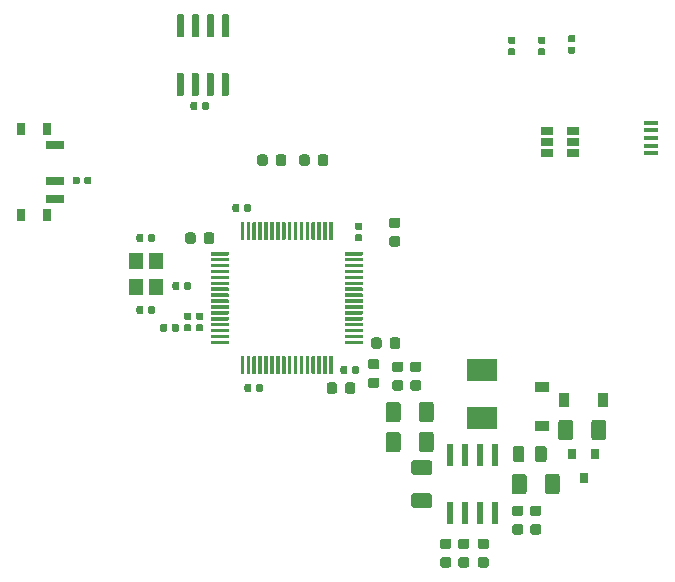
<source format=gbr>
G04 #@! TF.GenerationSoftware,KiCad,Pcbnew,5.1.5+dfsg1-2build2*
G04 #@! TF.CreationDate,2020-10-21T13:18:50+02:00*
G04 #@! TF.ProjectId,test_board,74657374-5f62-46f6-9172-642e6b696361,rev?*
G04 #@! TF.SameCoordinates,Original*
G04 #@! TF.FileFunction,Paste,Top*
G04 #@! TF.FilePolarity,Positive*
%FSLAX46Y46*%
G04 Gerber Fmt 4.6, Leading zero omitted, Abs format (unit mm)*
G04 Created by KiCad (PCBNEW 5.1.5+dfsg1-2build2) date 2020-10-21 13:18:50*
%MOMM*%
%LPD*%
G04 APERTURE LIST*
%ADD10C,0.100000*%
%ADD11R,1.200000X0.900000*%
%ADD12R,0.900000X1.200000*%
%ADD13R,1.300000X0.450000*%
%ADD14R,2.500000X1.900000*%
%ADD15R,0.800000X0.900000*%
%ADD16R,1.500000X0.700000*%
%ADD17R,0.800000X1.000000*%
%ADD18R,0.600000X1.970000*%
%ADD19R,1.060000X0.650000*%
%ADD20R,1.200000X1.400000*%
G04 APERTURE END LIST*
D10*
G36*
X43191691Y-106206053D02*
G01*
X43212926Y-106209203D01*
X43233750Y-106214419D01*
X43253962Y-106221651D01*
X43273368Y-106230830D01*
X43291781Y-106241866D01*
X43309024Y-106254654D01*
X43324930Y-106269070D01*
X43339346Y-106284976D01*
X43352134Y-106302219D01*
X43363170Y-106320632D01*
X43372349Y-106340038D01*
X43379581Y-106360250D01*
X43384797Y-106381074D01*
X43387947Y-106402309D01*
X43389000Y-106423750D01*
X43389000Y-106936250D01*
X43387947Y-106957691D01*
X43384797Y-106978926D01*
X43379581Y-106999750D01*
X43372349Y-107019962D01*
X43363170Y-107039368D01*
X43352134Y-107057781D01*
X43339346Y-107075024D01*
X43324930Y-107090930D01*
X43309024Y-107105346D01*
X43291781Y-107118134D01*
X43273368Y-107129170D01*
X43253962Y-107138349D01*
X43233750Y-107145581D01*
X43212926Y-107150797D01*
X43191691Y-107153947D01*
X43170250Y-107155000D01*
X42732750Y-107155000D01*
X42711309Y-107153947D01*
X42690074Y-107150797D01*
X42669250Y-107145581D01*
X42649038Y-107138349D01*
X42629632Y-107129170D01*
X42611219Y-107118134D01*
X42593976Y-107105346D01*
X42578070Y-107090930D01*
X42563654Y-107075024D01*
X42550866Y-107057781D01*
X42539830Y-107039368D01*
X42530651Y-107019962D01*
X42523419Y-106999750D01*
X42518203Y-106978926D01*
X42515053Y-106957691D01*
X42514000Y-106936250D01*
X42514000Y-106423750D01*
X42515053Y-106402309D01*
X42518203Y-106381074D01*
X42523419Y-106360250D01*
X42530651Y-106340038D01*
X42539830Y-106320632D01*
X42550866Y-106302219D01*
X42563654Y-106284976D01*
X42578070Y-106269070D01*
X42593976Y-106254654D01*
X42611219Y-106241866D01*
X42629632Y-106230830D01*
X42649038Y-106221651D01*
X42669250Y-106214419D01*
X42690074Y-106209203D01*
X42711309Y-106206053D01*
X42732750Y-106205000D01*
X43170250Y-106205000D01*
X43191691Y-106206053D01*
G37*
G36*
X41616691Y-106206053D02*
G01*
X41637926Y-106209203D01*
X41658750Y-106214419D01*
X41678962Y-106221651D01*
X41698368Y-106230830D01*
X41716781Y-106241866D01*
X41734024Y-106254654D01*
X41749930Y-106269070D01*
X41764346Y-106284976D01*
X41777134Y-106302219D01*
X41788170Y-106320632D01*
X41797349Y-106340038D01*
X41804581Y-106360250D01*
X41809797Y-106381074D01*
X41812947Y-106402309D01*
X41814000Y-106423750D01*
X41814000Y-106936250D01*
X41812947Y-106957691D01*
X41809797Y-106978926D01*
X41804581Y-106999750D01*
X41797349Y-107019962D01*
X41788170Y-107039368D01*
X41777134Y-107057781D01*
X41764346Y-107075024D01*
X41749930Y-107090930D01*
X41734024Y-107105346D01*
X41716781Y-107118134D01*
X41698368Y-107129170D01*
X41678962Y-107138349D01*
X41658750Y-107145581D01*
X41637926Y-107150797D01*
X41616691Y-107153947D01*
X41595250Y-107155000D01*
X41157750Y-107155000D01*
X41136309Y-107153947D01*
X41115074Y-107150797D01*
X41094250Y-107145581D01*
X41074038Y-107138349D01*
X41054632Y-107129170D01*
X41036219Y-107118134D01*
X41018976Y-107105346D01*
X41003070Y-107090930D01*
X40988654Y-107075024D01*
X40975866Y-107057781D01*
X40964830Y-107039368D01*
X40955651Y-107019962D01*
X40948419Y-106999750D01*
X40943203Y-106978926D01*
X40940053Y-106957691D01*
X40939000Y-106936250D01*
X40939000Y-106423750D01*
X40940053Y-106402309D01*
X40943203Y-106381074D01*
X40948419Y-106360250D01*
X40955651Y-106340038D01*
X40964830Y-106320632D01*
X40975866Y-106302219D01*
X40988654Y-106284976D01*
X41003070Y-106269070D01*
X41018976Y-106254654D01*
X41036219Y-106241866D01*
X41054632Y-106230830D01*
X41074038Y-106221651D01*
X41094250Y-106214419D01*
X41115074Y-106209203D01*
X41136309Y-106206053D01*
X41157750Y-106205000D01*
X41595250Y-106205000D01*
X41616691Y-106206053D01*
G37*
G36*
X55155191Y-118906053D02*
G01*
X55176426Y-118909203D01*
X55197250Y-118914419D01*
X55217462Y-118921651D01*
X55236868Y-118930830D01*
X55255281Y-118941866D01*
X55272524Y-118954654D01*
X55288430Y-118969070D01*
X55302846Y-118984976D01*
X55315634Y-119002219D01*
X55326670Y-119020632D01*
X55335849Y-119040038D01*
X55343081Y-119060250D01*
X55348297Y-119081074D01*
X55351447Y-119102309D01*
X55352500Y-119123750D01*
X55352500Y-119636250D01*
X55351447Y-119657691D01*
X55348297Y-119678926D01*
X55343081Y-119699750D01*
X55335849Y-119719962D01*
X55326670Y-119739368D01*
X55315634Y-119757781D01*
X55302846Y-119775024D01*
X55288430Y-119790930D01*
X55272524Y-119805346D01*
X55255281Y-119818134D01*
X55236868Y-119829170D01*
X55217462Y-119838349D01*
X55197250Y-119845581D01*
X55176426Y-119850797D01*
X55155191Y-119853947D01*
X55133750Y-119855000D01*
X54696250Y-119855000D01*
X54674809Y-119853947D01*
X54653574Y-119850797D01*
X54632750Y-119845581D01*
X54612538Y-119838349D01*
X54593132Y-119829170D01*
X54574719Y-119818134D01*
X54557476Y-119805346D01*
X54541570Y-119790930D01*
X54527154Y-119775024D01*
X54514366Y-119757781D01*
X54503330Y-119739368D01*
X54494151Y-119719962D01*
X54486919Y-119699750D01*
X54481703Y-119678926D01*
X54478553Y-119657691D01*
X54477500Y-119636250D01*
X54477500Y-119123750D01*
X54478553Y-119102309D01*
X54481703Y-119081074D01*
X54486919Y-119060250D01*
X54494151Y-119040038D01*
X54503330Y-119020632D01*
X54514366Y-119002219D01*
X54527154Y-118984976D01*
X54541570Y-118969070D01*
X54557476Y-118954654D01*
X54574719Y-118941866D01*
X54593132Y-118930830D01*
X54612538Y-118921651D01*
X54632750Y-118914419D01*
X54653574Y-118909203D01*
X54674809Y-118906053D01*
X54696250Y-118905000D01*
X55133750Y-118905000D01*
X55155191Y-118906053D01*
G37*
G36*
X53580191Y-118906053D02*
G01*
X53601426Y-118909203D01*
X53622250Y-118914419D01*
X53642462Y-118921651D01*
X53661868Y-118930830D01*
X53680281Y-118941866D01*
X53697524Y-118954654D01*
X53713430Y-118969070D01*
X53727846Y-118984976D01*
X53740634Y-119002219D01*
X53751670Y-119020632D01*
X53760849Y-119040038D01*
X53768081Y-119060250D01*
X53773297Y-119081074D01*
X53776447Y-119102309D01*
X53777500Y-119123750D01*
X53777500Y-119636250D01*
X53776447Y-119657691D01*
X53773297Y-119678926D01*
X53768081Y-119699750D01*
X53760849Y-119719962D01*
X53751670Y-119739368D01*
X53740634Y-119757781D01*
X53727846Y-119775024D01*
X53713430Y-119790930D01*
X53697524Y-119805346D01*
X53680281Y-119818134D01*
X53661868Y-119829170D01*
X53642462Y-119838349D01*
X53622250Y-119845581D01*
X53601426Y-119850797D01*
X53580191Y-119853947D01*
X53558750Y-119855000D01*
X53121250Y-119855000D01*
X53099809Y-119853947D01*
X53078574Y-119850797D01*
X53057750Y-119845581D01*
X53037538Y-119838349D01*
X53018132Y-119829170D01*
X52999719Y-119818134D01*
X52982476Y-119805346D01*
X52966570Y-119790930D01*
X52952154Y-119775024D01*
X52939366Y-119757781D01*
X52928330Y-119739368D01*
X52919151Y-119719962D01*
X52911919Y-119699750D01*
X52906703Y-119678926D01*
X52903553Y-119657691D01*
X52902500Y-119636250D01*
X52902500Y-119123750D01*
X52903553Y-119102309D01*
X52906703Y-119081074D01*
X52911919Y-119060250D01*
X52919151Y-119040038D01*
X52928330Y-119020632D01*
X52939366Y-119002219D01*
X52952154Y-118984976D01*
X52966570Y-118969070D01*
X52982476Y-118954654D01*
X52999719Y-118941866D01*
X53018132Y-118930830D01*
X53037538Y-118921651D01*
X53057750Y-118914419D01*
X53078574Y-118909203D01*
X53099809Y-118906053D01*
X53121250Y-118905000D01*
X53558750Y-118905000D01*
X53580191Y-118906053D01*
G37*
G36*
X46412958Y-119060710D02*
G01*
X46427276Y-119062834D01*
X46441317Y-119066351D01*
X46454946Y-119071228D01*
X46468031Y-119077417D01*
X46480447Y-119084858D01*
X46492073Y-119093481D01*
X46502798Y-119103202D01*
X46512519Y-119113927D01*
X46521142Y-119125553D01*
X46528583Y-119137969D01*
X46534772Y-119151054D01*
X46539649Y-119164683D01*
X46543166Y-119178724D01*
X46545290Y-119193042D01*
X46546000Y-119207500D01*
X46546000Y-119552500D01*
X46545290Y-119566958D01*
X46543166Y-119581276D01*
X46539649Y-119595317D01*
X46534772Y-119608946D01*
X46528583Y-119622031D01*
X46521142Y-119634447D01*
X46512519Y-119646073D01*
X46502798Y-119656798D01*
X46492073Y-119666519D01*
X46480447Y-119675142D01*
X46468031Y-119682583D01*
X46454946Y-119688772D01*
X46441317Y-119693649D01*
X46427276Y-119697166D01*
X46412958Y-119699290D01*
X46398500Y-119700000D01*
X46103500Y-119700000D01*
X46089042Y-119699290D01*
X46074724Y-119697166D01*
X46060683Y-119693649D01*
X46047054Y-119688772D01*
X46033969Y-119682583D01*
X46021553Y-119675142D01*
X46009927Y-119666519D01*
X45999202Y-119656798D01*
X45989481Y-119646073D01*
X45980858Y-119634447D01*
X45973417Y-119622031D01*
X45967228Y-119608946D01*
X45962351Y-119595317D01*
X45958834Y-119581276D01*
X45956710Y-119566958D01*
X45956000Y-119552500D01*
X45956000Y-119207500D01*
X45956710Y-119193042D01*
X45958834Y-119178724D01*
X45962351Y-119164683D01*
X45967228Y-119151054D01*
X45973417Y-119137969D01*
X45980858Y-119125553D01*
X45989481Y-119113927D01*
X45999202Y-119103202D01*
X46009927Y-119093481D01*
X46021553Y-119084858D01*
X46033969Y-119077417D01*
X46047054Y-119071228D01*
X46060683Y-119066351D01*
X46074724Y-119062834D01*
X46089042Y-119060710D01*
X46103500Y-119060000D01*
X46398500Y-119060000D01*
X46412958Y-119060710D01*
G37*
G36*
X47382958Y-119060710D02*
G01*
X47397276Y-119062834D01*
X47411317Y-119066351D01*
X47424946Y-119071228D01*
X47438031Y-119077417D01*
X47450447Y-119084858D01*
X47462073Y-119093481D01*
X47472798Y-119103202D01*
X47482519Y-119113927D01*
X47491142Y-119125553D01*
X47498583Y-119137969D01*
X47504772Y-119151054D01*
X47509649Y-119164683D01*
X47513166Y-119178724D01*
X47515290Y-119193042D01*
X47516000Y-119207500D01*
X47516000Y-119552500D01*
X47515290Y-119566958D01*
X47513166Y-119581276D01*
X47509649Y-119595317D01*
X47504772Y-119608946D01*
X47498583Y-119622031D01*
X47491142Y-119634447D01*
X47482519Y-119646073D01*
X47472798Y-119656798D01*
X47462073Y-119666519D01*
X47450447Y-119675142D01*
X47438031Y-119682583D01*
X47424946Y-119688772D01*
X47411317Y-119693649D01*
X47397276Y-119697166D01*
X47382958Y-119699290D01*
X47368500Y-119700000D01*
X47073500Y-119700000D01*
X47059042Y-119699290D01*
X47044724Y-119697166D01*
X47030683Y-119693649D01*
X47017054Y-119688772D01*
X47003969Y-119682583D01*
X46991553Y-119675142D01*
X46979927Y-119666519D01*
X46969202Y-119656798D01*
X46959481Y-119646073D01*
X46950858Y-119634447D01*
X46943417Y-119622031D01*
X46937228Y-119608946D01*
X46932351Y-119595317D01*
X46928834Y-119581276D01*
X46926710Y-119566958D01*
X46926000Y-119552500D01*
X46926000Y-119207500D01*
X46926710Y-119193042D01*
X46928834Y-119178724D01*
X46932351Y-119164683D01*
X46937228Y-119151054D01*
X46943417Y-119137969D01*
X46950858Y-119125553D01*
X46959481Y-119113927D01*
X46969202Y-119103202D01*
X46979927Y-119093481D01*
X46991553Y-119084858D01*
X47003969Y-119077417D01*
X47017054Y-119071228D01*
X47030683Y-119066351D01*
X47044724Y-119062834D01*
X47059042Y-119060710D01*
X47073500Y-119060000D01*
X47368500Y-119060000D01*
X47382958Y-119060710D01*
G37*
G36*
X58951691Y-106523053D02*
G01*
X58972926Y-106526203D01*
X58993750Y-106531419D01*
X59013962Y-106538651D01*
X59033368Y-106547830D01*
X59051781Y-106558866D01*
X59069024Y-106571654D01*
X59084930Y-106586070D01*
X59099346Y-106601976D01*
X59112134Y-106619219D01*
X59123170Y-106637632D01*
X59132349Y-106657038D01*
X59139581Y-106677250D01*
X59144797Y-106698074D01*
X59147947Y-106719309D01*
X59149000Y-106740750D01*
X59149000Y-107178250D01*
X59147947Y-107199691D01*
X59144797Y-107220926D01*
X59139581Y-107241750D01*
X59132349Y-107261962D01*
X59123170Y-107281368D01*
X59112134Y-107299781D01*
X59099346Y-107317024D01*
X59084930Y-107332930D01*
X59069024Y-107347346D01*
X59051781Y-107360134D01*
X59033368Y-107371170D01*
X59013962Y-107380349D01*
X58993750Y-107387581D01*
X58972926Y-107392797D01*
X58951691Y-107395947D01*
X58930250Y-107397000D01*
X58417750Y-107397000D01*
X58396309Y-107395947D01*
X58375074Y-107392797D01*
X58354250Y-107387581D01*
X58334038Y-107380349D01*
X58314632Y-107371170D01*
X58296219Y-107360134D01*
X58278976Y-107347346D01*
X58263070Y-107332930D01*
X58248654Y-107317024D01*
X58235866Y-107299781D01*
X58224830Y-107281368D01*
X58215651Y-107261962D01*
X58208419Y-107241750D01*
X58203203Y-107220926D01*
X58200053Y-107199691D01*
X58199000Y-107178250D01*
X58199000Y-106740750D01*
X58200053Y-106719309D01*
X58203203Y-106698074D01*
X58208419Y-106677250D01*
X58215651Y-106657038D01*
X58224830Y-106637632D01*
X58235866Y-106619219D01*
X58248654Y-106601976D01*
X58263070Y-106586070D01*
X58278976Y-106571654D01*
X58296219Y-106558866D01*
X58314632Y-106547830D01*
X58334038Y-106538651D01*
X58354250Y-106531419D01*
X58375074Y-106526203D01*
X58396309Y-106523053D01*
X58417750Y-106522000D01*
X58930250Y-106522000D01*
X58951691Y-106523053D01*
G37*
G36*
X58951691Y-104948053D02*
G01*
X58972926Y-104951203D01*
X58993750Y-104956419D01*
X59013962Y-104963651D01*
X59033368Y-104972830D01*
X59051781Y-104983866D01*
X59069024Y-104996654D01*
X59084930Y-105011070D01*
X59099346Y-105026976D01*
X59112134Y-105044219D01*
X59123170Y-105062632D01*
X59132349Y-105082038D01*
X59139581Y-105102250D01*
X59144797Y-105123074D01*
X59147947Y-105144309D01*
X59149000Y-105165750D01*
X59149000Y-105603250D01*
X59147947Y-105624691D01*
X59144797Y-105645926D01*
X59139581Y-105666750D01*
X59132349Y-105686962D01*
X59123170Y-105706368D01*
X59112134Y-105724781D01*
X59099346Y-105742024D01*
X59084930Y-105757930D01*
X59069024Y-105772346D01*
X59051781Y-105785134D01*
X59033368Y-105796170D01*
X59013962Y-105805349D01*
X58993750Y-105812581D01*
X58972926Y-105817797D01*
X58951691Y-105820947D01*
X58930250Y-105822000D01*
X58417750Y-105822000D01*
X58396309Y-105820947D01*
X58375074Y-105817797D01*
X58354250Y-105812581D01*
X58334038Y-105805349D01*
X58314632Y-105796170D01*
X58296219Y-105785134D01*
X58278976Y-105772346D01*
X58263070Y-105757930D01*
X58248654Y-105742024D01*
X58235866Y-105724781D01*
X58224830Y-105706368D01*
X58215651Y-105686962D01*
X58208419Y-105666750D01*
X58203203Y-105645926D01*
X58200053Y-105624691D01*
X58199000Y-105603250D01*
X58199000Y-105165750D01*
X58200053Y-105144309D01*
X58203203Y-105123074D01*
X58208419Y-105102250D01*
X58215651Y-105082038D01*
X58224830Y-105062632D01*
X58235866Y-105044219D01*
X58248654Y-105026976D01*
X58263070Y-105011070D01*
X58278976Y-104996654D01*
X58296219Y-104983866D01*
X58314632Y-104972830D01*
X58334038Y-104963651D01*
X58354250Y-104956419D01*
X58375074Y-104951203D01*
X58396309Y-104948053D01*
X58417750Y-104947000D01*
X58930250Y-104947000D01*
X58951691Y-104948053D01*
G37*
G36*
X54540958Y-117536710D02*
G01*
X54555276Y-117538834D01*
X54569317Y-117542351D01*
X54582946Y-117547228D01*
X54596031Y-117553417D01*
X54608447Y-117560858D01*
X54620073Y-117569481D01*
X54630798Y-117579202D01*
X54640519Y-117589927D01*
X54649142Y-117601553D01*
X54656583Y-117613969D01*
X54662772Y-117627054D01*
X54667649Y-117640683D01*
X54671166Y-117654724D01*
X54673290Y-117669042D01*
X54674000Y-117683500D01*
X54674000Y-118028500D01*
X54673290Y-118042958D01*
X54671166Y-118057276D01*
X54667649Y-118071317D01*
X54662772Y-118084946D01*
X54656583Y-118098031D01*
X54649142Y-118110447D01*
X54640519Y-118122073D01*
X54630798Y-118132798D01*
X54620073Y-118142519D01*
X54608447Y-118151142D01*
X54596031Y-118158583D01*
X54582946Y-118164772D01*
X54569317Y-118169649D01*
X54555276Y-118173166D01*
X54540958Y-118175290D01*
X54526500Y-118176000D01*
X54231500Y-118176000D01*
X54217042Y-118175290D01*
X54202724Y-118173166D01*
X54188683Y-118169649D01*
X54175054Y-118164772D01*
X54161969Y-118158583D01*
X54149553Y-118151142D01*
X54137927Y-118142519D01*
X54127202Y-118132798D01*
X54117481Y-118122073D01*
X54108858Y-118110447D01*
X54101417Y-118098031D01*
X54095228Y-118084946D01*
X54090351Y-118071317D01*
X54086834Y-118057276D01*
X54084710Y-118042958D01*
X54084000Y-118028500D01*
X54084000Y-117683500D01*
X54084710Y-117669042D01*
X54086834Y-117654724D01*
X54090351Y-117640683D01*
X54095228Y-117627054D01*
X54101417Y-117613969D01*
X54108858Y-117601553D01*
X54117481Y-117589927D01*
X54127202Y-117579202D01*
X54137927Y-117569481D01*
X54149553Y-117560858D01*
X54161969Y-117553417D01*
X54175054Y-117547228D01*
X54188683Y-117542351D01*
X54202724Y-117538834D01*
X54217042Y-117536710D01*
X54231500Y-117536000D01*
X54526500Y-117536000D01*
X54540958Y-117536710D01*
G37*
G36*
X55510958Y-117536710D02*
G01*
X55525276Y-117538834D01*
X55539317Y-117542351D01*
X55552946Y-117547228D01*
X55566031Y-117553417D01*
X55578447Y-117560858D01*
X55590073Y-117569481D01*
X55600798Y-117579202D01*
X55610519Y-117589927D01*
X55619142Y-117601553D01*
X55626583Y-117613969D01*
X55632772Y-117627054D01*
X55637649Y-117640683D01*
X55641166Y-117654724D01*
X55643290Y-117669042D01*
X55644000Y-117683500D01*
X55644000Y-118028500D01*
X55643290Y-118042958D01*
X55641166Y-118057276D01*
X55637649Y-118071317D01*
X55632772Y-118084946D01*
X55626583Y-118098031D01*
X55619142Y-118110447D01*
X55610519Y-118122073D01*
X55600798Y-118132798D01*
X55590073Y-118142519D01*
X55578447Y-118151142D01*
X55566031Y-118158583D01*
X55552946Y-118164772D01*
X55539317Y-118169649D01*
X55525276Y-118173166D01*
X55510958Y-118175290D01*
X55496500Y-118176000D01*
X55201500Y-118176000D01*
X55187042Y-118175290D01*
X55172724Y-118173166D01*
X55158683Y-118169649D01*
X55145054Y-118164772D01*
X55131969Y-118158583D01*
X55119553Y-118151142D01*
X55107927Y-118142519D01*
X55097202Y-118132798D01*
X55087481Y-118122073D01*
X55078858Y-118110447D01*
X55071417Y-118098031D01*
X55065228Y-118084946D01*
X55060351Y-118071317D01*
X55056834Y-118057276D01*
X55054710Y-118042958D01*
X55054000Y-118028500D01*
X55054000Y-117683500D01*
X55054710Y-117669042D01*
X55056834Y-117654724D01*
X55060351Y-117640683D01*
X55065228Y-117627054D01*
X55071417Y-117613969D01*
X55078858Y-117601553D01*
X55087481Y-117589927D01*
X55097202Y-117579202D01*
X55107927Y-117569481D01*
X55119553Y-117560858D01*
X55131969Y-117553417D01*
X55145054Y-117547228D01*
X55158683Y-117542351D01*
X55172724Y-117538834D01*
X55187042Y-117536710D01*
X55201500Y-117536000D01*
X55496500Y-117536000D01*
X55510958Y-117536710D01*
G37*
G36*
X55812958Y-106362710D02*
G01*
X55827276Y-106364834D01*
X55841317Y-106368351D01*
X55854946Y-106373228D01*
X55868031Y-106379417D01*
X55880447Y-106386858D01*
X55892073Y-106395481D01*
X55902798Y-106405202D01*
X55912519Y-106415927D01*
X55921142Y-106427553D01*
X55928583Y-106439969D01*
X55934772Y-106453054D01*
X55939649Y-106466683D01*
X55943166Y-106480724D01*
X55945290Y-106495042D01*
X55946000Y-106509500D01*
X55946000Y-106804500D01*
X55945290Y-106818958D01*
X55943166Y-106833276D01*
X55939649Y-106847317D01*
X55934772Y-106860946D01*
X55928583Y-106874031D01*
X55921142Y-106886447D01*
X55912519Y-106898073D01*
X55902798Y-106908798D01*
X55892073Y-106918519D01*
X55880447Y-106927142D01*
X55868031Y-106934583D01*
X55854946Y-106940772D01*
X55841317Y-106945649D01*
X55827276Y-106949166D01*
X55812958Y-106951290D01*
X55798500Y-106952000D01*
X55453500Y-106952000D01*
X55439042Y-106951290D01*
X55424724Y-106949166D01*
X55410683Y-106945649D01*
X55397054Y-106940772D01*
X55383969Y-106934583D01*
X55371553Y-106927142D01*
X55359927Y-106918519D01*
X55349202Y-106908798D01*
X55339481Y-106898073D01*
X55330858Y-106886447D01*
X55323417Y-106874031D01*
X55317228Y-106860946D01*
X55312351Y-106847317D01*
X55308834Y-106833276D01*
X55306710Y-106818958D01*
X55306000Y-106804500D01*
X55306000Y-106509500D01*
X55306710Y-106495042D01*
X55308834Y-106480724D01*
X55312351Y-106466683D01*
X55317228Y-106453054D01*
X55323417Y-106439969D01*
X55330858Y-106427553D01*
X55339481Y-106415927D01*
X55349202Y-106405202D01*
X55359927Y-106395481D01*
X55371553Y-106386858D01*
X55383969Y-106379417D01*
X55397054Y-106373228D01*
X55410683Y-106368351D01*
X55424724Y-106364834D01*
X55439042Y-106362710D01*
X55453500Y-106362000D01*
X55798500Y-106362000D01*
X55812958Y-106362710D01*
G37*
G36*
X55812958Y-105392710D02*
G01*
X55827276Y-105394834D01*
X55841317Y-105398351D01*
X55854946Y-105403228D01*
X55868031Y-105409417D01*
X55880447Y-105416858D01*
X55892073Y-105425481D01*
X55902798Y-105435202D01*
X55912519Y-105445927D01*
X55921142Y-105457553D01*
X55928583Y-105469969D01*
X55934772Y-105483054D01*
X55939649Y-105496683D01*
X55943166Y-105510724D01*
X55945290Y-105525042D01*
X55946000Y-105539500D01*
X55946000Y-105834500D01*
X55945290Y-105848958D01*
X55943166Y-105863276D01*
X55939649Y-105877317D01*
X55934772Y-105890946D01*
X55928583Y-105904031D01*
X55921142Y-105916447D01*
X55912519Y-105928073D01*
X55902798Y-105938798D01*
X55892073Y-105948519D01*
X55880447Y-105957142D01*
X55868031Y-105964583D01*
X55854946Y-105970772D01*
X55841317Y-105975649D01*
X55827276Y-105979166D01*
X55812958Y-105981290D01*
X55798500Y-105982000D01*
X55453500Y-105982000D01*
X55439042Y-105981290D01*
X55424724Y-105979166D01*
X55410683Y-105975649D01*
X55397054Y-105970772D01*
X55383969Y-105964583D01*
X55371553Y-105957142D01*
X55359927Y-105948519D01*
X55349202Y-105938798D01*
X55339481Y-105928073D01*
X55330858Y-105916447D01*
X55323417Y-105904031D01*
X55317228Y-105890946D01*
X55312351Y-105877317D01*
X55308834Y-105863276D01*
X55306710Y-105848958D01*
X55306000Y-105834500D01*
X55306000Y-105539500D01*
X55306710Y-105525042D01*
X55308834Y-105510724D01*
X55312351Y-105496683D01*
X55317228Y-105483054D01*
X55323417Y-105469969D01*
X55330858Y-105457553D01*
X55339481Y-105445927D01*
X55349202Y-105435202D01*
X55359927Y-105425481D01*
X55371553Y-105416858D01*
X55383969Y-105409417D01*
X55397054Y-105403228D01*
X55410683Y-105398351D01*
X55424724Y-105394834D01*
X55439042Y-105392710D01*
X55453500Y-105392000D01*
X55798500Y-105392000D01*
X55812958Y-105392710D01*
G37*
G36*
X72411504Y-126634204D02*
G01*
X72435773Y-126637804D01*
X72459571Y-126643765D01*
X72482671Y-126652030D01*
X72504849Y-126662520D01*
X72525893Y-126675133D01*
X72545598Y-126689747D01*
X72563777Y-126706223D01*
X72580253Y-126724402D01*
X72594867Y-126744107D01*
X72607480Y-126765151D01*
X72617970Y-126787329D01*
X72626235Y-126810429D01*
X72632196Y-126834227D01*
X72635796Y-126858496D01*
X72637000Y-126883000D01*
X72637000Y-128133000D01*
X72635796Y-128157504D01*
X72632196Y-128181773D01*
X72626235Y-128205571D01*
X72617970Y-128228671D01*
X72607480Y-128250849D01*
X72594867Y-128271893D01*
X72580253Y-128291598D01*
X72563777Y-128309777D01*
X72545598Y-128326253D01*
X72525893Y-128340867D01*
X72504849Y-128353480D01*
X72482671Y-128363970D01*
X72459571Y-128372235D01*
X72435773Y-128378196D01*
X72411504Y-128381796D01*
X72387000Y-128383000D01*
X71637000Y-128383000D01*
X71612496Y-128381796D01*
X71588227Y-128378196D01*
X71564429Y-128372235D01*
X71541329Y-128363970D01*
X71519151Y-128353480D01*
X71498107Y-128340867D01*
X71478402Y-128326253D01*
X71460223Y-128309777D01*
X71443747Y-128291598D01*
X71429133Y-128271893D01*
X71416520Y-128250849D01*
X71406030Y-128228671D01*
X71397765Y-128205571D01*
X71391804Y-128181773D01*
X71388204Y-128157504D01*
X71387000Y-128133000D01*
X71387000Y-126883000D01*
X71388204Y-126858496D01*
X71391804Y-126834227D01*
X71397765Y-126810429D01*
X71406030Y-126787329D01*
X71416520Y-126765151D01*
X71429133Y-126744107D01*
X71443747Y-126724402D01*
X71460223Y-126706223D01*
X71478402Y-126689747D01*
X71498107Y-126675133D01*
X71519151Y-126662520D01*
X71541329Y-126652030D01*
X71564429Y-126643765D01*
X71588227Y-126637804D01*
X71612496Y-126634204D01*
X71637000Y-126633000D01*
X72387000Y-126633000D01*
X72411504Y-126634204D01*
G37*
G36*
X69611504Y-126634204D02*
G01*
X69635773Y-126637804D01*
X69659571Y-126643765D01*
X69682671Y-126652030D01*
X69704849Y-126662520D01*
X69725893Y-126675133D01*
X69745598Y-126689747D01*
X69763777Y-126706223D01*
X69780253Y-126724402D01*
X69794867Y-126744107D01*
X69807480Y-126765151D01*
X69817970Y-126787329D01*
X69826235Y-126810429D01*
X69832196Y-126834227D01*
X69835796Y-126858496D01*
X69837000Y-126883000D01*
X69837000Y-128133000D01*
X69835796Y-128157504D01*
X69832196Y-128181773D01*
X69826235Y-128205571D01*
X69817970Y-128228671D01*
X69807480Y-128250849D01*
X69794867Y-128271893D01*
X69780253Y-128291598D01*
X69763777Y-128309777D01*
X69745598Y-128326253D01*
X69725893Y-128340867D01*
X69704849Y-128353480D01*
X69682671Y-128363970D01*
X69659571Y-128372235D01*
X69635773Y-128378196D01*
X69611504Y-128381796D01*
X69587000Y-128383000D01*
X68837000Y-128383000D01*
X68812496Y-128381796D01*
X68788227Y-128378196D01*
X68764429Y-128372235D01*
X68741329Y-128363970D01*
X68719151Y-128353480D01*
X68698107Y-128340867D01*
X68678402Y-128326253D01*
X68660223Y-128309777D01*
X68643747Y-128291598D01*
X68629133Y-128271893D01*
X68616520Y-128250849D01*
X68606030Y-128228671D01*
X68597765Y-128205571D01*
X68591804Y-128181773D01*
X68588204Y-128157504D01*
X68587000Y-128133000D01*
X68587000Y-126883000D01*
X68588204Y-126858496D01*
X68591804Y-126834227D01*
X68597765Y-126810429D01*
X68606030Y-126787329D01*
X68616520Y-126765151D01*
X68629133Y-126744107D01*
X68643747Y-126724402D01*
X68660223Y-126706223D01*
X68678402Y-126689747D01*
X68698107Y-126675133D01*
X68719151Y-126662520D01*
X68741329Y-126652030D01*
X68764429Y-126643765D01*
X68788227Y-126637804D01*
X68812496Y-126634204D01*
X68837000Y-126633000D01*
X69587000Y-126633000D01*
X69611504Y-126634204D01*
G37*
G36*
X46366958Y-103820710D02*
G01*
X46381276Y-103822834D01*
X46395317Y-103826351D01*
X46408946Y-103831228D01*
X46422031Y-103837417D01*
X46434447Y-103844858D01*
X46446073Y-103853481D01*
X46456798Y-103863202D01*
X46466519Y-103873927D01*
X46475142Y-103885553D01*
X46482583Y-103897969D01*
X46488772Y-103911054D01*
X46493649Y-103924683D01*
X46497166Y-103938724D01*
X46499290Y-103953042D01*
X46500000Y-103967500D01*
X46500000Y-104312500D01*
X46499290Y-104326958D01*
X46497166Y-104341276D01*
X46493649Y-104355317D01*
X46488772Y-104368946D01*
X46482583Y-104382031D01*
X46475142Y-104394447D01*
X46466519Y-104406073D01*
X46456798Y-104416798D01*
X46446073Y-104426519D01*
X46434447Y-104435142D01*
X46422031Y-104442583D01*
X46408946Y-104448772D01*
X46395317Y-104453649D01*
X46381276Y-104457166D01*
X46366958Y-104459290D01*
X46352500Y-104460000D01*
X46057500Y-104460000D01*
X46043042Y-104459290D01*
X46028724Y-104457166D01*
X46014683Y-104453649D01*
X46001054Y-104448772D01*
X45987969Y-104442583D01*
X45975553Y-104435142D01*
X45963927Y-104426519D01*
X45953202Y-104416798D01*
X45943481Y-104406073D01*
X45934858Y-104394447D01*
X45927417Y-104382031D01*
X45921228Y-104368946D01*
X45916351Y-104355317D01*
X45912834Y-104341276D01*
X45910710Y-104326958D01*
X45910000Y-104312500D01*
X45910000Y-103967500D01*
X45910710Y-103953042D01*
X45912834Y-103938724D01*
X45916351Y-103924683D01*
X45921228Y-103911054D01*
X45927417Y-103897969D01*
X45934858Y-103885553D01*
X45943481Y-103873927D01*
X45953202Y-103863202D01*
X45963927Y-103853481D01*
X45975553Y-103844858D01*
X45987969Y-103837417D01*
X46001054Y-103831228D01*
X46014683Y-103826351D01*
X46028724Y-103822834D01*
X46043042Y-103820710D01*
X46057500Y-103820000D01*
X46352500Y-103820000D01*
X46366958Y-103820710D01*
G37*
G36*
X45396958Y-103820710D02*
G01*
X45411276Y-103822834D01*
X45425317Y-103826351D01*
X45438946Y-103831228D01*
X45452031Y-103837417D01*
X45464447Y-103844858D01*
X45476073Y-103853481D01*
X45486798Y-103863202D01*
X45496519Y-103873927D01*
X45505142Y-103885553D01*
X45512583Y-103897969D01*
X45518772Y-103911054D01*
X45523649Y-103924683D01*
X45527166Y-103938724D01*
X45529290Y-103953042D01*
X45530000Y-103967500D01*
X45530000Y-104312500D01*
X45529290Y-104326958D01*
X45527166Y-104341276D01*
X45523649Y-104355317D01*
X45518772Y-104368946D01*
X45512583Y-104382031D01*
X45505142Y-104394447D01*
X45496519Y-104406073D01*
X45486798Y-104416798D01*
X45476073Y-104426519D01*
X45464447Y-104435142D01*
X45452031Y-104442583D01*
X45438946Y-104448772D01*
X45425317Y-104453649D01*
X45411276Y-104457166D01*
X45396958Y-104459290D01*
X45382500Y-104460000D01*
X45087500Y-104460000D01*
X45073042Y-104459290D01*
X45058724Y-104457166D01*
X45044683Y-104453649D01*
X45031054Y-104448772D01*
X45017969Y-104442583D01*
X45005553Y-104435142D01*
X44993927Y-104426519D01*
X44983202Y-104416798D01*
X44973481Y-104406073D01*
X44964858Y-104394447D01*
X44957417Y-104382031D01*
X44951228Y-104368946D01*
X44946351Y-104355317D01*
X44942834Y-104341276D01*
X44940710Y-104326958D01*
X44940000Y-104312500D01*
X44940000Y-103967500D01*
X44940710Y-103953042D01*
X44942834Y-103938724D01*
X44946351Y-103924683D01*
X44951228Y-103911054D01*
X44957417Y-103897969D01*
X44964858Y-103885553D01*
X44973481Y-103873927D01*
X44983202Y-103863202D01*
X44993927Y-103853481D01*
X45005553Y-103844858D01*
X45017969Y-103837417D01*
X45031054Y-103831228D01*
X45044683Y-103826351D01*
X45058724Y-103822834D01*
X45073042Y-103820710D01*
X45087500Y-103820000D01*
X45382500Y-103820000D01*
X45396958Y-103820710D01*
G37*
G36*
X41334958Y-113982710D02*
G01*
X41349276Y-113984834D01*
X41363317Y-113988351D01*
X41376946Y-113993228D01*
X41390031Y-113999417D01*
X41402447Y-114006858D01*
X41414073Y-114015481D01*
X41424798Y-114025202D01*
X41434519Y-114035927D01*
X41443142Y-114047553D01*
X41450583Y-114059969D01*
X41456772Y-114073054D01*
X41461649Y-114086683D01*
X41465166Y-114100724D01*
X41467290Y-114115042D01*
X41468000Y-114129500D01*
X41468000Y-114424500D01*
X41467290Y-114438958D01*
X41465166Y-114453276D01*
X41461649Y-114467317D01*
X41456772Y-114480946D01*
X41450583Y-114494031D01*
X41443142Y-114506447D01*
X41434519Y-114518073D01*
X41424798Y-114528798D01*
X41414073Y-114538519D01*
X41402447Y-114547142D01*
X41390031Y-114554583D01*
X41376946Y-114560772D01*
X41363317Y-114565649D01*
X41349276Y-114569166D01*
X41334958Y-114571290D01*
X41320500Y-114572000D01*
X40975500Y-114572000D01*
X40961042Y-114571290D01*
X40946724Y-114569166D01*
X40932683Y-114565649D01*
X40919054Y-114560772D01*
X40905969Y-114554583D01*
X40893553Y-114547142D01*
X40881927Y-114538519D01*
X40871202Y-114528798D01*
X40861481Y-114518073D01*
X40852858Y-114506447D01*
X40845417Y-114494031D01*
X40839228Y-114480946D01*
X40834351Y-114467317D01*
X40830834Y-114453276D01*
X40828710Y-114438958D01*
X40828000Y-114424500D01*
X40828000Y-114129500D01*
X40828710Y-114115042D01*
X40830834Y-114100724D01*
X40834351Y-114086683D01*
X40839228Y-114073054D01*
X40845417Y-114059969D01*
X40852858Y-114047553D01*
X40861481Y-114035927D01*
X40871202Y-114025202D01*
X40881927Y-114015481D01*
X40893553Y-114006858D01*
X40905969Y-113999417D01*
X40919054Y-113993228D01*
X40932683Y-113988351D01*
X40946724Y-113984834D01*
X40961042Y-113982710D01*
X40975500Y-113982000D01*
X41320500Y-113982000D01*
X41334958Y-113982710D01*
G37*
G36*
X41334958Y-113012710D02*
G01*
X41349276Y-113014834D01*
X41363317Y-113018351D01*
X41376946Y-113023228D01*
X41390031Y-113029417D01*
X41402447Y-113036858D01*
X41414073Y-113045481D01*
X41424798Y-113055202D01*
X41434519Y-113065927D01*
X41443142Y-113077553D01*
X41450583Y-113089969D01*
X41456772Y-113103054D01*
X41461649Y-113116683D01*
X41465166Y-113130724D01*
X41467290Y-113145042D01*
X41468000Y-113159500D01*
X41468000Y-113454500D01*
X41467290Y-113468958D01*
X41465166Y-113483276D01*
X41461649Y-113497317D01*
X41456772Y-113510946D01*
X41450583Y-113524031D01*
X41443142Y-113536447D01*
X41434519Y-113548073D01*
X41424798Y-113558798D01*
X41414073Y-113568519D01*
X41402447Y-113577142D01*
X41390031Y-113584583D01*
X41376946Y-113590772D01*
X41363317Y-113595649D01*
X41349276Y-113599166D01*
X41334958Y-113601290D01*
X41320500Y-113602000D01*
X40975500Y-113602000D01*
X40961042Y-113601290D01*
X40946724Y-113599166D01*
X40932683Y-113595649D01*
X40919054Y-113590772D01*
X40905969Y-113584583D01*
X40893553Y-113577142D01*
X40881927Y-113568519D01*
X40871202Y-113558798D01*
X40861481Y-113548073D01*
X40852858Y-113536447D01*
X40845417Y-113524031D01*
X40839228Y-113510946D01*
X40834351Y-113497317D01*
X40830834Y-113483276D01*
X40828710Y-113468958D01*
X40828000Y-113454500D01*
X40828000Y-113159500D01*
X40828710Y-113145042D01*
X40830834Y-113130724D01*
X40834351Y-113116683D01*
X40839228Y-113103054D01*
X40845417Y-113089969D01*
X40852858Y-113077553D01*
X40861481Y-113065927D01*
X40871202Y-113055202D01*
X40881927Y-113045481D01*
X40893553Y-113036858D01*
X40905969Y-113029417D01*
X40919054Y-113023228D01*
X40932683Y-113018351D01*
X40946724Y-113014834D01*
X40961042Y-113012710D01*
X40975500Y-113012000D01*
X41320500Y-113012000D01*
X41334958Y-113012710D01*
G37*
G36*
X42350958Y-113982710D02*
G01*
X42365276Y-113984834D01*
X42379317Y-113988351D01*
X42392946Y-113993228D01*
X42406031Y-113999417D01*
X42418447Y-114006858D01*
X42430073Y-114015481D01*
X42440798Y-114025202D01*
X42450519Y-114035927D01*
X42459142Y-114047553D01*
X42466583Y-114059969D01*
X42472772Y-114073054D01*
X42477649Y-114086683D01*
X42481166Y-114100724D01*
X42483290Y-114115042D01*
X42484000Y-114129500D01*
X42484000Y-114424500D01*
X42483290Y-114438958D01*
X42481166Y-114453276D01*
X42477649Y-114467317D01*
X42472772Y-114480946D01*
X42466583Y-114494031D01*
X42459142Y-114506447D01*
X42450519Y-114518073D01*
X42440798Y-114528798D01*
X42430073Y-114538519D01*
X42418447Y-114547142D01*
X42406031Y-114554583D01*
X42392946Y-114560772D01*
X42379317Y-114565649D01*
X42365276Y-114569166D01*
X42350958Y-114571290D01*
X42336500Y-114572000D01*
X41991500Y-114572000D01*
X41977042Y-114571290D01*
X41962724Y-114569166D01*
X41948683Y-114565649D01*
X41935054Y-114560772D01*
X41921969Y-114554583D01*
X41909553Y-114547142D01*
X41897927Y-114538519D01*
X41887202Y-114528798D01*
X41877481Y-114518073D01*
X41868858Y-114506447D01*
X41861417Y-114494031D01*
X41855228Y-114480946D01*
X41850351Y-114467317D01*
X41846834Y-114453276D01*
X41844710Y-114438958D01*
X41844000Y-114424500D01*
X41844000Y-114129500D01*
X41844710Y-114115042D01*
X41846834Y-114100724D01*
X41850351Y-114086683D01*
X41855228Y-114073054D01*
X41861417Y-114059969D01*
X41868858Y-114047553D01*
X41877481Y-114035927D01*
X41887202Y-114025202D01*
X41897927Y-114015481D01*
X41909553Y-114006858D01*
X41921969Y-113999417D01*
X41935054Y-113993228D01*
X41948683Y-113988351D01*
X41962724Y-113984834D01*
X41977042Y-113982710D01*
X41991500Y-113982000D01*
X42336500Y-113982000D01*
X42350958Y-113982710D01*
G37*
G36*
X42350958Y-113012710D02*
G01*
X42365276Y-113014834D01*
X42379317Y-113018351D01*
X42392946Y-113023228D01*
X42406031Y-113029417D01*
X42418447Y-113036858D01*
X42430073Y-113045481D01*
X42440798Y-113055202D01*
X42450519Y-113065927D01*
X42459142Y-113077553D01*
X42466583Y-113089969D01*
X42472772Y-113103054D01*
X42477649Y-113116683D01*
X42481166Y-113130724D01*
X42483290Y-113145042D01*
X42484000Y-113159500D01*
X42484000Y-113454500D01*
X42483290Y-113468958D01*
X42481166Y-113483276D01*
X42477649Y-113497317D01*
X42472772Y-113510946D01*
X42466583Y-113524031D01*
X42459142Y-113536447D01*
X42450519Y-113548073D01*
X42440798Y-113558798D01*
X42430073Y-113568519D01*
X42418447Y-113577142D01*
X42406031Y-113584583D01*
X42392946Y-113590772D01*
X42379317Y-113595649D01*
X42365276Y-113599166D01*
X42350958Y-113601290D01*
X42336500Y-113602000D01*
X41991500Y-113602000D01*
X41977042Y-113601290D01*
X41962724Y-113599166D01*
X41948683Y-113595649D01*
X41935054Y-113590772D01*
X41921969Y-113584583D01*
X41909553Y-113577142D01*
X41897927Y-113568519D01*
X41887202Y-113558798D01*
X41877481Y-113548073D01*
X41868858Y-113536447D01*
X41861417Y-113524031D01*
X41855228Y-113510946D01*
X41850351Y-113497317D01*
X41846834Y-113483276D01*
X41844710Y-113468958D01*
X41844000Y-113454500D01*
X41844000Y-113159500D01*
X41844710Y-113145042D01*
X41846834Y-113130724D01*
X41850351Y-113116683D01*
X41855228Y-113103054D01*
X41861417Y-113089969D01*
X41868858Y-113077553D01*
X41877481Y-113065927D01*
X41887202Y-113055202D01*
X41897927Y-113045481D01*
X41909553Y-113036858D01*
X41921969Y-113029417D01*
X41935054Y-113023228D01*
X41948683Y-113018351D01*
X41962724Y-113014834D01*
X41977042Y-113012710D01*
X41991500Y-113012000D01*
X42336500Y-113012000D01*
X42350958Y-113012710D01*
G37*
G36*
X38238958Y-106360710D02*
G01*
X38253276Y-106362834D01*
X38267317Y-106366351D01*
X38280946Y-106371228D01*
X38294031Y-106377417D01*
X38306447Y-106384858D01*
X38318073Y-106393481D01*
X38328798Y-106403202D01*
X38338519Y-106413927D01*
X38347142Y-106425553D01*
X38354583Y-106437969D01*
X38360772Y-106451054D01*
X38365649Y-106464683D01*
X38369166Y-106478724D01*
X38371290Y-106493042D01*
X38372000Y-106507500D01*
X38372000Y-106852500D01*
X38371290Y-106866958D01*
X38369166Y-106881276D01*
X38365649Y-106895317D01*
X38360772Y-106908946D01*
X38354583Y-106922031D01*
X38347142Y-106934447D01*
X38338519Y-106946073D01*
X38328798Y-106956798D01*
X38318073Y-106966519D01*
X38306447Y-106975142D01*
X38294031Y-106982583D01*
X38280946Y-106988772D01*
X38267317Y-106993649D01*
X38253276Y-106997166D01*
X38238958Y-106999290D01*
X38224500Y-107000000D01*
X37929500Y-107000000D01*
X37915042Y-106999290D01*
X37900724Y-106997166D01*
X37886683Y-106993649D01*
X37873054Y-106988772D01*
X37859969Y-106982583D01*
X37847553Y-106975142D01*
X37835927Y-106966519D01*
X37825202Y-106956798D01*
X37815481Y-106946073D01*
X37806858Y-106934447D01*
X37799417Y-106922031D01*
X37793228Y-106908946D01*
X37788351Y-106895317D01*
X37784834Y-106881276D01*
X37782710Y-106866958D01*
X37782000Y-106852500D01*
X37782000Y-106507500D01*
X37782710Y-106493042D01*
X37784834Y-106478724D01*
X37788351Y-106464683D01*
X37793228Y-106451054D01*
X37799417Y-106437969D01*
X37806858Y-106425553D01*
X37815481Y-106413927D01*
X37825202Y-106403202D01*
X37835927Y-106393481D01*
X37847553Y-106384858D01*
X37859969Y-106377417D01*
X37873054Y-106371228D01*
X37886683Y-106366351D01*
X37900724Y-106362834D01*
X37915042Y-106360710D01*
X37929500Y-106360000D01*
X38224500Y-106360000D01*
X38238958Y-106360710D01*
G37*
G36*
X37268958Y-106360710D02*
G01*
X37283276Y-106362834D01*
X37297317Y-106366351D01*
X37310946Y-106371228D01*
X37324031Y-106377417D01*
X37336447Y-106384858D01*
X37348073Y-106393481D01*
X37358798Y-106403202D01*
X37368519Y-106413927D01*
X37377142Y-106425553D01*
X37384583Y-106437969D01*
X37390772Y-106451054D01*
X37395649Y-106464683D01*
X37399166Y-106478724D01*
X37401290Y-106493042D01*
X37402000Y-106507500D01*
X37402000Y-106852500D01*
X37401290Y-106866958D01*
X37399166Y-106881276D01*
X37395649Y-106895317D01*
X37390772Y-106908946D01*
X37384583Y-106922031D01*
X37377142Y-106934447D01*
X37368519Y-106946073D01*
X37358798Y-106956798D01*
X37348073Y-106966519D01*
X37336447Y-106975142D01*
X37324031Y-106982583D01*
X37310946Y-106988772D01*
X37297317Y-106993649D01*
X37283276Y-106997166D01*
X37268958Y-106999290D01*
X37254500Y-107000000D01*
X36959500Y-107000000D01*
X36945042Y-106999290D01*
X36930724Y-106997166D01*
X36916683Y-106993649D01*
X36903054Y-106988772D01*
X36889969Y-106982583D01*
X36877553Y-106975142D01*
X36865927Y-106966519D01*
X36855202Y-106956798D01*
X36845481Y-106946073D01*
X36836858Y-106934447D01*
X36829417Y-106922031D01*
X36823228Y-106908946D01*
X36818351Y-106895317D01*
X36814834Y-106881276D01*
X36812710Y-106866958D01*
X36812000Y-106852500D01*
X36812000Y-106507500D01*
X36812710Y-106493042D01*
X36814834Y-106478724D01*
X36818351Y-106464683D01*
X36823228Y-106451054D01*
X36829417Y-106437969D01*
X36836858Y-106425553D01*
X36845481Y-106413927D01*
X36855202Y-106403202D01*
X36865927Y-106393481D01*
X36877553Y-106384858D01*
X36889969Y-106377417D01*
X36903054Y-106371228D01*
X36916683Y-106366351D01*
X36930724Y-106362834D01*
X36945042Y-106360710D01*
X36959500Y-106360000D01*
X37254500Y-106360000D01*
X37268958Y-106360710D01*
G37*
G36*
X38238958Y-112456710D02*
G01*
X38253276Y-112458834D01*
X38267317Y-112462351D01*
X38280946Y-112467228D01*
X38294031Y-112473417D01*
X38306447Y-112480858D01*
X38318073Y-112489481D01*
X38328798Y-112499202D01*
X38338519Y-112509927D01*
X38347142Y-112521553D01*
X38354583Y-112533969D01*
X38360772Y-112547054D01*
X38365649Y-112560683D01*
X38369166Y-112574724D01*
X38371290Y-112589042D01*
X38372000Y-112603500D01*
X38372000Y-112948500D01*
X38371290Y-112962958D01*
X38369166Y-112977276D01*
X38365649Y-112991317D01*
X38360772Y-113004946D01*
X38354583Y-113018031D01*
X38347142Y-113030447D01*
X38338519Y-113042073D01*
X38328798Y-113052798D01*
X38318073Y-113062519D01*
X38306447Y-113071142D01*
X38294031Y-113078583D01*
X38280946Y-113084772D01*
X38267317Y-113089649D01*
X38253276Y-113093166D01*
X38238958Y-113095290D01*
X38224500Y-113096000D01*
X37929500Y-113096000D01*
X37915042Y-113095290D01*
X37900724Y-113093166D01*
X37886683Y-113089649D01*
X37873054Y-113084772D01*
X37859969Y-113078583D01*
X37847553Y-113071142D01*
X37835927Y-113062519D01*
X37825202Y-113052798D01*
X37815481Y-113042073D01*
X37806858Y-113030447D01*
X37799417Y-113018031D01*
X37793228Y-113004946D01*
X37788351Y-112991317D01*
X37784834Y-112977276D01*
X37782710Y-112962958D01*
X37782000Y-112948500D01*
X37782000Y-112603500D01*
X37782710Y-112589042D01*
X37784834Y-112574724D01*
X37788351Y-112560683D01*
X37793228Y-112547054D01*
X37799417Y-112533969D01*
X37806858Y-112521553D01*
X37815481Y-112509927D01*
X37825202Y-112499202D01*
X37835927Y-112489481D01*
X37847553Y-112480858D01*
X37859969Y-112473417D01*
X37873054Y-112467228D01*
X37886683Y-112462351D01*
X37900724Y-112458834D01*
X37915042Y-112456710D01*
X37929500Y-112456000D01*
X38224500Y-112456000D01*
X38238958Y-112456710D01*
G37*
G36*
X37268958Y-112456710D02*
G01*
X37283276Y-112458834D01*
X37297317Y-112462351D01*
X37310946Y-112467228D01*
X37324031Y-112473417D01*
X37336447Y-112480858D01*
X37348073Y-112489481D01*
X37358798Y-112499202D01*
X37368519Y-112509927D01*
X37377142Y-112521553D01*
X37384583Y-112533969D01*
X37390772Y-112547054D01*
X37395649Y-112560683D01*
X37399166Y-112574724D01*
X37401290Y-112589042D01*
X37402000Y-112603500D01*
X37402000Y-112948500D01*
X37401290Y-112962958D01*
X37399166Y-112977276D01*
X37395649Y-112991317D01*
X37390772Y-113004946D01*
X37384583Y-113018031D01*
X37377142Y-113030447D01*
X37368519Y-113042073D01*
X37358798Y-113052798D01*
X37348073Y-113062519D01*
X37336447Y-113071142D01*
X37324031Y-113078583D01*
X37310946Y-113084772D01*
X37297317Y-113089649D01*
X37283276Y-113093166D01*
X37268958Y-113095290D01*
X37254500Y-113096000D01*
X36959500Y-113096000D01*
X36945042Y-113095290D01*
X36930724Y-113093166D01*
X36916683Y-113089649D01*
X36903054Y-113084772D01*
X36889969Y-113078583D01*
X36877553Y-113071142D01*
X36865927Y-113062519D01*
X36855202Y-113052798D01*
X36845481Y-113042073D01*
X36836858Y-113030447D01*
X36829417Y-113018031D01*
X36823228Y-113004946D01*
X36818351Y-112991317D01*
X36814834Y-112977276D01*
X36812710Y-112962958D01*
X36812000Y-112948500D01*
X36812000Y-112603500D01*
X36812710Y-112589042D01*
X36814834Y-112574724D01*
X36818351Y-112560683D01*
X36823228Y-112547054D01*
X36829417Y-112533969D01*
X36836858Y-112521553D01*
X36845481Y-112509927D01*
X36855202Y-112499202D01*
X36865927Y-112489481D01*
X36877553Y-112480858D01*
X36889969Y-112473417D01*
X36903054Y-112467228D01*
X36916683Y-112462351D01*
X36930724Y-112458834D01*
X36945042Y-112456710D01*
X36959500Y-112456000D01*
X37254500Y-112456000D01*
X37268958Y-112456710D01*
G37*
G36*
X61609504Y-125484204D02*
G01*
X61633773Y-125487804D01*
X61657571Y-125493765D01*
X61680671Y-125502030D01*
X61702849Y-125512520D01*
X61723893Y-125525133D01*
X61743598Y-125539747D01*
X61761777Y-125556223D01*
X61778253Y-125574402D01*
X61792867Y-125594107D01*
X61805480Y-125615151D01*
X61815970Y-125637329D01*
X61824235Y-125660429D01*
X61830196Y-125684227D01*
X61833796Y-125708496D01*
X61835000Y-125733000D01*
X61835000Y-126483000D01*
X61833796Y-126507504D01*
X61830196Y-126531773D01*
X61824235Y-126555571D01*
X61815970Y-126578671D01*
X61805480Y-126600849D01*
X61792867Y-126621893D01*
X61778253Y-126641598D01*
X61761777Y-126659777D01*
X61743598Y-126676253D01*
X61723893Y-126690867D01*
X61702849Y-126703480D01*
X61680671Y-126713970D01*
X61657571Y-126722235D01*
X61633773Y-126728196D01*
X61609504Y-126731796D01*
X61585000Y-126733000D01*
X60335000Y-126733000D01*
X60310496Y-126731796D01*
X60286227Y-126728196D01*
X60262429Y-126722235D01*
X60239329Y-126713970D01*
X60217151Y-126703480D01*
X60196107Y-126690867D01*
X60176402Y-126676253D01*
X60158223Y-126659777D01*
X60141747Y-126641598D01*
X60127133Y-126621893D01*
X60114520Y-126600849D01*
X60104030Y-126578671D01*
X60095765Y-126555571D01*
X60089804Y-126531773D01*
X60086204Y-126507504D01*
X60085000Y-126483000D01*
X60085000Y-125733000D01*
X60086204Y-125708496D01*
X60089804Y-125684227D01*
X60095765Y-125660429D01*
X60104030Y-125637329D01*
X60114520Y-125615151D01*
X60127133Y-125594107D01*
X60141747Y-125574402D01*
X60158223Y-125556223D01*
X60176402Y-125539747D01*
X60196107Y-125525133D01*
X60217151Y-125512520D01*
X60239329Y-125502030D01*
X60262429Y-125493765D01*
X60286227Y-125487804D01*
X60310496Y-125484204D01*
X60335000Y-125483000D01*
X61585000Y-125483000D01*
X61609504Y-125484204D01*
G37*
G36*
X61609504Y-128284204D02*
G01*
X61633773Y-128287804D01*
X61657571Y-128293765D01*
X61680671Y-128302030D01*
X61702849Y-128312520D01*
X61723893Y-128325133D01*
X61743598Y-128339747D01*
X61761777Y-128356223D01*
X61778253Y-128374402D01*
X61792867Y-128394107D01*
X61805480Y-128415151D01*
X61815970Y-128437329D01*
X61824235Y-128460429D01*
X61830196Y-128484227D01*
X61833796Y-128508496D01*
X61835000Y-128533000D01*
X61835000Y-129283000D01*
X61833796Y-129307504D01*
X61830196Y-129331773D01*
X61824235Y-129355571D01*
X61815970Y-129378671D01*
X61805480Y-129400849D01*
X61792867Y-129421893D01*
X61778253Y-129441598D01*
X61761777Y-129459777D01*
X61743598Y-129476253D01*
X61723893Y-129490867D01*
X61702849Y-129503480D01*
X61680671Y-129513970D01*
X61657571Y-129522235D01*
X61633773Y-129528196D01*
X61609504Y-129531796D01*
X61585000Y-129533000D01*
X60335000Y-129533000D01*
X60310496Y-129531796D01*
X60286227Y-129528196D01*
X60262429Y-129522235D01*
X60239329Y-129513970D01*
X60217151Y-129503480D01*
X60196107Y-129490867D01*
X60176402Y-129476253D01*
X60158223Y-129459777D01*
X60141747Y-129441598D01*
X60127133Y-129421893D01*
X60114520Y-129400849D01*
X60104030Y-129378671D01*
X60095765Y-129355571D01*
X60089804Y-129331773D01*
X60086204Y-129307504D01*
X60085000Y-129283000D01*
X60085000Y-128533000D01*
X60086204Y-128508496D01*
X60089804Y-128484227D01*
X60095765Y-128460429D01*
X60104030Y-128437329D01*
X60114520Y-128415151D01*
X60127133Y-128394107D01*
X60141747Y-128374402D01*
X60158223Y-128356223D01*
X60176402Y-128339747D01*
X60196107Y-128325133D01*
X60217151Y-128312520D01*
X60239329Y-128302030D01*
X60262429Y-128293765D01*
X60286227Y-128287804D01*
X60310496Y-128284204D01*
X60335000Y-128283000D01*
X61585000Y-128283000D01*
X61609504Y-128284204D01*
G37*
G36*
X58943504Y-120538204D02*
G01*
X58967773Y-120541804D01*
X58991571Y-120547765D01*
X59014671Y-120556030D01*
X59036849Y-120566520D01*
X59057893Y-120579133D01*
X59077598Y-120593747D01*
X59095777Y-120610223D01*
X59112253Y-120628402D01*
X59126867Y-120648107D01*
X59139480Y-120669151D01*
X59149970Y-120691329D01*
X59158235Y-120714429D01*
X59164196Y-120738227D01*
X59167796Y-120762496D01*
X59169000Y-120787000D01*
X59169000Y-122037000D01*
X59167796Y-122061504D01*
X59164196Y-122085773D01*
X59158235Y-122109571D01*
X59149970Y-122132671D01*
X59139480Y-122154849D01*
X59126867Y-122175893D01*
X59112253Y-122195598D01*
X59095777Y-122213777D01*
X59077598Y-122230253D01*
X59057893Y-122244867D01*
X59036849Y-122257480D01*
X59014671Y-122267970D01*
X58991571Y-122276235D01*
X58967773Y-122282196D01*
X58943504Y-122285796D01*
X58919000Y-122287000D01*
X58169000Y-122287000D01*
X58144496Y-122285796D01*
X58120227Y-122282196D01*
X58096429Y-122276235D01*
X58073329Y-122267970D01*
X58051151Y-122257480D01*
X58030107Y-122244867D01*
X58010402Y-122230253D01*
X57992223Y-122213777D01*
X57975747Y-122195598D01*
X57961133Y-122175893D01*
X57948520Y-122154849D01*
X57938030Y-122132671D01*
X57929765Y-122109571D01*
X57923804Y-122085773D01*
X57920204Y-122061504D01*
X57919000Y-122037000D01*
X57919000Y-120787000D01*
X57920204Y-120762496D01*
X57923804Y-120738227D01*
X57929765Y-120714429D01*
X57938030Y-120691329D01*
X57948520Y-120669151D01*
X57961133Y-120648107D01*
X57975747Y-120628402D01*
X57992223Y-120610223D01*
X58010402Y-120593747D01*
X58030107Y-120579133D01*
X58051151Y-120566520D01*
X58073329Y-120556030D01*
X58096429Y-120547765D01*
X58120227Y-120541804D01*
X58144496Y-120538204D01*
X58169000Y-120537000D01*
X58919000Y-120537000D01*
X58943504Y-120538204D01*
G37*
G36*
X61743504Y-120538204D02*
G01*
X61767773Y-120541804D01*
X61791571Y-120547765D01*
X61814671Y-120556030D01*
X61836849Y-120566520D01*
X61857893Y-120579133D01*
X61877598Y-120593747D01*
X61895777Y-120610223D01*
X61912253Y-120628402D01*
X61926867Y-120648107D01*
X61939480Y-120669151D01*
X61949970Y-120691329D01*
X61958235Y-120714429D01*
X61964196Y-120738227D01*
X61967796Y-120762496D01*
X61969000Y-120787000D01*
X61969000Y-122037000D01*
X61967796Y-122061504D01*
X61964196Y-122085773D01*
X61958235Y-122109571D01*
X61949970Y-122132671D01*
X61939480Y-122154849D01*
X61926867Y-122175893D01*
X61912253Y-122195598D01*
X61895777Y-122213777D01*
X61877598Y-122230253D01*
X61857893Y-122244867D01*
X61836849Y-122257480D01*
X61814671Y-122267970D01*
X61791571Y-122276235D01*
X61767773Y-122282196D01*
X61743504Y-122285796D01*
X61719000Y-122287000D01*
X60969000Y-122287000D01*
X60944496Y-122285796D01*
X60920227Y-122282196D01*
X60896429Y-122276235D01*
X60873329Y-122267970D01*
X60851151Y-122257480D01*
X60830107Y-122244867D01*
X60810402Y-122230253D01*
X60792223Y-122213777D01*
X60775747Y-122195598D01*
X60761133Y-122175893D01*
X60748520Y-122154849D01*
X60738030Y-122132671D01*
X60729765Y-122109571D01*
X60723804Y-122085773D01*
X60720204Y-122061504D01*
X60719000Y-122037000D01*
X60719000Y-120787000D01*
X60720204Y-120762496D01*
X60723804Y-120738227D01*
X60729765Y-120714429D01*
X60738030Y-120691329D01*
X60748520Y-120669151D01*
X60761133Y-120648107D01*
X60775747Y-120628402D01*
X60792223Y-120610223D01*
X60810402Y-120593747D01*
X60830107Y-120579133D01*
X60851151Y-120566520D01*
X60873329Y-120556030D01*
X60896429Y-120547765D01*
X60920227Y-120541804D01*
X60944496Y-120538204D01*
X60969000Y-120537000D01*
X61719000Y-120537000D01*
X61743504Y-120538204D01*
G37*
G36*
X61743504Y-123078204D02*
G01*
X61767773Y-123081804D01*
X61791571Y-123087765D01*
X61814671Y-123096030D01*
X61836849Y-123106520D01*
X61857893Y-123119133D01*
X61877598Y-123133747D01*
X61895777Y-123150223D01*
X61912253Y-123168402D01*
X61926867Y-123188107D01*
X61939480Y-123209151D01*
X61949970Y-123231329D01*
X61958235Y-123254429D01*
X61964196Y-123278227D01*
X61967796Y-123302496D01*
X61969000Y-123327000D01*
X61969000Y-124577000D01*
X61967796Y-124601504D01*
X61964196Y-124625773D01*
X61958235Y-124649571D01*
X61949970Y-124672671D01*
X61939480Y-124694849D01*
X61926867Y-124715893D01*
X61912253Y-124735598D01*
X61895777Y-124753777D01*
X61877598Y-124770253D01*
X61857893Y-124784867D01*
X61836849Y-124797480D01*
X61814671Y-124807970D01*
X61791571Y-124816235D01*
X61767773Y-124822196D01*
X61743504Y-124825796D01*
X61719000Y-124827000D01*
X60969000Y-124827000D01*
X60944496Y-124825796D01*
X60920227Y-124822196D01*
X60896429Y-124816235D01*
X60873329Y-124807970D01*
X60851151Y-124797480D01*
X60830107Y-124784867D01*
X60810402Y-124770253D01*
X60792223Y-124753777D01*
X60775747Y-124735598D01*
X60761133Y-124715893D01*
X60748520Y-124694849D01*
X60738030Y-124672671D01*
X60729765Y-124649571D01*
X60723804Y-124625773D01*
X60720204Y-124601504D01*
X60719000Y-124577000D01*
X60719000Y-123327000D01*
X60720204Y-123302496D01*
X60723804Y-123278227D01*
X60729765Y-123254429D01*
X60738030Y-123231329D01*
X60748520Y-123209151D01*
X60761133Y-123188107D01*
X60775747Y-123168402D01*
X60792223Y-123150223D01*
X60810402Y-123133747D01*
X60830107Y-123119133D01*
X60851151Y-123106520D01*
X60873329Y-123096030D01*
X60896429Y-123087765D01*
X60920227Y-123081804D01*
X60944496Y-123078204D01*
X60969000Y-123077000D01*
X61719000Y-123077000D01*
X61743504Y-123078204D01*
G37*
G36*
X58943504Y-123078204D02*
G01*
X58967773Y-123081804D01*
X58991571Y-123087765D01*
X59014671Y-123096030D01*
X59036849Y-123106520D01*
X59057893Y-123119133D01*
X59077598Y-123133747D01*
X59095777Y-123150223D01*
X59112253Y-123168402D01*
X59126867Y-123188107D01*
X59139480Y-123209151D01*
X59149970Y-123231329D01*
X59158235Y-123254429D01*
X59164196Y-123278227D01*
X59167796Y-123302496D01*
X59169000Y-123327000D01*
X59169000Y-124577000D01*
X59167796Y-124601504D01*
X59164196Y-124625773D01*
X59158235Y-124649571D01*
X59149970Y-124672671D01*
X59139480Y-124694849D01*
X59126867Y-124715893D01*
X59112253Y-124735598D01*
X59095777Y-124753777D01*
X59077598Y-124770253D01*
X59057893Y-124784867D01*
X59036849Y-124797480D01*
X59014671Y-124807970D01*
X58991571Y-124816235D01*
X58967773Y-124822196D01*
X58943504Y-124825796D01*
X58919000Y-124827000D01*
X58169000Y-124827000D01*
X58144496Y-124825796D01*
X58120227Y-124822196D01*
X58096429Y-124816235D01*
X58073329Y-124807970D01*
X58051151Y-124797480D01*
X58030107Y-124784867D01*
X58010402Y-124770253D01*
X57992223Y-124753777D01*
X57975747Y-124735598D01*
X57961133Y-124715893D01*
X57948520Y-124694849D01*
X57938030Y-124672671D01*
X57929765Y-124649571D01*
X57923804Y-124625773D01*
X57920204Y-124601504D01*
X57919000Y-124577000D01*
X57919000Y-123327000D01*
X57920204Y-123302496D01*
X57923804Y-123278227D01*
X57929765Y-123254429D01*
X57938030Y-123231329D01*
X57948520Y-123209151D01*
X57961133Y-123188107D01*
X57975747Y-123168402D01*
X57992223Y-123150223D01*
X58010402Y-123133747D01*
X58030107Y-123119133D01*
X58051151Y-123106520D01*
X58073329Y-123096030D01*
X58096429Y-123087765D01*
X58120227Y-123081804D01*
X58144496Y-123078204D01*
X58169000Y-123077000D01*
X58919000Y-123077000D01*
X58943504Y-123078204D01*
G37*
G36*
X41840958Y-95184710D02*
G01*
X41855276Y-95186834D01*
X41869317Y-95190351D01*
X41882946Y-95195228D01*
X41896031Y-95201417D01*
X41908447Y-95208858D01*
X41920073Y-95217481D01*
X41930798Y-95227202D01*
X41940519Y-95237927D01*
X41949142Y-95249553D01*
X41956583Y-95261969D01*
X41962772Y-95275054D01*
X41967649Y-95288683D01*
X41971166Y-95302724D01*
X41973290Y-95317042D01*
X41974000Y-95331500D01*
X41974000Y-95676500D01*
X41973290Y-95690958D01*
X41971166Y-95705276D01*
X41967649Y-95719317D01*
X41962772Y-95732946D01*
X41956583Y-95746031D01*
X41949142Y-95758447D01*
X41940519Y-95770073D01*
X41930798Y-95780798D01*
X41920073Y-95790519D01*
X41908447Y-95799142D01*
X41896031Y-95806583D01*
X41882946Y-95812772D01*
X41869317Y-95817649D01*
X41855276Y-95821166D01*
X41840958Y-95823290D01*
X41826500Y-95824000D01*
X41531500Y-95824000D01*
X41517042Y-95823290D01*
X41502724Y-95821166D01*
X41488683Y-95817649D01*
X41475054Y-95812772D01*
X41461969Y-95806583D01*
X41449553Y-95799142D01*
X41437927Y-95790519D01*
X41427202Y-95780798D01*
X41417481Y-95770073D01*
X41408858Y-95758447D01*
X41401417Y-95746031D01*
X41395228Y-95732946D01*
X41390351Y-95719317D01*
X41386834Y-95705276D01*
X41384710Y-95690958D01*
X41384000Y-95676500D01*
X41384000Y-95331500D01*
X41384710Y-95317042D01*
X41386834Y-95302724D01*
X41390351Y-95288683D01*
X41395228Y-95275054D01*
X41401417Y-95261969D01*
X41408858Y-95249553D01*
X41417481Y-95237927D01*
X41427202Y-95227202D01*
X41437927Y-95217481D01*
X41449553Y-95208858D01*
X41461969Y-95201417D01*
X41475054Y-95195228D01*
X41488683Y-95190351D01*
X41502724Y-95186834D01*
X41517042Y-95184710D01*
X41531500Y-95184000D01*
X41826500Y-95184000D01*
X41840958Y-95184710D01*
G37*
G36*
X42810958Y-95184710D02*
G01*
X42825276Y-95186834D01*
X42839317Y-95190351D01*
X42852946Y-95195228D01*
X42866031Y-95201417D01*
X42878447Y-95208858D01*
X42890073Y-95217481D01*
X42900798Y-95227202D01*
X42910519Y-95237927D01*
X42919142Y-95249553D01*
X42926583Y-95261969D01*
X42932772Y-95275054D01*
X42937649Y-95288683D01*
X42941166Y-95302724D01*
X42943290Y-95317042D01*
X42944000Y-95331500D01*
X42944000Y-95676500D01*
X42943290Y-95690958D01*
X42941166Y-95705276D01*
X42937649Y-95719317D01*
X42932772Y-95732946D01*
X42926583Y-95746031D01*
X42919142Y-95758447D01*
X42910519Y-95770073D01*
X42900798Y-95780798D01*
X42890073Y-95790519D01*
X42878447Y-95799142D01*
X42866031Y-95806583D01*
X42852946Y-95812772D01*
X42839317Y-95817649D01*
X42825276Y-95821166D01*
X42810958Y-95823290D01*
X42796500Y-95824000D01*
X42501500Y-95824000D01*
X42487042Y-95823290D01*
X42472724Y-95821166D01*
X42458683Y-95817649D01*
X42445054Y-95812772D01*
X42431969Y-95806583D01*
X42419553Y-95799142D01*
X42407927Y-95790519D01*
X42397202Y-95780798D01*
X42387481Y-95770073D01*
X42378858Y-95758447D01*
X42371417Y-95746031D01*
X42365228Y-95732946D01*
X42360351Y-95719317D01*
X42356834Y-95705276D01*
X42354710Y-95690958D01*
X42354000Y-95676500D01*
X42354000Y-95331500D01*
X42354710Y-95317042D01*
X42356834Y-95302724D01*
X42360351Y-95288683D01*
X42365228Y-95275054D01*
X42371417Y-95261969D01*
X42378858Y-95249553D01*
X42387481Y-95237927D01*
X42397202Y-95227202D01*
X42407927Y-95217481D01*
X42419553Y-95208858D01*
X42431969Y-95201417D01*
X42445054Y-95195228D01*
X42458683Y-95190351D01*
X42472724Y-95186834D01*
X42487042Y-95184710D01*
X42501500Y-95184000D01*
X42796500Y-95184000D01*
X42810958Y-95184710D01*
G37*
G36*
X57364691Y-115096053D02*
G01*
X57385926Y-115099203D01*
X57406750Y-115104419D01*
X57426962Y-115111651D01*
X57446368Y-115120830D01*
X57464781Y-115131866D01*
X57482024Y-115144654D01*
X57497930Y-115159070D01*
X57512346Y-115174976D01*
X57525134Y-115192219D01*
X57536170Y-115210632D01*
X57545349Y-115230038D01*
X57552581Y-115250250D01*
X57557797Y-115271074D01*
X57560947Y-115292309D01*
X57562000Y-115313750D01*
X57562000Y-115826250D01*
X57560947Y-115847691D01*
X57557797Y-115868926D01*
X57552581Y-115889750D01*
X57545349Y-115909962D01*
X57536170Y-115929368D01*
X57525134Y-115947781D01*
X57512346Y-115965024D01*
X57497930Y-115980930D01*
X57482024Y-115995346D01*
X57464781Y-116008134D01*
X57446368Y-116019170D01*
X57426962Y-116028349D01*
X57406750Y-116035581D01*
X57385926Y-116040797D01*
X57364691Y-116043947D01*
X57343250Y-116045000D01*
X56905750Y-116045000D01*
X56884309Y-116043947D01*
X56863074Y-116040797D01*
X56842250Y-116035581D01*
X56822038Y-116028349D01*
X56802632Y-116019170D01*
X56784219Y-116008134D01*
X56766976Y-115995346D01*
X56751070Y-115980930D01*
X56736654Y-115965024D01*
X56723866Y-115947781D01*
X56712830Y-115929368D01*
X56703651Y-115909962D01*
X56696419Y-115889750D01*
X56691203Y-115868926D01*
X56688053Y-115847691D01*
X56687000Y-115826250D01*
X56687000Y-115313750D01*
X56688053Y-115292309D01*
X56691203Y-115271074D01*
X56696419Y-115250250D01*
X56703651Y-115230038D01*
X56712830Y-115210632D01*
X56723866Y-115192219D01*
X56736654Y-115174976D01*
X56751070Y-115159070D01*
X56766976Y-115144654D01*
X56784219Y-115131866D01*
X56802632Y-115120830D01*
X56822038Y-115111651D01*
X56842250Y-115104419D01*
X56863074Y-115099203D01*
X56884309Y-115096053D01*
X56905750Y-115095000D01*
X57343250Y-115095000D01*
X57364691Y-115096053D01*
G37*
G36*
X58939691Y-115096053D02*
G01*
X58960926Y-115099203D01*
X58981750Y-115104419D01*
X59001962Y-115111651D01*
X59021368Y-115120830D01*
X59039781Y-115131866D01*
X59057024Y-115144654D01*
X59072930Y-115159070D01*
X59087346Y-115174976D01*
X59100134Y-115192219D01*
X59111170Y-115210632D01*
X59120349Y-115230038D01*
X59127581Y-115250250D01*
X59132797Y-115271074D01*
X59135947Y-115292309D01*
X59137000Y-115313750D01*
X59137000Y-115826250D01*
X59135947Y-115847691D01*
X59132797Y-115868926D01*
X59127581Y-115889750D01*
X59120349Y-115909962D01*
X59111170Y-115929368D01*
X59100134Y-115947781D01*
X59087346Y-115965024D01*
X59072930Y-115980930D01*
X59057024Y-115995346D01*
X59039781Y-116008134D01*
X59021368Y-116019170D01*
X59001962Y-116028349D01*
X58981750Y-116035581D01*
X58960926Y-116040797D01*
X58939691Y-116043947D01*
X58918250Y-116045000D01*
X58480750Y-116045000D01*
X58459309Y-116043947D01*
X58438074Y-116040797D01*
X58417250Y-116035581D01*
X58397038Y-116028349D01*
X58377632Y-116019170D01*
X58359219Y-116008134D01*
X58341976Y-115995346D01*
X58326070Y-115980930D01*
X58311654Y-115965024D01*
X58298866Y-115947781D01*
X58287830Y-115929368D01*
X58278651Y-115909962D01*
X58271419Y-115889750D01*
X58266203Y-115868926D01*
X58263053Y-115847691D01*
X58262000Y-115826250D01*
X58262000Y-115313750D01*
X58263053Y-115292309D01*
X58266203Y-115271074D01*
X58271419Y-115250250D01*
X58278651Y-115230038D01*
X58287830Y-115210632D01*
X58298866Y-115192219D01*
X58311654Y-115174976D01*
X58326070Y-115159070D01*
X58341976Y-115144654D01*
X58359219Y-115131866D01*
X58377632Y-115120830D01*
X58397038Y-115111651D01*
X58417250Y-115104419D01*
X58438074Y-115099203D01*
X58459309Y-115096053D01*
X58480750Y-115095000D01*
X58918250Y-115095000D01*
X58939691Y-115096053D01*
G37*
D11*
X71120000Y-122554000D03*
X71120000Y-119254000D03*
D12*
X76326000Y-120396000D03*
X73026000Y-120396000D03*
D10*
G36*
X60729691Y-117140053D02*
G01*
X60750926Y-117143203D01*
X60771750Y-117148419D01*
X60791962Y-117155651D01*
X60811368Y-117164830D01*
X60829781Y-117175866D01*
X60847024Y-117188654D01*
X60862930Y-117203070D01*
X60877346Y-117218976D01*
X60890134Y-117236219D01*
X60901170Y-117254632D01*
X60910349Y-117274038D01*
X60917581Y-117294250D01*
X60922797Y-117315074D01*
X60925947Y-117336309D01*
X60927000Y-117357750D01*
X60927000Y-117795250D01*
X60925947Y-117816691D01*
X60922797Y-117837926D01*
X60917581Y-117858750D01*
X60910349Y-117878962D01*
X60901170Y-117898368D01*
X60890134Y-117916781D01*
X60877346Y-117934024D01*
X60862930Y-117949930D01*
X60847024Y-117964346D01*
X60829781Y-117977134D01*
X60811368Y-117988170D01*
X60791962Y-117997349D01*
X60771750Y-118004581D01*
X60750926Y-118009797D01*
X60729691Y-118012947D01*
X60708250Y-118014000D01*
X60195750Y-118014000D01*
X60174309Y-118012947D01*
X60153074Y-118009797D01*
X60132250Y-118004581D01*
X60112038Y-117997349D01*
X60092632Y-117988170D01*
X60074219Y-117977134D01*
X60056976Y-117964346D01*
X60041070Y-117949930D01*
X60026654Y-117934024D01*
X60013866Y-117916781D01*
X60002830Y-117898368D01*
X59993651Y-117878962D01*
X59986419Y-117858750D01*
X59981203Y-117837926D01*
X59978053Y-117816691D01*
X59977000Y-117795250D01*
X59977000Y-117357750D01*
X59978053Y-117336309D01*
X59981203Y-117315074D01*
X59986419Y-117294250D01*
X59993651Y-117274038D01*
X60002830Y-117254632D01*
X60013866Y-117236219D01*
X60026654Y-117218976D01*
X60041070Y-117203070D01*
X60056976Y-117188654D01*
X60074219Y-117175866D01*
X60092632Y-117164830D01*
X60112038Y-117155651D01*
X60132250Y-117148419D01*
X60153074Y-117143203D01*
X60174309Y-117140053D01*
X60195750Y-117139000D01*
X60708250Y-117139000D01*
X60729691Y-117140053D01*
G37*
G36*
X60729691Y-118715053D02*
G01*
X60750926Y-118718203D01*
X60771750Y-118723419D01*
X60791962Y-118730651D01*
X60811368Y-118739830D01*
X60829781Y-118750866D01*
X60847024Y-118763654D01*
X60862930Y-118778070D01*
X60877346Y-118793976D01*
X60890134Y-118811219D01*
X60901170Y-118829632D01*
X60910349Y-118849038D01*
X60917581Y-118869250D01*
X60922797Y-118890074D01*
X60925947Y-118911309D01*
X60927000Y-118932750D01*
X60927000Y-119370250D01*
X60925947Y-119391691D01*
X60922797Y-119412926D01*
X60917581Y-119433750D01*
X60910349Y-119453962D01*
X60901170Y-119473368D01*
X60890134Y-119491781D01*
X60877346Y-119509024D01*
X60862930Y-119524930D01*
X60847024Y-119539346D01*
X60829781Y-119552134D01*
X60811368Y-119563170D01*
X60791962Y-119572349D01*
X60771750Y-119579581D01*
X60750926Y-119584797D01*
X60729691Y-119587947D01*
X60708250Y-119589000D01*
X60195750Y-119589000D01*
X60174309Y-119587947D01*
X60153074Y-119584797D01*
X60132250Y-119579581D01*
X60112038Y-119572349D01*
X60092632Y-119563170D01*
X60074219Y-119552134D01*
X60056976Y-119539346D01*
X60041070Y-119524930D01*
X60026654Y-119509024D01*
X60013866Y-119491781D01*
X60002830Y-119473368D01*
X59993651Y-119453962D01*
X59986419Y-119433750D01*
X59981203Y-119412926D01*
X59978053Y-119391691D01*
X59977000Y-119370250D01*
X59977000Y-118932750D01*
X59978053Y-118911309D01*
X59981203Y-118890074D01*
X59986419Y-118869250D01*
X59993651Y-118849038D01*
X60002830Y-118829632D01*
X60013866Y-118811219D01*
X60026654Y-118793976D01*
X60041070Y-118778070D01*
X60056976Y-118763654D01*
X60074219Y-118750866D01*
X60092632Y-118739830D01*
X60112038Y-118730651D01*
X60132250Y-118723419D01*
X60153074Y-118718203D01*
X60174309Y-118715053D01*
X60195750Y-118714000D01*
X60708250Y-118714000D01*
X60729691Y-118715053D01*
G37*
G36*
X76351504Y-122062204D02*
G01*
X76375773Y-122065804D01*
X76399571Y-122071765D01*
X76422671Y-122080030D01*
X76444849Y-122090520D01*
X76465893Y-122103133D01*
X76485598Y-122117747D01*
X76503777Y-122134223D01*
X76520253Y-122152402D01*
X76534867Y-122172107D01*
X76547480Y-122193151D01*
X76557970Y-122215329D01*
X76566235Y-122238429D01*
X76572196Y-122262227D01*
X76575796Y-122286496D01*
X76577000Y-122311000D01*
X76577000Y-123561000D01*
X76575796Y-123585504D01*
X76572196Y-123609773D01*
X76566235Y-123633571D01*
X76557970Y-123656671D01*
X76547480Y-123678849D01*
X76534867Y-123699893D01*
X76520253Y-123719598D01*
X76503777Y-123737777D01*
X76485598Y-123754253D01*
X76465893Y-123768867D01*
X76444849Y-123781480D01*
X76422671Y-123791970D01*
X76399571Y-123800235D01*
X76375773Y-123806196D01*
X76351504Y-123809796D01*
X76327000Y-123811000D01*
X75577000Y-123811000D01*
X75552496Y-123809796D01*
X75528227Y-123806196D01*
X75504429Y-123800235D01*
X75481329Y-123791970D01*
X75459151Y-123781480D01*
X75438107Y-123768867D01*
X75418402Y-123754253D01*
X75400223Y-123737777D01*
X75383747Y-123719598D01*
X75369133Y-123699893D01*
X75356520Y-123678849D01*
X75346030Y-123656671D01*
X75337765Y-123633571D01*
X75331804Y-123609773D01*
X75328204Y-123585504D01*
X75327000Y-123561000D01*
X75327000Y-122311000D01*
X75328204Y-122286496D01*
X75331804Y-122262227D01*
X75337765Y-122238429D01*
X75346030Y-122215329D01*
X75356520Y-122193151D01*
X75369133Y-122172107D01*
X75383747Y-122152402D01*
X75400223Y-122134223D01*
X75418402Y-122117747D01*
X75438107Y-122103133D01*
X75459151Y-122090520D01*
X75481329Y-122080030D01*
X75504429Y-122071765D01*
X75528227Y-122065804D01*
X75552496Y-122062204D01*
X75577000Y-122061000D01*
X76327000Y-122061000D01*
X76351504Y-122062204D01*
G37*
G36*
X73551504Y-122062204D02*
G01*
X73575773Y-122065804D01*
X73599571Y-122071765D01*
X73622671Y-122080030D01*
X73644849Y-122090520D01*
X73665893Y-122103133D01*
X73685598Y-122117747D01*
X73703777Y-122134223D01*
X73720253Y-122152402D01*
X73734867Y-122172107D01*
X73747480Y-122193151D01*
X73757970Y-122215329D01*
X73766235Y-122238429D01*
X73772196Y-122262227D01*
X73775796Y-122286496D01*
X73777000Y-122311000D01*
X73777000Y-123561000D01*
X73775796Y-123585504D01*
X73772196Y-123609773D01*
X73766235Y-123633571D01*
X73757970Y-123656671D01*
X73747480Y-123678849D01*
X73734867Y-123699893D01*
X73720253Y-123719598D01*
X73703777Y-123737777D01*
X73685598Y-123754253D01*
X73665893Y-123768867D01*
X73644849Y-123781480D01*
X73622671Y-123791970D01*
X73599571Y-123800235D01*
X73575773Y-123806196D01*
X73551504Y-123809796D01*
X73527000Y-123811000D01*
X72777000Y-123811000D01*
X72752496Y-123809796D01*
X72728227Y-123806196D01*
X72704429Y-123800235D01*
X72681329Y-123791970D01*
X72659151Y-123781480D01*
X72638107Y-123768867D01*
X72618402Y-123754253D01*
X72600223Y-123737777D01*
X72583747Y-123719598D01*
X72569133Y-123699893D01*
X72556520Y-123678849D01*
X72546030Y-123656671D01*
X72537765Y-123633571D01*
X72531804Y-123609773D01*
X72528204Y-123585504D01*
X72527000Y-123561000D01*
X72527000Y-122311000D01*
X72528204Y-122286496D01*
X72531804Y-122262227D01*
X72537765Y-122238429D01*
X72546030Y-122215329D01*
X72556520Y-122193151D01*
X72569133Y-122172107D01*
X72583747Y-122152402D01*
X72600223Y-122134223D01*
X72618402Y-122117747D01*
X72638107Y-122103133D01*
X72659151Y-122090520D01*
X72681329Y-122080030D01*
X72704429Y-122071765D01*
X72728227Y-122065804D01*
X72752496Y-122062204D01*
X72777000Y-122061000D01*
X73527000Y-122061000D01*
X73551504Y-122062204D01*
G37*
G36*
X69434142Y-124269174D02*
G01*
X69457803Y-124272684D01*
X69481007Y-124278496D01*
X69503529Y-124286554D01*
X69525153Y-124296782D01*
X69545670Y-124309079D01*
X69564883Y-124323329D01*
X69582607Y-124339393D01*
X69598671Y-124357117D01*
X69612921Y-124376330D01*
X69625218Y-124396847D01*
X69635446Y-124418471D01*
X69643504Y-124440993D01*
X69649316Y-124464197D01*
X69652826Y-124487858D01*
X69654000Y-124511750D01*
X69654000Y-125424250D01*
X69652826Y-125448142D01*
X69649316Y-125471803D01*
X69643504Y-125495007D01*
X69635446Y-125517529D01*
X69625218Y-125539153D01*
X69612921Y-125559670D01*
X69598671Y-125578883D01*
X69582607Y-125596607D01*
X69564883Y-125612671D01*
X69545670Y-125626921D01*
X69525153Y-125639218D01*
X69503529Y-125649446D01*
X69481007Y-125657504D01*
X69457803Y-125663316D01*
X69434142Y-125666826D01*
X69410250Y-125668000D01*
X68922750Y-125668000D01*
X68898858Y-125666826D01*
X68875197Y-125663316D01*
X68851993Y-125657504D01*
X68829471Y-125649446D01*
X68807847Y-125639218D01*
X68787330Y-125626921D01*
X68768117Y-125612671D01*
X68750393Y-125596607D01*
X68734329Y-125578883D01*
X68720079Y-125559670D01*
X68707782Y-125539153D01*
X68697554Y-125517529D01*
X68689496Y-125495007D01*
X68683684Y-125471803D01*
X68680174Y-125448142D01*
X68679000Y-125424250D01*
X68679000Y-124511750D01*
X68680174Y-124487858D01*
X68683684Y-124464197D01*
X68689496Y-124440993D01*
X68697554Y-124418471D01*
X68707782Y-124396847D01*
X68720079Y-124376330D01*
X68734329Y-124357117D01*
X68750393Y-124339393D01*
X68768117Y-124323329D01*
X68787330Y-124309079D01*
X68807847Y-124296782D01*
X68829471Y-124286554D01*
X68851993Y-124278496D01*
X68875197Y-124272684D01*
X68898858Y-124269174D01*
X68922750Y-124268000D01*
X69410250Y-124268000D01*
X69434142Y-124269174D01*
G37*
G36*
X71309142Y-124269174D02*
G01*
X71332803Y-124272684D01*
X71356007Y-124278496D01*
X71378529Y-124286554D01*
X71400153Y-124296782D01*
X71420670Y-124309079D01*
X71439883Y-124323329D01*
X71457607Y-124339393D01*
X71473671Y-124357117D01*
X71487921Y-124376330D01*
X71500218Y-124396847D01*
X71510446Y-124418471D01*
X71518504Y-124440993D01*
X71524316Y-124464197D01*
X71527826Y-124487858D01*
X71529000Y-124511750D01*
X71529000Y-125424250D01*
X71527826Y-125448142D01*
X71524316Y-125471803D01*
X71518504Y-125495007D01*
X71510446Y-125517529D01*
X71500218Y-125539153D01*
X71487921Y-125559670D01*
X71473671Y-125578883D01*
X71457607Y-125596607D01*
X71439883Y-125612671D01*
X71420670Y-125626921D01*
X71400153Y-125639218D01*
X71378529Y-125649446D01*
X71356007Y-125657504D01*
X71332803Y-125663316D01*
X71309142Y-125666826D01*
X71285250Y-125668000D01*
X70797750Y-125668000D01*
X70773858Y-125666826D01*
X70750197Y-125663316D01*
X70726993Y-125657504D01*
X70704471Y-125649446D01*
X70682847Y-125639218D01*
X70662330Y-125626921D01*
X70643117Y-125612671D01*
X70625393Y-125596607D01*
X70609329Y-125578883D01*
X70595079Y-125559670D01*
X70582782Y-125539153D01*
X70572554Y-125517529D01*
X70564496Y-125495007D01*
X70558684Y-125471803D01*
X70555174Y-125448142D01*
X70554000Y-125424250D01*
X70554000Y-124511750D01*
X70555174Y-124487858D01*
X70558684Y-124464197D01*
X70564496Y-124440993D01*
X70572554Y-124418471D01*
X70582782Y-124396847D01*
X70595079Y-124376330D01*
X70609329Y-124357117D01*
X70625393Y-124339393D01*
X70643117Y-124323329D01*
X70662330Y-124309079D01*
X70682847Y-124296782D01*
X70704471Y-124286554D01*
X70726993Y-124278496D01*
X70750197Y-124272684D01*
X70773858Y-124269174D01*
X70797750Y-124268000D01*
X71285250Y-124268000D01*
X71309142Y-124269174D01*
G37*
D13*
X80396000Y-99496400D03*
X80396000Y-98846400D03*
X80396000Y-98196400D03*
X80396000Y-97546400D03*
X80396000Y-96896400D03*
D10*
G36*
X39286958Y-113960710D02*
G01*
X39301276Y-113962834D01*
X39315317Y-113966351D01*
X39328946Y-113971228D01*
X39342031Y-113977417D01*
X39354447Y-113984858D01*
X39366073Y-113993481D01*
X39376798Y-114003202D01*
X39386519Y-114013927D01*
X39395142Y-114025553D01*
X39402583Y-114037969D01*
X39408772Y-114051054D01*
X39413649Y-114064683D01*
X39417166Y-114078724D01*
X39419290Y-114093042D01*
X39420000Y-114107500D01*
X39420000Y-114452500D01*
X39419290Y-114466958D01*
X39417166Y-114481276D01*
X39413649Y-114495317D01*
X39408772Y-114508946D01*
X39402583Y-114522031D01*
X39395142Y-114534447D01*
X39386519Y-114546073D01*
X39376798Y-114556798D01*
X39366073Y-114566519D01*
X39354447Y-114575142D01*
X39342031Y-114582583D01*
X39328946Y-114588772D01*
X39315317Y-114593649D01*
X39301276Y-114597166D01*
X39286958Y-114599290D01*
X39272500Y-114600000D01*
X38977500Y-114600000D01*
X38963042Y-114599290D01*
X38948724Y-114597166D01*
X38934683Y-114593649D01*
X38921054Y-114588772D01*
X38907969Y-114582583D01*
X38895553Y-114575142D01*
X38883927Y-114566519D01*
X38873202Y-114556798D01*
X38863481Y-114546073D01*
X38854858Y-114534447D01*
X38847417Y-114522031D01*
X38841228Y-114508946D01*
X38836351Y-114495317D01*
X38832834Y-114481276D01*
X38830710Y-114466958D01*
X38830000Y-114452500D01*
X38830000Y-114107500D01*
X38830710Y-114093042D01*
X38832834Y-114078724D01*
X38836351Y-114064683D01*
X38841228Y-114051054D01*
X38847417Y-114037969D01*
X38854858Y-114025553D01*
X38863481Y-114013927D01*
X38873202Y-114003202D01*
X38883927Y-113993481D01*
X38895553Y-113984858D01*
X38907969Y-113977417D01*
X38921054Y-113971228D01*
X38934683Y-113966351D01*
X38948724Y-113962834D01*
X38963042Y-113960710D01*
X38977500Y-113960000D01*
X39272500Y-113960000D01*
X39286958Y-113960710D01*
G37*
G36*
X40256958Y-113960710D02*
G01*
X40271276Y-113962834D01*
X40285317Y-113966351D01*
X40298946Y-113971228D01*
X40312031Y-113977417D01*
X40324447Y-113984858D01*
X40336073Y-113993481D01*
X40346798Y-114003202D01*
X40356519Y-114013927D01*
X40365142Y-114025553D01*
X40372583Y-114037969D01*
X40378772Y-114051054D01*
X40383649Y-114064683D01*
X40387166Y-114078724D01*
X40389290Y-114093042D01*
X40390000Y-114107500D01*
X40390000Y-114452500D01*
X40389290Y-114466958D01*
X40387166Y-114481276D01*
X40383649Y-114495317D01*
X40378772Y-114508946D01*
X40372583Y-114522031D01*
X40365142Y-114534447D01*
X40356519Y-114546073D01*
X40346798Y-114556798D01*
X40336073Y-114566519D01*
X40324447Y-114575142D01*
X40312031Y-114582583D01*
X40298946Y-114588772D01*
X40285317Y-114593649D01*
X40271276Y-114597166D01*
X40256958Y-114599290D01*
X40242500Y-114600000D01*
X39947500Y-114600000D01*
X39933042Y-114599290D01*
X39918724Y-114597166D01*
X39904683Y-114593649D01*
X39891054Y-114588772D01*
X39877969Y-114582583D01*
X39865553Y-114575142D01*
X39853927Y-114566519D01*
X39843202Y-114556798D01*
X39833481Y-114546073D01*
X39824858Y-114534447D01*
X39817417Y-114522031D01*
X39811228Y-114508946D01*
X39806351Y-114495317D01*
X39802834Y-114481276D01*
X39800710Y-114466958D01*
X39800000Y-114452500D01*
X39800000Y-114107500D01*
X39800710Y-114093042D01*
X39802834Y-114078724D01*
X39806351Y-114064683D01*
X39811228Y-114051054D01*
X39817417Y-114037969D01*
X39824858Y-114025553D01*
X39833481Y-114013927D01*
X39843202Y-114003202D01*
X39853927Y-113993481D01*
X39865553Y-113984858D01*
X39877969Y-113977417D01*
X39891054Y-113971228D01*
X39904683Y-113966351D01*
X39918724Y-113962834D01*
X39933042Y-113960710D01*
X39947500Y-113960000D01*
X40242500Y-113960000D01*
X40256958Y-113960710D01*
G37*
D14*
X66040000Y-121938000D03*
X66040000Y-117838000D03*
D15*
X75626000Y-124984000D03*
X73726000Y-124984000D03*
X74676000Y-126984000D03*
D10*
G36*
X57173691Y-118486553D02*
G01*
X57194926Y-118489703D01*
X57215750Y-118494919D01*
X57235962Y-118502151D01*
X57255368Y-118511330D01*
X57273781Y-118522366D01*
X57291024Y-118535154D01*
X57306930Y-118549570D01*
X57321346Y-118565476D01*
X57334134Y-118582719D01*
X57345170Y-118601132D01*
X57354349Y-118620538D01*
X57361581Y-118640750D01*
X57366797Y-118661574D01*
X57369947Y-118682809D01*
X57371000Y-118704250D01*
X57371000Y-119141750D01*
X57369947Y-119163191D01*
X57366797Y-119184426D01*
X57361581Y-119205250D01*
X57354349Y-119225462D01*
X57345170Y-119244868D01*
X57334134Y-119263281D01*
X57321346Y-119280524D01*
X57306930Y-119296430D01*
X57291024Y-119310846D01*
X57273781Y-119323634D01*
X57255368Y-119334670D01*
X57235962Y-119343849D01*
X57215750Y-119351081D01*
X57194926Y-119356297D01*
X57173691Y-119359447D01*
X57152250Y-119360500D01*
X56639750Y-119360500D01*
X56618309Y-119359447D01*
X56597074Y-119356297D01*
X56576250Y-119351081D01*
X56556038Y-119343849D01*
X56536632Y-119334670D01*
X56518219Y-119323634D01*
X56500976Y-119310846D01*
X56485070Y-119296430D01*
X56470654Y-119280524D01*
X56457866Y-119263281D01*
X56446830Y-119244868D01*
X56437651Y-119225462D01*
X56430419Y-119205250D01*
X56425203Y-119184426D01*
X56422053Y-119163191D01*
X56421000Y-119141750D01*
X56421000Y-118704250D01*
X56422053Y-118682809D01*
X56425203Y-118661574D01*
X56430419Y-118640750D01*
X56437651Y-118620538D01*
X56446830Y-118601132D01*
X56457866Y-118582719D01*
X56470654Y-118565476D01*
X56485070Y-118549570D01*
X56500976Y-118535154D01*
X56518219Y-118522366D01*
X56536632Y-118511330D01*
X56556038Y-118502151D01*
X56576250Y-118494919D01*
X56597074Y-118489703D01*
X56618309Y-118486553D01*
X56639750Y-118485500D01*
X57152250Y-118485500D01*
X57173691Y-118486553D01*
G37*
G36*
X57173691Y-116911553D02*
G01*
X57194926Y-116914703D01*
X57215750Y-116919919D01*
X57235962Y-116927151D01*
X57255368Y-116936330D01*
X57273781Y-116947366D01*
X57291024Y-116960154D01*
X57306930Y-116974570D01*
X57321346Y-116990476D01*
X57334134Y-117007719D01*
X57345170Y-117026132D01*
X57354349Y-117045538D01*
X57361581Y-117065750D01*
X57366797Y-117086574D01*
X57369947Y-117107809D01*
X57371000Y-117129250D01*
X57371000Y-117566750D01*
X57369947Y-117588191D01*
X57366797Y-117609426D01*
X57361581Y-117630250D01*
X57354349Y-117650462D01*
X57345170Y-117669868D01*
X57334134Y-117688281D01*
X57321346Y-117705524D01*
X57306930Y-117721430D01*
X57291024Y-117735846D01*
X57273781Y-117748634D01*
X57255368Y-117759670D01*
X57235962Y-117768849D01*
X57215750Y-117776081D01*
X57194926Y-117781297D01*
X57173691Y-117784447D01*
X57152250Y-117785500D01*
X56639750Y-117785500D01*
X56618309Y-117784447D01*
X56597074Y-117781297D01*
X56576250Y-117776081D01*
X56556038Y-117768849D01*
X56536632Y-117759670D01*
X56518219Y-117748634D01*
X56500976Y-117735846D01*
X56485070Y-117721430D01*
X56470654Y-117705524D01*
X56457866Y-117688281D01*
X56446830Y-117669868D01*
X56437651Y-117650462D01*
X56430419Y-117630250D01*
X56425203Y-117609426D01*
X56422053Y-117588191D01*
X56421000Y-117566750D01*
X56421000Y-117129250D01*
X56422053Y-117107809D01*
X56425203Y-117086574D01*
X56430419Y-117065750D01*
X56437651Y-117045538D01*
X56446830Y-117026132D01*
X56457866Y-117007719D01*
X56470654Y-116990476D01*
X56485070Y-116974570D01*
X56500976Y-116960154D01*
X56518219Y-116947366D01*
X56536632Y-116936330D01*
X56556038Y-116927151D01*
X56576250Y-116919919D01*
X56597074Y-116914703D01*
X56618309Y-116911553D01*
X56639750Y-116910500D01*
X57152250Y-116910500D01*
X57173691Y-116911553D01*
G37*
G36*
X70889691Y-130907053D02*
G01*
X70910926Y-130910203D01*
X70931750Y-130915419D01*
X70951962Y-130922651D01*
X70971368Y-130931830D01*
X70989781Y-130942866D01*
X71007024Y-130955654D01*
X71022930Y-130970070D01*
X71037346Y-130985976D01*
X71050134Y-131003219D01*
X71061170Y-131021632D01*
X71070349Y-131041038D01*
X71077581Y-131061250D01*
X71082797Y-131082074D01*
X71085947Y-131103309D01*
X71087000Y-131124750D01*
X71087000Y-131562250D01*
X71085947Y-131583691D01*
X71082797Y-131604926D01*
X71077581Y-131625750D01*
X71070349Y-131645962D01*
X71061170Y-131665368D01*
X71050134Y-131683781D01*
X71037346Y-131701024D01*
X71022930Y-131716930D01*
X71007024Y-131731346D01*
X70989781Y-131744134D01*
X70971368Y-131755170D01*
X70951962Y-131764349D01*
X70931750Y-131771581D01*
X70910926Y-131776797D01*
X70889691Y-131779947D01*
X70868250Y-131781000D01*
X70355750Y-131781000D01*
X70334309Y-131779947D01*
X70313074Y-131776797D01*
X70292250Y-131771581D01*
X70272038Y-131764349D01*
X70252632Y-131755170D01*
X70234219Y-131744134D01*
X70216976Y-131731346D01*
X70201070Y-131716930D01*
X70186654Y-131701024D01*
X70173866Y-131683781D01*
X70162830Y-131665368D01*
X70153651Y-131645962D01*
X70146419Y-131625750D01*
X70141203Y-131604926D01*
X70138053Y-131583691D01*
X70137000Y-131562250D01*
X70137000Y-131124750D01*
X70138053Y-131103309D01*
X70141203Y-131082074D01*
X70146419Y-131061250D01*
X70153651Y-131041038D01*
X70162830Y-131021632D01*
X70173866Y-131003219D01*
X70186654Y-130985976D01*
X70201070Y-130970070D01*
X70216976Y-130955654D01*
X70234219Y-130942866D01*
X70252632Y-130931830D01*
X70272038Y-130922651D01*
X70292250Y-130915419D01*
X70313074Y-130910203D01*
X70334309Y-130907053D01*
X70355750Y-130906000D01*
X70868250Y-130906000D01*
X70889691Y-130907053D01*
G37*
G36*
X70889691Y-129332053D02*
G01*
X70910926Y-129335203D01*
X70931750Y-129340419D01*
X70951962Y-129347651D01*
X70971368Y-129356830D01*
X70989781Y-129367866D01*
X71007024Y-129380654D01*
X71022930Y-129395070D01*
X71037346Y-129410976D01*
X71050134Y-129428219D01*
X71061170Y-129446632D01*
X71070349Y-129466038D01*
X71077581Y-129486250D01*
X71082797Y-129507074D01*
X71085947Y-129528309D01*
X71087000Y-129549750D01*
X71087000Y-129987250D01*
X71085947Y-130008691D01*
X71082797Y-130029926D01*
X71077581Y-130050750D01*
X71070349Y-130070962D01*
X71061170Y-130090368D01*
X71050134Y-130108781D01*
X71037346Y-130126024D01*
X71022930Y-130141930D01*
X71007024Y-130156346D01*
X70989781Y-130169134D01*
X70971368Y-130180170D01*
X70951962Y-130189349D01*
X70931750Y-130196581D01*
X70910926Y-130201797D01*
X70889691Y-130204947D01*
X70868250Y-130206000D01*
X70355750Y-130206000D01*
X70334309Y-130204947D01*
X70313074Y-130201797D01*
X70292250Y-130196581D01*
X70272038Y-130189349D01*
X70252632Y-130180170D01*
X70234219Y-130169134D01*
X70216976Y-130156346D01*
X70201070Y-130141930D01*
X70186654Y-130126024D01*
X70173866Y-130108781D01*
X70162830Y-130090368D01*
X70153651Y-130070962D01*
X70146419Y-130050750D01*
X70141203Y-130029926D01*
X70138053Y-130008691D01*
X70137000Y-129987250D01*
X70137000Y-129549750D01*
X70138053Y-129528309D01*
X70141203Y-129507074D01*
X70146419Y-129486250D01*
X70153651Y-129466038D01*
X70162830Y-129446632D01*
X70173866Y-129428219D01*
X70186654Y-129410976D01*
X70201070Y-129395070D01*
X70216976Y-129380654D01*
X70234219Y-129367866D01*
X70252632Y-129356830D01*
X70272038Y-129347651D01*
X70292250Y-129340419D01*
X70313074Y-129335203D01*
X70334309Y-129332053D01*
X70355750Y-129331000D01*
X70868250Y-129331000D01*
X70889691Y-129332053D01*
G37*
G36*
X69365691Y-130907053D02*
G01*
X69386926Y-130910203D01*
X69407750Y-130915419D01*
X69427962Y-130922651D01*
X69447368Y-130931830D01*
X69465781Y-130942866D01*
X69483024Y-130955654D01*
X69498930Y-130970070D01*
X69513346Y-130985976D01*
X69526134Y-131003219D01*
X69537170Y-131021632D01*
X69546349Y-131041038D01*
X69553581Y-131061250D01*
X69558797Y-131082074D01*
X69561947Y-131103309D01*
X69563000Y-131124750D01*
X69563000Y-131562250D01*
X69561947Y-131583691D01*
X69558797Y-131604926D01*
X69553581Y-131625750D01*
X69546349Y-131645962D01*
X69537170Y-131665368D01*
X69526134Y-131683781D01*
X69513346Y-131701024D01*
X69498930Y-131716930D01*
X69483024Y-131731346D01*
X69465781Y-131744134D01*
X69447368Y-131755170D01*
X69427962Y-131764349D01*
X69407750Y-131771581D01*
X69386926Y-131776797D01*
X69365691Y-131779947D01*
X69344250Y-131781000D01*
X68831750Y-131781000D01*
X68810309Y-131779947D01*
X68789074Y-131776797D01*
X68768250Y-131771581D01*
X68748038Y-131764349D01*
X68728632Y-131755170D01*
X68710219Y-131744134D01*
X68692976Y-131731346D01*
X68677070Y-131716930D01*
X68662654Y-131701024D01*
X68649866Y-131683781D01*
X68638830Y-131665368D01*
X68629651Y-131645962D01*
X68622419Y-131625750D01*
X68617203Y-131604926D01*
X68614053Y-131583691D01*
X68613000Y-131562250D01*
X68613000Y-131124750D01*
X68614053Y-131103309D01*
X68617203Y-131082074D01*
X68622419Y-131061250D01*
X68629651Y-131041038D01*
X68638830Y-131021632D01*
X68649866Y-131003219D01*
X68662654Y-130985976D01*
X68677070Y-130970070D01*
X68692976Y-130955654D01*
X68710219Y-130942866D01*
X68728632Y-130931830D01*
X68748038Y-130922651D01*
X68768250Y-130915419D01*
X68789074Y-130910203D01*
X68810309Y-130907053D01*
X68831750Y-130906000D01*
X69344250Y-130906000D01*
X69365691Y-130907053D01*
G37*
G36*
X69365691Y-129332053D02*
G01*
X69386926Y-129335203D01*
X69407750Y-129340419D01*
X69427962Y-129347651D01*
X69447368Y-129356830D01*
X69465781Y-129367866D01*
X69483024Y-129380654D01*
X69498930Y-129395070D01*
X69513346Y-129410976D01*
X69526134Y-129428219D01*
X69537170Y-129446632D01*
X69546349Y-129466038D01*
X69553581Y-129486250D01*
X69558797Y-129507074D01*
X69561947Y-129528309D01*
X69563000Y-129549750D01*
X69563000Y-129987250D01*
X69561947Y-130008691D01*
X69558797Y-130029926D01*
X69553581Y-130050750D01*
X69546349Y-130070962D01*
X69537170Y-130090368D01*
X69526134Y-130108781D01*
X69513346Y-130126024D01*
X69498930Y-130141930D01*
X69483024Y-130156346D01*
X69465781Y-130169134D01*
X69447368Y-130180170D01*
X69427962Y-130189349D01*
X69407750Y-130196581D01*
X69386926Y-130201797D01*
X69365691Y-130204947D01*
X69344250Y-130206000D01*
X68831750Y-130206000D01*
X68810309Y-130204947D01*
X68789074Y-130201797D01*
X68768250Y-130196581D01*
X68748038Y-130189349D01*
X68728632Y-130180170D01*
X68710219Y-130169134D01*
X68692976Y-130156346D01*
X68677070Y-130141930D01*
X68662654Y-130126024D01*
X68649866Y-130108781D01*
X68638830Y-130090368D01*
X68629651Y-130070962D01*
X68622419Y-130050750D01*
X68617203Y-130029926D01*
X68614053Y-130008691D01*
X68613000Y-129987250D01*
X68613000Y-129549750D01*
X68614053Y-129528309D01*
X68617203Y-129507074D01*
X68622419Y-129486250D01*
X68629651Y-129466038D01*
X68638830Y-129446632D01*
X68649866Y-129428219D01*
X68662654Y-129410976D01*
X68677070Y-129395070D01*
X68692976Y-129380654D01*
X68710219Y-129367866D01*
X68728632Y-129356830D01*
X68748038Y-129347651D01*
X68768250Y-129340419D01*
X68789074Y-129335203D01*
X68810309Y-129332053D01*
X68831750Y-129331000D01*
X69344250Y-129331000D01*
X69365691Y-129332053D01*
G37*
G36*
X31876958Y-101480710D02*
G01*
X31891276Y-101482834D01*
X31905317Y-101486351D01*
X31918946Y-101491228D01*
X31932031Y-101497417D01*
X31944447Y-101504858D01*
X31956073Y-101513481D01*
X31966798Y-101523202D01*
X31976519Y-101533927D01*
X31985142Y-101545553D01*
X31992583Y-101557969D01*
X31998772Y-101571054D01*
X32003649Y-101584683D01*
X32007166Y-101598724D01*
X32009290Y-101613042D01*
X32010000Y-101627500D01*
X32010000Y-101972500D01*
X32009290Y-101986958D01*
X32007166Y-102001276D01*
X32003649Y-102015317D01*
X31998772Y-102028946D01*
X31992583Y-102042031D01*
X31985142Y-102054447D01*
X31976519Y-102066073D01*
X31966798Y-102076798D01*
X31956073Y-102086519D01*
X31944447Y-102095142D01*
X31932031Y-102102583D01*
X31918946Y-102108772D01*
X31905317Y-102113649D01*
X31891276Y-102117166D01*
X31876958Y-102119290D01*
X31862500Y-102120000D01*
X31567500Y-102120000D01*
X31553042Y-102119290D01*
X31538724Y-102117166D01*
X31524683Y-102113649D01*
X31511054Y-102108772D01*
X31497969Y-102102583D01*
X31485553Y-102095142D01*
X31473927Y-102086519D01*
X31463202Y-102076798D01*
X31453481Y-102066073D01*
X31444858Y-102054447D01*
X31437417Y-102042031D01*
X31431228Y-102028946D01*
X31426351Y-102015317D01*
X31422834Y-102001276D01*
X31420710Y-101986958D01*
X31420000Y-101972500D01*
X31420000Y-101627500D01*
X31420710Y-101613042D01*
X31422834Y-101598724D01*
X31426351Y-101584683D01*
X31431228Y-101571054D01*
X31437417Y-101557969D01*
X31444858Y-101545553D01*
X31453481Y-101533927D01*
X31463202Y-101523202D01*
X31473927Y-101513481D01*
X31485553Y-101504858D01*
X31497969Y-101497417D01*
X31511054Y-101491228D01*
X31524683Y-101486351D01*
X31538724Y-101482834D01*
X31553042Y-101480710D01*
X31567500Y-101480000D01*
X31862500Y-101480000D01*
X31876958Y-101480710D01*
G37*
G36*
X32846958Y-101480710D02*
G01*
X32861276Y-101482834D01*
X32875317Y-101486351D01*
X32888946Y-101491228D01*
X32902031Y-101497417D01*
X32914447Y-101504858D01*
X32926073Y-101513481D01*
X32936798Y-101523202D01*
X32946519Y-101533927D01*
X32955142Y-101545553D01*
X32962583Y-101557969D01*
X32968772Y-101571054D01*
X32973649Y-101584683D01*
X32977166Y-101598724D01*
X32979290Y-101613042D01*
X32980000Y-101627500D01*
X32980000Y-101972500D01*
X32979290Y-101986958D01*
X32977166Y-102001276D01*
X32973649Y-102015317D01*
X32968772Y-102028946D01*
X32962583Y-102042031D01*
X32955142Y-102054447D01*
X32946519Y-102066073D01*
X32936798Y-102076798D01*
X32926073Y-102086519D01*
X32914447Y-102095142D01*
X32902031Y-102102583D01*
X32888946Y-102108772D01*
X32875317Y-102113649D01*
X32861276Y-102117166D01*
X32846958Y-102119290D01*
X32832500Y-102120000D01*
X32537500Y-102120000D01*
X32523042Y-102119290D01*
X32508724Y-102117166D01*
X32494683Y-102113649D01*
X32481054Y-102108772D01*
X32467969Y-102102583D01*
X32455553Y-102095142D01*
X32443927Y-102086519D01*
X32433202Y-102076798D01*
X32423481Y-102066073D01*
X32414858Y-102054447D01*
X32407417Y-102042031D01*
X32401228Y-102028946D01*
X32396351Y-102015317D01*
X32392834Y-102001276D01*
X32390710Y-101986958D01*
X32390000Y-101972500D01*
X32390000Y-101627500D01*
X32390710Y-101613042D01*
X32392834Y-101598724D01*
X32396351Y-101584683D01*
X32401228Y-101571054D01*
X32407417Y-101557969D01*
X32414858Y-101545553D01*
X32423481Y-101533927D01*
X32433202Y-101523202D01*
X32443927Y-101513481D01*
X32455553Y-101504858D01*
X32467969Y-101497417D01*
X32481054Y-101491228D01*
X32494683Y-101486351D01*
X32508724Y-101482834D01*
X32523042Y-101480710D01*
X32537500Y-101480000D01*
X32832500Y-101480000D01*
X32846958Y-101480710D01*
G37*
G36*
X52843691Y-99602053D02*
G01*
X52864926Y-99605203D01*
X52885750Y-99610419D01*
X52905962Y-99617651D01*
X52925368Y-99626830D01*
X52943781Y-99637866D01*
X52961024Y-99650654D01*
X52976930Y-99665070D01*
X52991346Y-99680976D01*
X53004134Y-99698219D01*
X53015170Y-99716632D01*
X53024349Y-99736038D01*
X53031581Y-99756250D01*
X53036797Y-99777074D01*
X53039947Y-99798309D01*
X53041000Y-99819750D01*
X53041000Y-100332250D01*
X53039947Y-100353691D01*
X53036797Y-100374926D01*
X53031581Y-100395750D01*
X53024349Y-100415962D01*
X53015170Y-100435368D01*
X53004134Y-100453781D01*
X52991346Y-100471024D01*
X52976930Y-100486930D01*
X52961024Y-100501346D01*
X52943781Y-100514134D01*
X52925368Y-100525170D01*
X52905962Y-100534349D01*
X52885750Y-100541581D01*
X52864926Y-100546797D01*
X52843691Y-100549947D01*
X52822250Y-100551000D01*
X52384750Y-100551000D01*
X52363309Y-100549947D01*
X52342074Y-100546797D01*
X52321250Y-100541581D01*
X52301038Y-100534349D01*
X52281632Y-100525170D01*
X52263219Y-100514134D01*
X52245976Y-100501346D01*
X52230070Y-100486930D01*
X52215654Y-100471024D01*
X52202866Y-100453781D01*
X52191830Y-100435368D01*
X52182651Y-100415962D01*
X52175419Y-100395750D01*
X52170203Y-100374926D01*
X52167053Y-100353691D01*
X52166000Y-100332250D01*
X52166000Y-99819750D01*
X52167053Y-99798309D01*
X52170203Y-99777074D01*
X52175419Y-99756250D01*
X52182651Y-99736038D01*
X52191830Y-99716632D01*
X52202866Y-99698219D01*
X52215654Y-99680976D01*
X52230070Y-99665070D01*
X52245976Y-99650654D01*
X52263219Y-99637866D01*
X52281632Y-99626830D01*
X52301038Y-99617651D01*
X52321250Y-99610419D01*
X52342074Y-99605203D01*
X52363309Y-99602053D01*
X52384750Y-99601000D01*
X52822250Y-99601000D01*
X52843691Y-99602053D01*
G37*
G36*
X51268691Y-99602053D02*
G01*
X51289926Y-99605203D01*
X51310750Y-99610419D01*
X51330962Y-99617651D01*
X51350368Y-99626830D01*
X51368781Y-99637866D01*
X51386024Y-99650654D01*
X51401930Y-99665070D01*
X51416346Y-99680976D01*
X51429134Y-99698219D01*
X51440170Y-99716632D01*
X51449349Y-99736038D01*
X51456581Y-99756250D01*
X51461797Y-99777074D01*
X51464947Y-99798309D01*
X51466000Y-99819750D01*
X51466000Y-100332250D01*
X51464947Y-100353691D01*
X51461797Y-100374926D01*
X51456581Y-100395750D01*
X51449349Y-100415962D01*
X51440170Y-100435368D01*
X51429134Y-100453781D01*
X51416346Y-100471024D01*
X51401930Y-100486930D01*
X51386024Y-100501346D01*
X51368781Y-100514134D01*
X51350368Y-100525170D01*
X51330962Y-100534349D01*
X51310750Y-100541581D01*
X51289926Y-100546797D01*
X51268691Y-100549947D01*
X51247250Y-100551000D01*
X50809750Y-100551000D01*
X50788309Y-100549947D01*
X50767074Y-100546797D01*
X50746250Y-100541581D01*
X50726038Y-100534349D01*
X50706632Y-100525170D01*
X50688219Y-100514134D01*
X50670976Y-100501346D01*
X50655070Y-100486930D01*
X50640654Y-100471024D01*
X50627866Y-100453781D01*
X50616830Y-100435368D01*
X50607651Y-100415962D01*
X50600419Y-100395750D01*
X50595203Y-100374926D01*
X50592053Y-100353691D01*
X50591000Y-100332250D01*
X50591000Y-99819750D01*
X50592053Y-99798309D01*
X50595203Y-99777074D01*
X50600419Y-99756250D01*
X50607651Y-99736038D01*
X50616830Y-99716632D01*
X50627866Y-99698219D01*
X50640654Y-99680976D01*
X50655070Y-99665070D01*
X50670976Y-99650654D01*
X50688219Y-99637866D01*
X50706632Y-99626830D01*
X50726038Y-99617651D01*
X50746250Y-99610419D01*
X50767074Y-99605203D01*
X50788309Y-99602053D01*
X50809750Y-99601000D01*
X51247250Y-99601000D01*
X51268691Y-99602053D01*
G37*
G36*
X49287691Y-99602053D02*
G01*
X49308926Y-99605203D01*
X49329750Y-99610419D01*
X49349962Y-99617651D01*
X49369368Y-99626830D01*
X49387781Y-99637866D01*
X49405024Y-99650654D01*
X49420930Y-99665070D01*
X49435346Y-99680976D01*
X49448134Y-99698219D01*
X49459170Y-99716632D01*
X49468349Y-99736038D01*
X49475581Y-99756250D01*
X49480797Y-99777074D01*
X49483947Y-99798309D01*
X49485000Y-99819750D01*
X49485000Y-100332250D01*
X49483947Y-100353691D01*
X49480797Y-100374926D01*
X49475581Y-100395750D01*
X49468349Y-100415962D01*
X49459170Y-100435368D01*
X49448134Y-100453781D01*
X49435346Y-100471024D01*
X49420930Y-100486930D01*
X49405024Y-100501346D01*
X49387781Y-100514134D01*
X49369368Y-100525170D01*
X49349962Y-100534349D01*
X49329750Y-100541581D01*
X49308926Y-100546797D01*
X49287691Y-100549947D01*
X49266250Y-100551000D01*
X48828750Y-100551000D01*
X48807309Y-100549947D01*
X48786074Y-100546797D01*
X48765250Y-100541581D01*
X48745038Y-100534349D01*
X48725632Y-100525170D01*
X48707219Y-100514134D01*
X48689976Y-100501346D01*
X48674070Y-100486930D01*
X48659654Y-100471024D01*
X48646866Y-100453781D01*
X48635830Y-100435368D01*
X48626651Y-100415962D01*
X48619419Y-100395750D01*
X48614203Y-100374926D01*
X48611053Y-100353691D01*
X48610000Y-100332250D01*
X48610000Y-99819750D01*
X48611053Y-99798309D01*
X48614203Y-99777074D01*
X48619419Y-99756250D01*
X48626651Y-99736038D01*
X48635830Y-99716632D01*
X48646866Y-99698219D01*
X48659654Y-99680976D01*
X48674070Y-99665070D01*
X48689976Y-99650654D01*
X48707219Y-99637866D01*
X48725632Y-99626830D01*
X48745038Y-99617651D01*
X48765250Y-99610419D01*
X48786074Y-99605203D01*
X48807309Y-99602053D01*
X48828750Y-99601000D01*
X49266250Y-99601000D01*
X49287691Y-99602053D01*
G37*
G36*
X47712691Y-99602053D02*
G01*
X47733926Y-99605203D01*
X47754750Y-99610419D01*
X47774962Y-99617651D01*
X47794368Y-99626830D01*
X47812781Y-99637866D01*
X47830024Y-99650654D01*
X47845930Y-99665070D01*
X47860346Y-99680976D01*
X47873134Y-99698219D01*
X47884170Y-99716632D01*
X47893349Y-99736038D01*
X47900581Y-99756250D01*
X47905797Y-99777074D01*
X47908947Y-99798309D01*
X47910000Y-99819750D01*
X47910000Y-100332250D01*
X47908947Y-100353691D01*
X47905797Y-100374926D01*
X47900581Y-100395750D01*
X47893349Y-100415962D01*
X47884170Y-100435368D01*
X47873134Y-100453781D01*
X47860346Y-100471024D01*
X47845930Y-100486930D01*
X47830024Y-100501346D01*
X47812781Y-100514134D01*
X47794368Y-100525170D01*
X47774962Y-100534349D01*
X47754750Y-100541581D01*
X47733926Y-100546797D01*
X47712691Y-100549947D01*
X47691250Y-100551000D01*
X47253750Y-100551000D01*
X47232309Y-100549947D01*
X47211074Y-100546797D01*
X47190250Y-100541581D01*
X47170038Y-100534349D01*
X47150632Y-100525170D01*
X47132219Y-100514134D01*
X47114976Y-100501346D01*
X47099070Y-100486930D01*
X47084654Y-100471024D01*
X47071866Y-100453781D01*
X47060830Y-100435368D01*
X47051651Y-100415962D01*
X47044419Y-100395750D01*
X47039203Y-100374926D01*
X47036053Y-100353691D01*
X47035000Y-100332250D01*
X47035000Y-99819750D01*
X47036053Y-99798309D01*
X47039203Y-99777074D01*
X47044419Y-99756250D01*
X47051651Y-99736038D01*
X47060830Y-99716632D01*
X47071866Y-99698219D01*
X47084654Y-99680976D01*
X47099070Y-99665070D01*
X47114976Y-99650654D01*
X47132219Y-99637866D01*
X47150632Y-99626830D01*
X47170038Y-99617651D01*
X47190250Y-99610419D01*
X47211074Y-99605203D01*
X47232309Y-99602053D01*
X47253750Y-99601000D01*
X47691250Y-99601000D01*
X47712691Y-99602053D01*
G37*
G36*
X40316958Y-110424710D02*
G01*
X40331276Y-110426834D01*
X40345317Y-110430351D01*
X40358946Y-110435228D01*
X40372031Y-110441417D01*
X40384447Y-110448858D01*
X40396073Y-110457481D01*
X40406798Y-110467202D01*
X40416519Y-110477927D01*
X40425142Y-110489553D01*
X40432583Y-110501969D01*
X40438772Y-110515054D01*
X40443649Y-110528683D01*
X40447166Y-110542724D01*
X40449290Y-110557042D01*
X40450000Y-110571500D01*
X40450000Y-110916500D01*
X40449290Y-110930958D01*
X40447166Y-110945276D01*
X40443649Y-110959317D01*
X40438772Y-110972946D01*
X40432583Y-110986031D01*
X40425142Y-110998447D01*
X40416519Y-111010073D01*
X40406798Y-111020798D01*
X40396073Y-111030519D01*
X40384447Y-111039142D01*
X40372031Y-111046583D01*
X40358946Y-111052772D01*
X40345317Y-111057649D01*
X40331276Y-111061166D01*
X40316958Y-111063290D01*
X40302500Y-111064000D01*
X40007500Y-111064000D01*
X39993042Y-111063290D01*
X39978724Y-111061166D01*
X39964683Y-111057649D01*
X39951054Y-111052772D01*
X39937969Y-111046583D01*
X39925553Y-111039142D01*
X39913927Y-111030519D01*
X39903202Y-111020798D01*
X39893481Y-111010073D01*
X39884858Y-110998447D01*
X39877417Y-110986031D01*
X39871228Y-110972946D01*
X39866351Y-110959317D01*
X39862834Y-110945276D01*
X39860710Y-110930958D01*
X39860000Y-110916500D01*
X39860000Y-110571500D01*
X39860710Y-110557042D01*
X39862834Y-110542724D01*
X39866351Y-110528683D01*
X39871228Y-110515054D01*
X39877417Y-110501969D01*
X39884858Y-110489553D01*
X39893481Y-110477927D01*
X39903202Y-110467202D01*
X39913927Y-110457481D01*
X39925553Y-110448858D01*
X39937969Y-110441417D01*
X39951054Y-110435228D01*
X39964683Y-110430351D01*
X39978724Y-110426834D01*
X39993042Y-110424710D01*
X40007500Y-110424000D01*
X40302500Y-110424000D01*
X40316958Y-110424710D01*
G37*
G36*
X41286958Y-110424710D02*
G01*
X41301276Y-110426834D01*
X41315317Y-110430351D01*
X41328946Y-110435228D01*
X41342031Y-110441417D01*
X41354447Y-110448858D01*
X41366073Y-110457481D01*
X41376798Y-110467202D01*
X41386519Y-110477927D01*
X41395142Y-110489553D01*
X41402583Y-110501969D01*
X41408772Y-110515054D01*
X41413649Y-110528683D01*
X41417166Y-110542724D01*
X41419290Y-110557042D01*
X41420000Y-110571500D01*
X41420000Y-110916500D01*
X41419290Y-110930958D01*
X41417166Y-110945276D01*
X41413649Y-110959317D01*
X41408772Y-110972946D01*
X41402583Y-110986031D01*
X41395142Y-110998447D01*
X41386519Y-111010073D01*
X41376798Y-111020798D01*
X41366073Y-111030519D01*
X41354447Y-111039142D01*
X41342031Y-111046583D01*
X41328946Y-111052772D01*
X41315317Y-111057649D01*
X41301276Y-111061166D01*
X41286958Y-111063290D01*
X41272500Y-111064000D01*
X40977500Y-111064000D01*
X40963042Y-111063290D01*
X40948724Y-111061166D01*
X40934683Y-111057649D01*
X40921054Y-111052772D01*
X40907969Y-111046583D01*
X40895553Y-111039142D01*
X40883927Y-111030519D01*
X40873202Y-111020798D01*
X40863481Y-111010073D01*
X40854858Y-110998447D01*
X40847417Y-110986031D01*
X40841228Y-110972946D01*
X40836351Y-110959317D01*
X40832834Y-110945276D01*
X40830710Y-110930958D01*
X40830000Y-110916500D01*
X40830000Y-110571500D01*
X40830710Y-110557042D01*
X40832834Y-110542724D01*
X40836351Y-110528683D01*
X40841228Y-110515054D01*
X40847417Y-110501969D01*
X40854858Y-110489553D01*
X40863481Y-110477927D01*
X40873202Y-110467202D01*
X40883927Y-110457481D01*
X40895553Y-110448858D01*
X40907969Y-110441417D01*
X40921054Y-110435228D01*
X40934683Y-110430351D01*
X40948724Y-110426834D01*
X40963042Y-110424710D01*
X40977500Y-110424000D01*
X41272500Y-110424000D01*
X41286958Y-110424710D01*
G37*
G36*
X66444691Y-133701053D02*
G01*
X66465926Y-133704203D01*
X66486750Y-133709419D01*
X66506962Y-133716651D01*
X66526368Y-133725830D01*
X66544781Y-133736866D01*
X66562024Y-133749654D01*
X66577930Y-133764070D01*
X66592346Y-133779976D01*
X66605134Y-133797219D01*
X66616170Y-133815632D01*
X66625349Y-133835038D01*
X66632581Y-133855250D01*
X66637797Y-133876074D01*
X66640947Y-133897309D01*
X66642000Y-133918750D01*
X66642000Y-134356250D01*
X66640947Y-134377691D01*
X66637797Y-134398926D01*
X66632581Y-134419750D01*
X66625349Y-134439962D01*
X66616170Y-134459368D01*
X66605134Y-134477781D01*
X66592346Y-134495024D01*
X66577930Y-134510930D01*
X66562024Y-134525346D01*
X66544781Y-134538134D01*
X66526368Y-134549170D01*
X66506962Y-134558349D01*
X66486750Y-134565581D01*
X66465926Y-134570797D01*
X66444691Y-134573947D01*
X66423250Y-134575000D01*
X65910750Y-134575000D01*
X65889309Y-134573947D01*
X65868074Y-134570797D01*
X65847250Y-134565581D01*
X65827038Y-134558349D01*
X65807632Y-134549170D01*
X65789219Y-134538134D01*
X65771976Y-134525346D01*
X65756070Y-134510930D01*
X65741654Y-134495024D01*
X65728866Y-134477781D01*
X65717830Y-134459368D01*
X65708651Y-134439962D01*
X65701419Y-134419750D01*
X65696203Y-134398926D01*
X65693053Y-134377691D01*
X65692000Y-134356250D01*
X65692000Y-133918750D01*
X65693053Y-133897309D01*
X65696203Y-133876074D01*
X65701419Y-133855250D01*
X65708651Y-133835038D01*
X65717830Y-133815632D01*
X65728866Y-133797219D01*
X65741654Y-133779976D01*
X65756070Y-133764070D01*
X65771976Y-133749654D01*
X65789219Y-133736866D01*
X65807632Y-133725830D01*
X65827038Y-133716651D01*
X65847250Y-133709419D01*
X65868074Y-133704203D01*
X65889309Y-133701053D01*
X65910750Y-133700000D01*
X66423250Y-133700000D01*
X66444691Y-133701053D01*
G37*
G36*
X66444691Y-132126053D02*
G01*
X66465926Y-132129203D01*
X66486750Y-132134419D01*
X66506962Y-132141651D01*
X66526368Y-132150830D01*
X66544781Y-132161866D01*
X66562024Y-132174654D01*
X66577930Y-132189070D01*
X66592346Y-132204976D01*
X66605134Y-132222219D01*
X66616170Y-132240632D01*
X66625349Y-132260038D01*
X66632581Y-132280250D01*
X66637797Y-132301074D01*
X66640947Y-132322309D01*
X66642000Y-132343750D01*
X66642000Y-132781250D01*
X66640947Y-132802691D01*
X66637797Y-132823926D01*
X66632581Y-132844750D01*
X66625349Y-132864962D01*
X66616170Y-132884368D01*
X66605134Y-132902781D01*
X66592346Y-132920024D01*
X66577930Y-132935930D01*
X66562024Y-132950346D01*
X66544781Y-132963134D01*
X66526368Y-132974170D01*
X66506962Y-132983349D01*
X66486750Y-132990581D01*
X66465926Y-132995797D01*
X66444691Y-132998947D01*
X66423250Y-133000000D01*
X65910750Y-133000000D01*
X65889309Y-132998947D01*
X65868074Y-132995797D01*
X65847250Y-132990581D01*
X65827038Y-132983349D01*
X65807632Y-132974170D01*
X65789219Y-132963134D01*
X65771976Y-132950346D01*
X65756070Y-132935930D01*
X65741654Y-132920024D01*
X65728866Y-132902781D01*
X65717830Y-132884368D01*
X65708651Y-132864962D01*
X65701419Y-132844750D01*
X65696203Y-132823926D01*
X65693053Y-132802691D01*
X65692000Y-132781250D01*
X65692000Y-132343750D01*
X65693053Y-132322309D01*
X65696203Y-132301074D01*
X65701419Y-132280250D01*
X65708651Y-132260038D01*
X65717830Y-132240632D01*
X65728866Y-132222219D01*
X65741654Y-132204976D01*
X65756070Y-132189070D01*
X65771976Y-132174654D01*
X65789219Y-132161866D01*
X65807632Y-132150830D01*
X65827038Y-132141651D01*
X65847250Y-132134419D01*
X65868074Y-132129203D01*
X65889309Y-132126053D01*
X65910750Y-132125000D01*
X66423250Y-132125000D01*
X66444691Y-132126053D01*
G37*
G36*
X64793691Y-132126053D02*
G01*
X64814926Y-132129203D01*
X64835750Y-132134419D01*
X64855962Y-132141651D01*
X64875368Y-132150830D01*
X64893781Y-132161866D01*
X64911024Y-132174654D01*
X64926930Y-132189070D01*
X64941346Y-132204976D01*
X64954134Y-132222219D01*
X64965170Y-132240632D01*
X64974349Y-132260038D01*
X64981581Y-132280250D01*
X64986797Y-132301074D01*
X64989947Y-132322309D01*
X64991000Y-132343750D01*
X64991000Y-132781250D01*
X64989947Y-132802691D01*
X64986797Y-132823926D01*
X64981581Y-132844750D01*
X64974349Y-132864962D01*
X64965170Y-132884368D01*
X64954134Y-132902781D01*
X64941346Y-132920024D01*
X64926930Y-132935930D01*
X64911024Y-132950346D01*
X64893781Y-132963134D01*
X64875368Y-132974170D01*
X64855962Y-132983349D01*
X64835750Y-132990581D01*
X64814926Y-132995797D01*
X64793691Y-132998947D01*
X64772250Y-133000000D01*
X64259750Y-133000000D01*
X64238309Y-132998947D01*
X64217074Y-132995797D01*
X64196250Y-132990581D01*
X64176038Y-132983349D01*
X64156632Y-132974170D01*
X64138219Y-132963134D01*
X64120976Y-132950346D01*
X64105070Y-132935930D01*
X64090654Y-132920024D01*
X64077866Y-132902781D01*
X64066830Y-132884368D01*
X64057651Y-132864962D01*
X64050419Y-132844750D01*
X64045203Y-132823926D01*
X64042053Y-132802691D01*
X64041000Y-132781250D01*
X64041000Y-132343750D01*
X64042053Y-132322309D01*
X64045203Y-132301074D01*
X64050419Y-132280250D01*
X64057651Y-132260038D01*
X64066830Y-132240632D01*
X64077866Y-132222219D01*
X64090654Y-132204976D01*
X64105070Y-132189070D01*
X64120976Y-132174654D01*
X64138219Y-132161866D01*
X64156632Y-132150830D01*
X64176038Y-132141651D01*
X64196250Y-132134419D01*
X64217074Y-132129203D01*
X64238309Y-132126053D01*
X64259750Y-132125000D01*
X64772250Y-132125000D01*
X64793691Y-132126053D01*
G37*
G36*
X64793691Y-133701053D02*
G01*
X64814926Y-133704203D01*
X64835750Y-133709419D01*
X64855962Y-133716651D01*
X64875368Y-133725830D01*
X64893781Y-133736866D01*
X64911024Y-133749654D01*
X64926930Y-133764070D01*
X64941346Y-133779976D01*
X64954134Y-133797219D01*
X64965170Y-133815632D01*
X64974349Y-133835038D01*
X64981581Y-133855250D01*
X64986797Y-133876074D01*
X64989947Y-133897309D01*
X64991000Y-133918750D01*
X64991000Y-134356250D01*
X64989947Y-134377691D01*
X64986797Y-134398926D01*
X64981581Y-134419750D01*
X64974349Y-134439962D01*
X64965170Y-134459368D01*
X64954134Y-134477781D01*
X64941346Y-134495024D01*
X64926930Y-134510930D01*
X64911024Y-134525346D01*
X64893781Y-134538134D01*
X64875368Y-134549170D01*
X64855962Y-134558349D01*
X64835750Y-134565581D01*
X64814926Y-134570797D01*
X64793691Y-134573947D01*
X64772250Y-134575000D01*
X64259750Y-134575000D01*
X64238309Y-134573947D01*
X64217074Y-134570797D01*
X64196250Y-134565581D01*
X64176038Y-134558349D01*
X64156632Y-134549170D01*
X64138219Y-134538134D01*
X64120976Y-134525346D01*
X64105070Y-134510930D01*
X64090654Y-134495024D01*
X64077866Y-134477781D01*
X64066830Y-134459368D01*
X64057651Y-134439962D01*
X64050419Y-134419750D01*
X64045203Y-134398926D01*
X64042053Y-134377691D01*
X64041000Y-134356250D01*
X64041000Y-133918750D01*
X64042053Y-133897309D01*
X64045203Y-133876074D01*
X64050419Y-133855250D01*
X64057651Y-133835038D01*
X64066830Y-133815632D01*
X64077866Y-133797219D01*
X64090654Y-133779976D01*
X64105070Y-133764070D01*
X64120976Y-133749654D01*
X64138219Y-133736866D01*
X64156632Y-133725830D01*
X64176038Y-133716651D01*
X64196250Y-133709419D01*
X64217074Y-133704203D01*
X64238309Y-133701053D01*
X64259750Y-133700000D01*
X64772250Y-133700000D01*
X64793691Y-133701053D01*
G37*
G36*
X63269691Y-132126053D02*
G01*
X63290926Y-132129203D01*
X63311750Y-132134419D01*
X63331962Y-132141651D01*
X63351368Y-132150830D01*
X63369781Y-132161866D01*
X63387024Y-132174654D01*
X63402930Y-132189070D01*
X63417346Y-132204976D01*
X63430134Y-132222219D01*
X63441170Y-132240632D01*
X63450349Y-132260038D01*
X63457581Y-132280250D01*
X63462797Y-132301074D01*
X63465947Y-132322309D01*
X63467000Y-132343750D01*
X63467000Y-132781250D01*
X63465947Y-132802691D01*
X63462797Y-132823926D01*
X63457581Y-132844750D01*
X63450349Y-132864962D01*
X63441170Y-132884368D01*
X63430134Y-132902781D01*
X63417346Y-132920024D01*
X63402930Y-132935930D01*
X63387024Y-132950346D01*
X63369781Y-132963134D01*
X63351368Y-132974170D01*
X63331962Y-132983349D01*
X63311750Y-132990581D01*
X63290926Y-132995797D01*
X63269691Y-132998947D01*
X63248250Y-133000000D01*
X62735750Y-133000000D01*
X62714309Y-132998947D01*
X62693074Y-132995797D01*
X62672250Y-132990581D01*
X62652038Y-132983349D01*
X62632632Y-132974170D01*
X62614219Y-132963134D01*
X62596976Y-132950346D01*
X62581070Y-132935930D01*
X62566654Y-132920024D01*
X62553866Y-132902781D01*
X62542830Y-132884368D01*
X62533651Y-132864962D01*
X62526419Y-132844750D01*
X62521203Y-132823926D01*
X62518053Y-132802691D01*
X62517000Y-132781250D01*
X62517000Y-132343750D01*
X62518053Y-132322309D01*
X62521203Y-132301074D01*
X62526419Y-132280250D01*
X62533651Y-132260038D01*
X62542830Y-132240632D01*
X62553866Y-132222219D01*
X62566654Y-132204976D01*
X62581070Y-132189070D01*
X62596976Y-132174654D01*
X62614219Y-132161866D01*
X62632632Y-132150830D01*
X62652038Y-132141651D01*
X62672250Y-132134419D01*
X62693074Y-132129203D01*
X62714309Y-132126053D01*
X62735750Y-132125000D01*
X63248250Y-132125000D01*
X63269691Y-132126053D01*
G37*
G36*
X63269691Y-133701053D02*
G01*
X63290926Y-133704203D01*
X63311750Y-133709419D01*
X63331962Y-133716651D01*
X63351368Y-133725830D01*
X63369781Y-133736866D01*
X63387024Y-133749654D01*
X63402930Y-133764070D01*
X63417346Y-133779976D01*
X63430134Y-133797219D01*
X63441170Y-133815632D01*
X63450349Y-133835038D01*
X63457581Y-133855250D01*
X63462797Y-133876074D01*
X63465947Y-133897309D01*
X63467000Y-133918750D01*
X63467000Y-134356250D01*
X63465947Y-134377691D01*
X63462797Y-134398926D01*
X63457581Y-134419750D01*
X63450349Y-134439962D01*
X63441170Y-134459368D01*
X63430134Y-134477781D01*
X63417346Y-134495024D01*
X63402930Y-134510930D01*
X63387024Y-134525346D01*
X63369781Y-134538134D01*
X63351368Y-134549170D01*
X63331962Y-134558349D01*
X63311750Y-134565581D01*
X63290926Y-134570797D01*
X63269691Y-134573947D01*
X63248250Y-134575000D01*
X62735750Y-134575000D01*
X62714309Y-134573947D01*
X62693074Y-134570797D01*
X62672250Y-134565581D01*
X62652038Y-134558349D01*
X62632632Y-134549170D01*
X62614219Y-134538134D01*
X62596976Y-134525346D01*
X62581070Y-134510930D01*
X62566654Y-134495024D01*
X62553866Y-134477781D01*
X62542830Y-134459368D01*
X62533651Y-134439962D01*
X62526419Y-134419750D01*
X62521203Y-134398926D01*
X62518053Y-134377691D01*
X62517000Y-134356250D01*
X62517000Y-133918750D01*
X62518053Y-133897309D01*
X62521203Y-133876074D01*
X62526419Y-133855250D01*
X62533651Y-133835038D01*
X62542830Y-133815632D01*
X62553866Y-133797219D01*
X62566654Y-133779976D01*
X62581070Y-133764070D01*
X62596976Y-133749654D01*
X62614219Y-133736866D01*
X62632632Y-133725830D01*
X62652038Y-133716651D01*
X62672250Y-133709419D01*
X62693074Y-133704203D01*
X62714309Y-133701053D01*
X62735750Y-133700000D01*
X63248250Y-133700000D01*
X63269691Y-133701053D01*
G37*
G36*
X73846958Y-90464710D02*
G01*
X73861276Y-90466834D01*
X73875317Y-90470351D01*
X73888946Y-90475228D01*
X73902031Y-90481417D01*
X73914447Y-90488858D01*
X73926073Y-90497481D01*
X73936798Y-90507202D01*
X73946519Y-90517927D01*
X73955142Y-90529553D01*
X73962583Y-90541969D01*
X73968772Y-90555054D01*
X73973649Y-90568683D01*
X73977166Y-90582724D01*
X73979290Y-90597042D01*
X73980000Y-90611500D01*
X73980000Y-90906500D01*
X73979290Y-90920958D01*
X73977166Y-90935276D01*
X73973649Y-90949317D01*
X73968772Y-90962946D01*
X73962583Y-90976031D01*
X73955142Y-90988447D01*
X73946519Y-91000073D01*
X73936798Y-91010798D01*
X73926073Y-91020519D01*
X73914447Y-91029142D01*
X73902031Y-91036583D01*
X73888946Y-91042772D01*
X73875317Y-91047649D01*
X73861276Y-91051166D01*
X73846958Y-91053290D01*
X73832500Y-91054000D01*
X73487500Y-91054000D01*
X73473042Y-91053290D01*
X73458724Y-91051166D01*
X73444683Y-91047649D01*
X73431054Y-91042772D01*
X73417969Y-91036583D01*
X73405553Y-91029142D01*
X73393927Y-91020519D01*
X73383202Y-91010798D01*
X73373481Y-91000073D01*
X73364858Y-90988447D01*
X73357417Y-90976031D01*
X73351228Y-90962946D01*
X73346351Y-90949317D01*
X73342834Y-90935276D01*
X73340710Y-90920958D01*
X73340000Y-90906500D01*
X73340000Y-90611500D01*
X73340710Y-90597042D01*
X73342834Y-90582724D01*
X73346351Y-90568683D01*
X73351228Y-90555054D01*
X73357417Y-90541969D01*
X73364858Y-90529553D01*
X73373481Y-90517927D01*
X73383202Y-90507202D01*
X73393927Y-90497481D01*
X73405553Y-90488858D01*
X73417969Y-90481417D01*
X73431054Y-90475228D01*
X73444683Y-90470351D01*
X73458724Y-90466834D01*
X73473042Y-90464710D01*
X73487500Y-90464000D01*
X73832500Y-90464000D01*
X73846958Y-90464710D01*
G37*
G36*
X73846958Y-89494710D02*
G01*
X73861276Y-89496834D01*
X73875317Y-89500351D01*
X73888946Y-89505228D01*
X73902031Y-89511417D01*
X73914447Y-89518858D01*
X73926073Y-89527481D01*
X73936798Y-89537202D01*
X73946519Y-89547927D01*
X73955142Y-89559553D01*
X73962583Y-89571969D01*
X73968772Y-89585054D01*
X73973649Y-89598683D01*
X73977166Y-89612724D01*
X73979290Y-89627042D01*
X73980000Y-89641500D01*
X73980000Y-89936500D01*
X73979290Y-89950958D01*
X73977166Y-89965276D01*
X73973649Y-89979317D01*
X73968772Y-89992946D01*
X73962583Y-90006031D01*
X73955142Y-90018447D01*
X73946519Y-90030073D01*
X73936798Y-90040798D01*
X73926073Y-90050519D01*
X73914447Y-90059142D01*
X73902031Y-90066583D01*
X73888946Y-90072772D01*
X73875317Y-90077649D01*
X73861276Y-90081166D01*
X73846958Y-90083290D01*
X73832500Y-90084000D01*
X73487500Y-90084000D01*
X73473042Y-90083290D01*
X73458724Y-90081166D01*
X73444683Y-90077649D01*
X73431054Y-90072772D01*
X73417969Y-90066583D01*
X73405553Y-90059142D01*
X73393927Y-90050519D01*
X73383202Y-90040798D01*
X73373481Y-90030073D01*
X73364858Y-90018447D01*
X73357417Y-90006031D01*
X73351228Y-89992946D01*
X73346351Y-89979317D01*
X73342834Y-89965276D01*
X73340710Y-89950958D01*
X73340000Y-89936500D01*
X73340000Y-89641500D01*
X73340710Y-89627042D01*
X73342834Y-89612724D01*
X73346351Y-89598683D01*
X73351228Y-89585054D01*
X73357417Y-89571969D01*
X73364858Y-89559553D01*
X73373481Y-89547927D01*
X73383202Y-89537202D01*
X73393927Y-89527481D01*
X73405553Y-89518858D01*
X73417969Y-89511417D01*
X73431054Y-89505228D01*
X73444683Y-89500351D01*
X73458724Y-89496834D01*
X73473042Y-89494710D01*
X73487500Y-89494000D01*
X73832500Y-89494000D01*
X73846958Y-89494710D01*
G37*
G36*
X71306958Y-89644710D02*
G01*
X71321276Y-89646834D01*
X71335317Y-89650351D01*
X71348946Y-89655228D01*
X71362031Y-89661417D01*
X71374447Y-89668858D01*
X71386073Y-89677481D01*
X71396798Y-89687202D01*
X71406519Y-89697927D01*
X71415142Y-89709553D01*
X71422583Y-89721969D01*
X71428772Y-89735054D01*
X71433649Y-89748683D01*
X71437166Y-89762724D01*
X71439290Y-89777042D01*
X71440000Y-89791500D01*
X71440000Y-90086500D01*
X71439290Y-90100958D01*
X71437166Y-90115276D01*
X71433649Y-90129317D01*
X71428772Y-90142946D01*
X71422583Y-90156031D01*
X71415142Y-90168447D01*
X71406519Y-90180073D01*
X71396798Y-90190798D01*
X71386073Y-90200519D01*
X71374447Y-90209142D01*
X71362031Y-90216583D01*
X71348946Y-90222772D01*
X71335317Y-90227649D01*
X71321276Y-90231166D01*
X71306958Y-90233290D01*
X71292500Y-90234000D01*
X70947500Y-90234000D01*
X70933042Y-90233290D01*
X70918724Y-90231166D01*
X70904683Y-90227649D01*
X70891054Y-90222772D01*
X70877969Y-90216583D01*
X70865553Y-90209142D01*
X70853927Y-90200519D01*
X70843202Y-90190798D01*
X70833481Y-90180073D01*
X70824858Y-90168447D01*
X70817417Y-90156031D01*
X70811228Y-90142946D01*
X70806351Y-90129317D01*
X70802834Y-90115276D01*
X70800710Y-90100958D01*
X70800000Y-90086500D01*
X70800000Y-89791500D01*
X70800710Y-89777042D01*
X70802834Y-89762724D01*
X70806351Y-89748683D01*
X70811228Y-89735054D01*
X70817417Y-89721969D01*
X70824858Y-89709553D01*
X70833481Y-89697927D01*
X70843202Y-89687202D01*
X70853927Y-89677481D01*
X70865553Y-89668858D01*
X70877969Y-89661417D01*
X70891054Y-89655228D01*
X70904683Y-89650351D01*
X70918724Y-89646834D01*
X70933042Y-89644710D01*
X70947500Y-89644000D01*
X71292500Y-89644000D01*
X71306958Y-89644710D01*
G37*
G36*
X71306958Y-90614710D02*
G01*
X71321276Y-90616834D01*
X71335317Y-90620351D01*
X71348946Y-90625228D01*
X71362031Y-90631417D01*
X71374447Y-90638858D01*
X71386073Y-90647481D01*
X71396798Y-90657202D01*
X71406519Y-90667927D01*
X71415142Y-90679553D01*
X71422583Y-90691969D01*
X71428772Y-90705054D01*
X71433649Y-90718683D01*
X71437166Y-90732724D01*
X71439290Y-90747042D01*
X71440000Y-90761500D01*
X71440000Y-91056500D01*
X71439290Y-91070958D01*
X71437166Y-91085276D01*
X71433649Y-91099317D01*
X71428772Y-91112946D01*
X71422583Y-91126031D01*
X71415142Y-91138447D01*
X71406519Y-91150073D01*
X71396798Y-91160798D01*
X71386073Y-91170519D01*
X71374447Y-91179142D01*
X71362031Y-91186583D01*
X71348946Y-91192772D01*
X71335317Y-91197649D01*
X71321276Y-91201166D01*
X71306958Y-91203290D01*
X71292500Y-91204000D01*
X70947500Y-91204000D01*
X70933042Y-91203290D01*
X70918724Y-91201166D01*
X70904683Y-91197649D01*
X70891054Y-91192772D01*
X70877969Y-91186583D01*
X70865553Y-91179142D01*
X70853927Y-91170519D01*
X70843202Y-91160798D01*
X70833481Y-91150073D01*
X70824858Y-91138447D01*
X70817417Y-91126031D01*
X70811228Y-91112946D01*
X70806351Y-91099317D01*
X70802834Y-91085276D01*
X70800710Y-91070958D01*
X70800000Y-91056500D01*
X70800000Y-90761500D01*
X70800710Y-90747042D01*
X70802834Y-90732724D01*
X70806351Y-90718683D01*
X70811228Y-90705054D01*
X70817417Y-90691969D01*
X70824858Y-90679553D01*
X70833481Y-90667927D01*
X70843202Y-90657202D01*
X70853927Y-90647481D01*
X70865553Y-90638858D01*
X70877969Y-90631417D01*
X70891054Y-90625228D01*
X70904683Y-90620351D01*
X70918724Y-90616834D01*
X70933042Y-90614710D01*
X70947500Y-90614000D01*
X71292500Y-90614000D01*
X71306958Y-90614710D01*
G37*
G36*
X68766958Y-90614710D02*
G01*
X68781276Y-90616834D01*
X68795317Y-90620351D01*
X68808946Y-90625228D01*
X68822031Y-90631417D01*
X68834447Y-90638858D01*
X68846073Y-90647481D01*
X68856798Y-90657202D01*
X68866519Y-90667927D01*
X68875142Y-90679553D01*
X68882583Y-90691969D01*
X68888772Y-90705054D01*
X68893649Y-90718683D01*
X68897166Y-90732724D01*
X68899290Y-90747042D01*
X68900000Y-90761500D01*
X68900000Y-91056500D01*
X68899290Y-91070958D01*
X68897166Y-91085276D01*
X68893649Y-91099317D01*
X68888772Y-91112946D01*
X68882583Y-91126031D01*
X68875142Y-91138447D01*
X68866519Y-91150073D01*
X68856798Y-91160798D01*
X68846073Y-91170519D01*
X68834447Y-91179142D01*
X68822031Y-91186583D01*
X68808946Y-91192772D01*
X68795317Y-91197649D01*
X68781276Y-91201166D01*
X68766958Y-91203290D01*
X68752500Y-91204000D01*
X68407500Y-91204000D01*
X68393042Y-91203290D01*
X68378724Y-91201166D01*
X68364683Y-91197649D01*
X68351054Y-91192772D01*
X68337969Y-91186583D01*
X68325553Y-91179142D01*
X68313927Y-91170519D01*
X68303202Y-91160798D01*
X68293481Y-91150073D01*
X68284858Y-91138447D01*
X68277417Y-91126031D01*
X68271228Y-91112946D01*
X68266351Y-91099317D01*
X68262834Y-91085276D01*
X68260710Y-91070958D01*
X68260000Y-91056500D01*
X68260000Y-90761500D01*
X68260710Y-90747042D01*
X68262834Y-90732724D01*
X68266351Y-90718683D01*
X68271228Y-90705054D01*
X68277417Y-90691969D01*
X68284858Y-90679553D01*
X68293481Y-90667927D01*
X68303202Y-90657202D01*
X68313927Y-90647481D01*
X68325553Y-90638858D01*
X68337969Y-90631417D01*
X68351054Y-90625228D01*
X68364683Y-90620351D01*
X68378724Y-90616834D01*
X68393042Y-90614710D01*
X68407500Y-90614000D01*
X68752500Y-90614000D01*
X68766958Y-90614710D01*
G37*
G36*
X68766958Y-89644710D02*
G01*
X68781276Y-89646834D01*
X68795317Y-89650351D01*
X68808946Y-89655228D01*
X68822031Y-89661417D01*
X68834447Y-89668858D01*
X68846073Y-89677481D01*
X68856798Y-89687202D01*
X68866519Y-89697927D01*
X68875142Y-89709553D01*
X68882583Y-89721969D01*
X68888772Y-89735054D01*
X68893649Y-89748683D01*
X68897166Y-89762724D01*
X68899290Y-89777042D01*
X68900000Y-89791500D01*
X68900000Y-90086500D01*
X68899290Y-90100958D01*
X68897166Y-90115276D01*
X68893649Y-90129317D01*
X68888772Y-90142946D01*
X68882583Y-90156031D01*
X68875142Y-90168447D01*
X68866519Y-90180073D01*
X68856798Y-90190798D01*
X68846073Y-90200519D01*
X68834447Y-90209142D01*
X68822031Y-90216583D01*
X68808946Y-90222772D01*
X68795317Y-90227649D01*
X68781276Y-90231166D01*
X68766958Y-90233290D01*
X68752500Y-90234000D01*
X68407500Y-90234000D01*
X68393042Y-90233290D01*
X68378724Y-90231166D01*
X68364683Y-90227649D01*
X68351054Y-90222772D01*
X68337969Y-90216583D01*
X68325553Y-90209142D01*
X68313927Y-90200519D01*
X68303202Y-90190798D01*
X68293481Y-90180073D01*
X68284858Y-90168447D01*
X68277417Y-90156031D01*
X68271228Y-90142946D01*
X68266351Y-90129317D01*
X68262834Y-90115276D01*
X68260710Y-90100958D01*
X68260000Y-90086500D01*
X68260000Y-89791500D01*
X68260710Y-89777042D01*
X68262834Y-89762724D01*
X68266351Y-89748683D01*
X68271228Y-89735054D01*
X68277417Y-89721969D01*
X68284858Y-89709553D01*
X68293481Y-89697927D01*
X68303202Y-89687202D01*
X68313927Y-89677481D01*
X68325553Y-89668858D01*
X68337969Y-89661417D01*
X68351054Y-89655228D01*
X68364683Y-89650351D01*
X68378724Y-89646834D01*
X68393042Y-89644710D01*
X68407500Y-89644000D01*
X68752500Y-89644000D01*
X68766958Y-89644710D01*
G37*
G36*
X59205691Y-118715053D02*
G01*
X59226926Y-118718203D01*
X59247750Y-118723419D01*
X59267962Y-118730651D01*
X59287368Y-118739830D01*
X59305781Y-118750866D01*
X59323024Y-118763654D01*
X59338930Y-118778070D01*
X59353346Y-118793976D01*
X59366134Y-118811219D01*
X59377170Y-118829632D01*
X59386349Y-118849038D01*
X59393581Y-118869250D01*
X59398797Y-118890074D01*
X59401947Y-118911309D01*
X59403000Y-118932750D01*
X59403000Y-119370250D01*
X59401947Y-119391691D01*
X59398797Y-119412926D01*
X59393581Y-119433750D01*
X59386349Y-119453962D01*
X59377170Y-119473368D01*
X59366134Y-119491781D01*
X59353346Y-119509024D01*
X59338930Y-119524930D01*
X59323024Y-119539346D01*
X59305781Y-119552134D01*
X59287368Y-119563170D01*
X59267962Y-119572349D01*
X59247750Y-119579581D01*
X59226926Y-119584797D01*
X59205691Y-119587947D01*
X59184250Y-119589000D01*
X58671750Y-119589000D01*
X58650309Y-119587947D01*
X58629074Y-119584797D01*
X58608250Y-119579581D01*
X58588038Y-119572349D01*
X58568632Y-119563170D01*
X58550219Y-119552134D01*
X58532976Y-119539346D01*
X58517070Y-119524930D01*
X58502654Y-119509024D01*
X58489866Y-119491781D01*
X58478830Y-119473368D01*
X58469651Y-119453962D01*
X58462419Y-119433750D01*
X58457203Y-119412926D01*
X58454053Y-119391691D01*
X58453000Y-119370250D01*
X58453000Y-118932750D01*
X58454053Y-118911309D01*
X58457203Y-118890074D01*
X58462419Y-118869250D01*
X58469651Y-118849038D01*
X58478830Y-118829632D01*
X58489866Y-118811219D01*
X58502654Y-118793976D01*
X58517070Y-118778070D01*
X58532976Y-118763654D01*
X58550219Y-118750866D01*
X58568632Y-118739830D01*
X58588038Y-118730651D01*
X58608250Y-118723419D01*
X58629074Y-118718203D01*
X58650309Y-118715053D01*
X58671750Y-118714000D01*
X59184250Y-118714000D01*
X59205691Y-118715053D01*
G37*
G36*
X59205691Y-117140053D02*
G01*
X59226926Y-117143203D01*
X59247750Y-117148419D01*
X59267962Y-117155651D01*
X59287368Y-117164830D01*
X59305781Y-117175866D01*
X59323024Y-117188654D01*
X59338930Y-117203070D01*
X59353346Y-117218976D01*
X59366134Y-117236219D01*
X59377170Y-117254632D01*
X59386349Y-117274038D01*
X59393581Y-117294250D01*
X59398797Y-117315074D01*
X59401947Y-117336309D01*
X59403000Y-117357750D01*
X59403000Y-117795250D01*
X59401947Y-117816691D01*
X59398797Y-117837926D01*
X59393581Y-117858750D01*
X59386349Y-117878962D01*
X59377170Y-117898368D01*
X59366134Y-117916781D01*
X59353346Y-117934024D01*
X59338930Y-117949930D01*
X59323024Y-117964346D01*
X59305781Y-117977134D01*
X59287368Y-117988170D01*
X59267962Y-117997349D01*
X59247750Y-118004581D01*
X59226926Y-118009797D01*
X59205691Y-118012947D01*
X59184250Y-118014000D01*
X58671750Y-118014000D01*
X58650309Y-118012947D01*
X58629074Y-118009797D01*
X58608250Y-118004581D01*
X58588038Y-117997349D01*
X58568632Y-117988170D01*
X58550219Y-117977134D01*
X58532976Y-117964346D01*
X58517070Y-117949930D01*
X58502654Y-117934024D01*
X58489866Y-117916781D01*
X58478830Y-117898368D01*
X58469651Y-117878962D01*
X58462419Y-117858750D01*
X58457203Y-117837926D01*
X58454053Y-117816691D01*
X58453000Y-117795250D01*
X58453000Y-117357750D01*
X58454053Y-117336309D01*
X58457203Y-117315074D01*
X58462419Y-117294250D01*
X58469651Y-117274038D01*
X58478830Y-117254632D01*
X58489866Y-117236219D01*
X58502654Y-117218976D01*
X58517070Y-117203070D01*
X58532976Y-117188654D01*
X58550219Y-117175866D01*
X58568632Y-117164830D01*
X58588038Y-117155651D01*
X58608250Y-117148419D01*
X58629074Y-117143203D01*
X58650309Y-117140053D01*
X58671750Y-117139000D01*
X59184250Y-117139000D01*
X59205691Y-117140053D01*
G37*
D16*
X29878000Y-98842000D03*
X29878000Y-101842000D03*
X29878000Y-103342000D03*
D17*
X27018000Y-97442000D03*
X27018000Y-104742000D03*
X29228000Y-104742000D03*
X29228000Y-97442000D03*
D10*
G36*
X44562351Y-107860361D02*
G01*
X44569632Y-107861441D01*
X44576771Y-107863229D01*
X44583701Y-107865709D01*
X44590355Y-107868856D01*
X44596668Y-107872640D01*
X44602579Y-107877024D01*
X44608033Y-107881967D01*
X44612976Y-107887421D01*
X44617360Y-107893332D01*
X44621144Y-107899645D01*
X44624291Y-107906299D01*
X44626771Y-107913229D01*
X44628559Y-107920368D01*
X44629639Y-107927649D01*
X44630000Y-107935000D01*
X44630000Y-108085000D01*
X44629639Y-108092351D01*
X44628559Y-108099632D01*
X44626771Y-108106771D01*
X44624291Y-108113701D01*
X44621144Y-108120355D01*
X44617360Y-108126668D01*
X44612976Y-108132579D01*
X44608033Y-108138033D01*
X44602579Y-108142976D01*
X44596668Y-108147360D01*
X44590355Y-108151144D01*
X44583701Y-108154291D01*
X44576771Y-108156771D01*
X44569632Y-108158559D01*
X44562351Y-108159639D01*
X44555000Y-108160000D01*
X43155000Y-108160000D01*
X43147649Y-108159639D01*
X43140368Y-108158559D01*
X43133229Y-108156771D01*
X43126299Y-108154291D01*
X43119645Y-108151144D01*
X43113332Y-108147360D01*
X43107421Y-108142976D01*
X43101967Y-108138033D01*
X43097024Y-108132579D01*
X43092640Y-108126668D01*
X43088856Y-108120355D01*
X43085709Y-108113701D01*
X43083229Y-108106771D01*
X43081441Y-108099632D01*
X43080361Y-108092351D01*
X43080000Y-108085000D01*
X43080000Y-107935000D01*
X43080361Y-107927649D01*
X43081441Y-107920368D01*
X43083229Y-107913229D01*
X43085709Y-107906299D01*
X43088856Y-107899645D01*
X43092640Y-107893332D01*
X43097024Y-107887421D01*
X43101967Y-107881967D01*
X43107421Y-107877024D01*
X43113332Y-107872640D01*
X43119645Y-107868856D01*
X43126299Y-107865709D01*
X43133229Y-107863229D01*
X43140368Y-107861441D01*
X43147649Y-107860361D01*
X43155000Y-107860000D01*
X44555000Y-107860000D01*
X44562351Y-107860361D01*
G37*
G36*
X44562351Y-108360361D02*
G01*
X44569632Y-108361441D01*
X44576771Y-108363229D01*
X44583701Y-108365709D01*
X44590355Y-108368856D01*
X44596668Y-108372640D01*
X44602579Y-108377024D01*
X44608033Y-108381967D01*
X44612976Y-108387421D01*
X44617360Y-108393332D01*
X44621144Y-108399645D01*
X44624291Y-108406299D01*
X44626771Y-108413229D01*
X44628559Y-108420368D01*
X44629639Y-108427649D01*
X44630000Y-108435000D01*
X44630000Y-108585000D01*
X44629639Y-108592351D01*
X44628559Y-108599632D01*
X44626771Y-108606771D01*
X44624291Y-108613701D01*
X44621144Y-108620355D01*
X44617360Y-108626668D01*
X44612976Y-108632579D01*
X44608033Y-108638033D01*
X44602579Y-108642976D01*
X44596668Y-108647360D01*
X44590355Y-108651144D01*
X44583701Y-108654291D01*
X44576771Y-108656771D01*
X44569632Y-108658559D01*
X44562351Y-108659639D01*
X44555000Y-108660000D01*
X43155000Y-108660000D01*
X43147649Y-108659639D01*
X43140368Y-108658559D01*
X43133229Y-108656771D01*
X43126299Y-108654291D01*
X43119645Y-108651144D01*
X43113332Y-108647360D01*
X43107421Y-108642976D01*
X43101967Y-108638033D01*
X43097024Y-108632579D01*
X43092640Y-108626668D01*
X43088856Y-108620355D01*
X43085709Y-108613701D01*
X43083229Y-108606771D01*
X43081441Y-108599632D01*
X43080361Y-108592351D01*
X43080000Y-108585000D01*
X43080000Y-108435000D01*
X43080361Y-108427649D01*
X43081441Y-108420368D01*
X43083229Y-108413229D01*
X43085709Y-108406299D01*
X43088856Y-108399645D01*
X43092640Y-108393332D01*
X43097024Y-108387421D01*
X43101967Y-108381967D01*
X43107421Y-108377024D01*
X43113332Y-108372640D01*
X43119645Y-108368856D01*
X43126299Y-108365709D01*
X43133229Y-108363229D01*
X43140368Y-108361441D01*
X43147649Y-108360361D01*
X43155000Y-108360000D01*
X44555000Y-108360000D01*
X44562351Y-108360361D01*
G37*
G36*
X44562351Y-108860361D02*
G01*
X44569632Y-108861441D01*
X44576771Y-108863229D01*
X44583701Y-108865709D01*
X44590355Y-108868856D01*
X44596668Y-108872640D01*
X44602579Y-108877024D01*
X44608033Y-108881967D01*
X44612976Y-108887421D01*
X44617360Y-108893332D01*
X44621144Y-108899645D01*
X44624291Y-108906299D01*
X44626771Y-108913229D01*
X44628559Y-108920368D01*
X44629639Y-108927649D01*
X44630000Y-108935000D01*
X44630000Y-109085000D01*
X44629639Y-109092351D01*
X44628559Y-109099632D01*
X44626771Y-109106771D01*
X44624291Y-109113701D01*
X44621144Y-109120355D01*
X44617360Y-109126668D01*
X44612976Y-109132579D01*
X44608033Y-109138033D01*
X44602579Y-109142976D01*
X44596668Y-109147360D01*
X44590355Y-109151144D01*
X44583701Y-109154291D01*
X44576771Y-109156771D01*
X44569632Y-109158559D01*
X44562351Y-109159639D01*
X44555000Y-109160000D01*
X43155000Y-109160000D01*
X43147649Y-109159639D01*
X43140368Y-109158559D01*
X43133229Y-109156771D01*
X43126299Y-109154291D01*
X43119645Y-109151144D01*
X43113332Y-109147360D01*
X43107421Y-109142976D01*
X43101967Y-109138033D01*
X43097024Y-109132579D01*
X43092640Y-109126668D01*
X43088856Y-109120355D01*
X43085709Y-109113701D01*
X43083229Y-109106771D01*
X43081441Y-109099632D01*
X43080361Y-109092351D01*
X43080000Y-109085000D01*
X43080000Y-108935000D01*
X43080361Y-108927649D01*
X43081441Y-108920368D01*
X43083229Y-108913229D01*
X43085709Y-108906299D01*
X43088856Y-108899645D01*
X43092640Y-108893332D01*
X43097024Y-108887421D01*
X43101967Y-108881967D01*
X43107421Y-108877024D01*
X43113332Y-108872640D01*
X43119645Y-108868856D01*
X43126299Y-108865709D01*
X43133229Y-108863229D01*
X43140368Y-108861441D01*
X43147649Y-108860361D01*
X43155000Y-108860000D01*
X44555000Y-108860000D01*
X44562351Y-108860361D01*
G37*
G36*
X44562351Y-109360361D02*
G01*
X44569632Y-109361441D01*
X44576771Y-109363229D01*
X44583701Y-109365709D01*
X44590355Y-109368856D01*
X44596668Y-109372640D01*
X44602579Y-109377024D01*
X44608033Y-109381967D01*
X44612976Y-109387421D01*
X44617360Y-109393332D01*
X44621144Y-109399645D01*
X44624291Y-109406299D01*
X44626771Y-109413229D01*
X44628559Y-109420368D01*
X44629639Y-109427649D01*
X44630000Y-109435000D01*
X44630000Y-109585000D01*
X44629639Y-109592351D01*
X44628559Y-109599632D01*
X44626771Y-109606771D01*
X44624291Y-109613701D01*
X44621144Y-109620355D01*
X44617360Y-109626668D01*
X44612976Y-109632579D01*
X44608033Y-109638033D01*
X44602579Y-109642976D01*
X44596668Y-109647360D01*
X44590355Y-109651144D01*
X44583701Y-109654291D01*
X44576771Y-109656771D01*
X44569632Y-109658559D01*
X44562351Y-109659639D01*
X44555000Y-109660000D01*
X43155000Y-109660000D01*
X43147649Y-109659639D01*
X43140368Y-109658559D01*
X43133229Y-109656771D01*
X43126299Y-109654291D01*
X43119645Y-109651144D01*
X43113332Y-109647360D01*
X43107421Y-109642976D01*
X43101967Y-109638033D01*
X43097024Y-109632579D01*
X43092640Y-109626668D01*
X43088856Y-109620355D01*
X43085709Y-109613701D01*
X43083229Y-109606771D01*
X43081441Y-109599632D01*
X43080361Y-109592351D01*
X43080000Y-109585000D01*
X43080000Y-109435000D01*
X43080361Y-109427649D01*
X43081441Y-109420368D01*
X43083229Y-109413229D01*
X43085709Y-109406299D01*
X43088856Y-109399645D01*
X43092640Y-109393332D01*
X43097024Y-109387421D01*
X43101967Y-109381967D01*
X43107421Y-109377024D01*
X43113332Y-109372640D01*
X43119645Y-109368856D01*
X43126299Y-109365709D01*
X43133229Y-109363229D01*
X43140368Y-109361441D01*
X43147649Y-109360361D01*
X43155000Y-109360000D01*
X44555000Y-109360000D01*
X44562351Y-109360361D01*
G37*
G36*
X44562351Y-109860361D02*
G01*
X44569632Y-109861441D01*
X44576771Y-109863229D01*
X44583701Y-109865709D01*
X44590355Y-109868856D01*
X44596668Y-109872640D01*
X44602579Y-109877024D01*
X44608033Y-109881967D01*
X44612976Y-109887421D01*
X44617360Y-109893332D01*
X44621144Y-109899645D01*
X44624291Y-109906299D01*
X44626771Y-109913229D01*
X44628559Y-109920368D01*
X44629639Y-109927649D01*
X44630000Y-109935000D01*
X44630000Y-110085000D01*
X44629639Y-110092351D01*
X44628559Y-110099632D01*
X44626771Y-110106771D01*
X44624291Y-110113701D01*
X44621144Y-110120355D01*
X44617360Y-110126668D01*
X44612976Y-110132579D01*
X44608033Y-110138033D01*
X44602579Y-110142976D01*
X44596668Y-110147360D01*
X44590355Y-110151144D01*
X44583701Y-110154291D01*
X44576771Y-110156771D01*
X44569632Y-110158559D01*
X44562351Y-110159639D01*
X44555000Y-110160000D01*
X43155000Y-110160000D01*
X43147649Y-110159639D01*
X43140368Y-110158559D01*
X43133229Y-110156771D01*
X43126299Y-110154291D01*
X43119645Y-110151144D01*
X43113332Y-110147360D01*
X43107421Y-110142976D01*
X43101967Y-110138033D01*
X43097024Y-110132579D01*
X43092640Y-110126668D01*
X43088856Y-110120355D01*
X43085709Y-110113701D01*
X43083229Y-110106771D01*
X43081441Y-110099632D01*
X43080361Y-110092351D01*
X43080000Y-110085000D01*
X43080000Y-109935000D01*
X43080361Y-109927649D01*
X43081441Y-109920368D01*
X43083229Y-109913229D01*
X43085709Y-109906299D01*
X43088856Y-109899645D01*
X43092640Y-109893332D01*
X43097024Y-109887421D01*
X43101967Y-109881967D01*
X43107421Y-109877024D01*
X43113332Y-109872640D01*
X43119645Y-109868856D01*
X43126299Y-109865709D01*
X43133229Y-109863229D01*
X43140368Y-109861441D01*
X43147649Y-109860361D01*
X43155000Y-109860000D01*
X44555000Y-109860000D01*
X44562351Y-109860361D01*
G37*
G36*
X44562351Y-110360361D02*
G01*
X44569632Y-110361441D01*
X44576771Y-110363229D01*
X44583701Y-110365709D01*
X44590355Y-110368856D01*
X44596668Y-110372640D01*
X44602579Y-110377024D01*
X44608033Y-110381967D01*
X44612976Y-110387421D01*
X44617360Y-110393332D01*
X44621144Y-110399645D01*
X44624291Y-110406299D01*
X44626771Y-110413229D01*
X44628559Y-110420368D01*
X44629639Y-110427649D01*
X44630000Y-110435000D01*
X44630000Y-110585000D01*
X44629639Y-110592351D01*
X44628559Y-110599632D01*
X44626771Y-110606771D01*
X44624291Y-110613701D01*
X44621144Y-110620355D01*
X44617360Y-110626668D01*
X44612976Y-110632579D01*
X44608033Y-110638033D01*
X44602579Y-110642976D01*
X44596668Y-110647360D01*
X44590355Y-110651144D01*
X44583701Y-110654291D01*
X44576771Y-110656771D01*
X44569632Y-110658559D01*
X44562351Y-110659639D01*
X44555000Y-110660000D01*
X43155000Y-110660000D01*
X43147649Y-110659639D01*
X43140368Y-110658559D01*
X43133229Y-110656771D01*
X43126299Y-110654291D01*
X43119645Y-110651144D01*
X43113332Y-110647360D01*
X43107421Y-110642976D01*
X43101967Y-110638033D01*
X43097024Y-110632579D01*
X43092640Y-110626668D01*
X43088856Y-110620355D01*
X43085709Y-110613701D01*
X43083229Y-110606771D01*
X43081441Y-110599632D01*
X43080361Y-110592351D01*
X43080000Y-110585000D01*
X43080000Y-110435000D01*
X43080361Y-110427649D01*
X43081441Y-110420368D01*
X43083229Y-110413229D01*
X43085709Y-110406299D01*
X43088856Y-110399645D01*
X43092640Y-110393332D01*
X43097024Y-110387421D01*
X43101967Y-110381967D01*
X43107421Y-110377024D01*
X43113332Y-110372640D01*
X43119645Y-110368856D01*
X43126299Y-110365709D01*
X43133229Y-110363229D01*
X43140368Y-110361441D01*
X43147649Y-110360361D01*
X43155000Y-110360000D01*
X44555000Y-110360000D01*
X44562351Y-110360361D01*
G37*
G36*
X44562351Y-110860361D02*
G01*
X44569632Y-110861441D01*
X44576771Y-110863229D01*
X44583701Y-110865709D01*
X44590355Y-110868856D01*
X44596668Y-110872640D01*
X44602579Y-110877024D01*
X44608033Y-110881967D01*
X44612976Y-110887421D01*
X44617360Y-110893332D01*
X44621144Y-110899645D01*
X44624291Y-110906299D01*
X44626771Y-110913229D01*
X44628559Y-110920368D01*
X44629639Y-110927649D01*
X44630000Y-110935000D01*
X44630000Y-111085000D01*
X44629639Y-111092351D01*
X44628559Y-111099632D01*
X44626771Y-111106771D01*
X44624291Y-111113701D01*
X44621144Y-111120355D01*
X44617360Y-111126668D01*
X44612976Y-111132579D01*
X44608033Y-111138033D01*
X44602579Y-111142976D01*
X44596668Y-111147360D01*
X44590355Y-111151144D01*
X44583701Y-111154291D01*
X44576771Y-111156771D01*
X44569632Y-111158559D01*
X44562351Y-111159639D01*
X44555000Y-111160000D01*
X43155000Y-111160000D01*
X43147649Y-111159639D01*
X43140368Y-111158559D01*
X43133229Y-111156771D01*
X43126299Y-111154291D01*
X43119645Y-111151144D01*
X43113332Y-111147360D01*
X43107421Y-111142976D01*
X43101967Y-111138033D01*
X43097024Y-111132579D01*
X43092640Y-111126668D01*
X43088856Y-111120355D01*
X43085709Y-111113701D01*
X43083229Y-111106771D01*
X43081441Y-111099632D01*
X43080361Y-111092351D01*
X43080000Y-111085000D01*
X43080000Y-110935000D01*
X43080361Y-110927649D01*
X43081441Y-110920368D01*
X43083229Y-110913229D01*
X43085709Y-110906299D01*
X43088856Y-110899645D01*
X43092640Y-110893332D01*
X43097024Y-110887421D01*
X43101967Y-110881967D01*
X43107421Y-110877024D01*
X43113332Y-110872640D01*
X43119645Y-110868856D01*
X43126299Y-110865709D01*
X43133229Y-110863229D01*
X43140368Y-110861441D01*
X43147649Y-110860361D01*
X43155000Y-110860000D01*
X44555000Y-110860000D01*
X44562351Y-110860361D01*
G37*
G36*
X44562351Y-111360361D02*
G01*
X44569632Y-111361441D01*
X44576771Y-111363229D01*
X44583701Y-111365709D01*
X44590355Y-111368856D01*
X44596668Y-111372640D01*
X44602579Y-111377024D01*
X44608033Y-111381967D01*
X44612976Y-111387421D01*
X44617360Y-111393332D01*
X44621144Y-111399645D01*
X44624291Y-111406299D01*
X44626771Y-111413229D01*
X44628559Y-111420368D01*
X44629639Y-111427649D01*
X44630000Y-111435000D01*
X44630000Y-111585000D01*
X44629639Y-111592351D01*
X44628559Y-111599632D01*
X44626771Y-111606771D01*
X44624291Y-111613701D01*
X44621144Y-111620355D01*
X44617360Y-111626668D01*
X44612976Y-111632579D01*
X44608033Y-111638033D01*
X44602579Y-111642976D01*
X44596668Y-111647360D01*
X44590355Y-111651144D01*
X44583701Y-111654291D01*
X44576771Y-111656771D01*
X44569632Y-111658559D01*
X44562351Y-111659639D01*
X44555000Y-111660000D01*
X43155000Y-111660000D01*
X43147649Y-111659639D01*
X43140368Y-111658559D01*
X43133229Y-111656771D01*
X43126299Y-111654291D01*
X43119645Y-111651144D01*
X43113332Y-111647360D01*
X43107421Y-111642976D01*
X43101967Y-111638033D01*
X43097024Y-111632579D01*
X43092640Y-111626668D01*
X43088856Y-111620355D01*
X43085709Y-111613701D01*
X43083229Y-111606771D01*
X43081441Y-111599632D01*
X43080361Y-111592351D01*
X43080000Y-111585000D01*
X43080000Y-111435000D01*
X43080361Y-111427649D01*
X43081441Y-111420368D01*
X43083229Y-111413229D01*
X43085709Y-111406299D01*
X43088856Y-111399645D01*
X43092640Y-111393332D01*
X43097024Y-111387421D01*
X43101967Y-111381967D01*
X43107421Y-111377024D01*
X43113332Y-111372640D01*
X43119645Y-111368856D01*
X43126299Y-111365709D01*
X43133229Y-111363229D01*
X43140368Y-111361441D01*
X43147649Y-111360361D01*
X43155000Y-111360000D01*
X44555000Y-111360000D01*
X44562351Y-111360361D01*
G37*
G36*
X44562351Y-111860361D02*
G01*
X44569632Y-111861441D01*
X44576771Y-111863229D01*
X44583701Y-111865709D01*
X44590355Y-111868856D01*
X44596668Y-111872640D01*
X44602579Y-111877024D01*
X44608033Y-111881967D01*
X44612976Y-111887421D01*
X44617360Y-111893332D01*
X44621144Y-111899645D01*
X44624291Y-111906299D01*
X44626771Y-111913229D01*
X44628559Y-111920368D01*
X44629639Y-111927649D01*
X44630000Y-111935000D01*
X44630000Y-112085000D01*
X44629639Y-112092351D01*
X44628559Y-112099632D01*
X44626771Y-112106771D01*
X44624291Y-112113701D01*
X44621144Y-112120355D01*
X44617360Y-112126668D01*
X44612976Y-112132579D01*
X44608033Y-112138033D01*
X44602579Y-112142976D01*
X44596668Y-112147360D01*
X44590355Y-112151144D01*
X44583701Y-112154291D01*
X44576771Y-112156771D01*
X44569632Y-112158559D01*
X44562351Y-112159639D01*
X44555000Y-112160000D01*
X43155000Y-112160000D01*
X43147649Y-112159639D01*
X43140368Y-112158559D01*
X43133229Y-112156771D01*
X43126299Y-112154291D01*
X43119645Y-112151144D01*
X43113332Y-112147360D01*
X43107421Y-112142976D01*
X43101967Y-112138033D01*
X43097024Y-112132579D01*
X43092640Y-112126668D01*
X43088856Y-112120355D01*
X43085709Y-112113701D01*
X43083229Y-112106771D01*
X43081441Y-112099632D01*
X43080361Y-112092351D01*
X43080000Y-112085000D01*
X43080000Y-111935000D01*
X43080361Y-111927649D01*
X43081441Y-111920368D01*
X43083229Y-111913229D01*
X43085709Y-111906299D01*
X43088856Y-111899645D01*
X43092640Y-111893332D01*
X43097024Y-111887421D01*
X43101967Y-111881967D01*
X43107421Y-111877024D01*
X43113332Y-111872640D01*
X43119645Y-111868856D01*
X43126299Y-111865709D01*
X43133229Y-111863229D01*
X43140368Y-111861441D01*
X43147649Y-111860361D01*
X43155000Y-111860000D01*
X44555000Y-111860000D01*
X44562351Y-111860361D01*
G37*
G36*
X44562351Y-112360361D02*
G01*
X44569632Y-112361441D01*
X44576771Y-112363229D01*
X44583701Y-112365709D01*
X44590355Y-112368856D01*
X44596668Y-112372640D01*
X44602579Y-112377024D01*
X44608033Y-112381967D01*
X44612976Y-112387421D01*
X44617360Y-112393332D01*
X44621144Y-112399645D01*
X44624291Y-112406299D01*
X44626771Y-112413229D01*
X44628559Y-112420368D01*
X44629639Y-112427649D01*
X44630000Y-112435000D01*
X44630000Y-112585000D01*
X44629639Y-112592351D01*
X44628559Y-112599632D01*
X44626771Y-112606771D01*
X44624291Y-112613701D01*
X44621144Y-112620355D01*
X44617360Y-112626668D01*
X44612976Y-112632579D01*
X44608033Y-112638033D01*
X44602579Y-112642976D01*
X44596668Y-112647360D01*
X44590355Y-112651144D01*
X44583701Y-112654291D01*
X44576771Y-112656771D01*
X44569632Y-112658559D01*
X44562351Y-112659639D01*
X44555000Y-112660000D01*
X43155000Y-112660000D01*
X43147649Y-112659639D01*
X43140368Y-112658559D01*
X43133229Y-112656771D01*
X43126299Y-112654291D01*
X43119645Y-112651144D01*
X43113332Y-112647360D01*
X43107421Y-112642976D01*
X43101967Y-112638033D01*
X43097024Y-112632579D01*
X43092640Y-112626668D01*
X43088856Y-112620355D01*
X43085709Y-112613701D01*
X43083229Y-112606771D01*
X43081441Y-112599632D01*
X43080361Y-112592351D01*
X43080000Y-112585000D01*
X43080000Y-112435000D01*
X43080361Y-112427649D01*
X43081441Y-112420368D01*
X43083229Y-112413229D01*
X43085709Y-112406299D01*
X43088856Y-112399645D01*
X43092640Y-112393332D01*
X43097024Y-112387421D01*
X43101967Y-112381967D01*
X43107421Y-112377024D01*
X43113332Y-112372640D01*
X43119645Y-112368856D01*
X43126299Y-112365709D01*
X43133229Y-112363229D01*
X43140368Y-112361441D01*
X43147649Y-112360361D01*
X43155000Y-112360000D01*
X44555000Y-112360000D01*
X44562351Y-112360361D01*
G37*
G36*
X44562351Y-112860361D02*
G01*
X44569632Y-112861441D01*
X44576771Y-112863229D01*
X44583701Y-112865709D01*
X44590355Y-112868856D01*
X44596668Y-112872640D01*
X44602579Y-112877024D01*
X44608033Y-112881967D01*
X44612976Y-112887421D01*
X44617360Y-112893332D01*
X44621144Y-112899645D01*
X44624291Y-112906299D01*
X44626771Y-112913229D01*
X44628559Y-112920368D01*
X44629639Y-112927649D01*
X44630000Y-112935000D01*
X44630000Y-113085000D01*
X44629639Y-113092351D01*
X44628559Y-113099632D01*
X44626771Y-113106771D01*
X44624291Y-113113701D01*
X44621144Y-113120355D01*
X44617360Y-113126668D01*
X44612976Y-113132579D01*
X44608033Y-113138033D01*
X44602579Y-113142976D01*
X44596668Y-113147360D01*
X44590355Y-113151144D01*
X44583701Y-113154291D01*
X44576771Y-113156771D01*
X44569632Y-113158559D01*
X44562351Y-113159639D01*
X44555000Y-113160000D01*
X43155000Y-113160000D01*
X43147649Y-113159639D01*
X43140368Y-113158559D01*
X43133229Y-113156771D01*
X43126299Y-113154291D01*
X43119645Y-113151144D01*
X43113332Y-113147360D01*
X43107421Y-113142976D01*
X43101967Y-113138033D01*
X43097024Y-113132579D01*
X43092640Y-113126668D01*
X43088856Y-113120355D01*
X43085709Y-113113701D01*
X43083229Y-113106771D01*
X43081441Y-113099632D01*
X43080361Y-113092351D01*
X43080000Y-113085000D01*
X43080000Y-112935000D01*
X43080361Y-112927649D01*
X43081441Y-112920368D01*
X43083229Y-112913229D01*
X43085709Y-112906299D01*
X43088856Y-112899645D01*
X43092640Y-112893332D01*
X43097024Y-112887421D01*
X43101967Y-112881967D01*
X43107421Y-112877024D01*
X43113332Y-112872640D01*
X43119645Y-112868856D01*
X43126299Y-112865709D01*
X43133229Y-112863229D01*
X43140368Y-112861441D01*
X43147649Y-112860361D01*
X43155000Y-112860000D01*
X44555000Y-112860000D01*
X44562351Y-112860361D01*
G37*
G36*
X44562351Y-113360361D02*
G01*
X44569632Y-113361441D01*
X44576771Y-113363229D01*
X44583701Y-113365709D01*
X44590355Y-113368856D01*
X44596668Y-113372640D01*
X44602579Y-113377024D01*
X44608033Y-113381967D01*
X44612976Y-113387421D01*
X44617360Y-113393332D01*
X44621144Y-113399645D01*
X44624291Y-113406299D01*
X44626771Y-113413229D01*
X44628559Y-113420368D01*
X44629639Y-113427649D01*
X44630000Y-113435000D01*
X44630000Y-113585000D01*
X44629639Y-113592351D01*
X44628559Y-113599632D01*
X44626771Y-113606771D01*
X44624291Y-113613701D01*
X44621144Y-113620355D01*
X44617360Y-113626668D01*
X44612976Y-113632579D01*
X44608033Y-113638033D01*
X44602579Y-113642976D01*
X44596668Y-113647360D01*
X44590355Y-113651144D01*
X44583701Y-113654291D01*
X44576771Y-113656771D01*
X44569632Y-113658559D01*
X44562351Y-113659639D01*
X44555000Y-113660000D01*
X43155000Y-113660000D01*
X43147649Y-113659639D01*
X43140368Y-113658559D01*
X43133229Y-113656771D01*
X43126299Y-113654291D01*
X43119645Y-113651144D01*
X43113332Y-113647360D01*
X43107421Y-113642976D01*
X43101967Y-113638033D01*
X43097024Y-113632579D01*
X43092640Y-113626668D01*
X43088856Y-113620355D01*
X43085709Y-113613701D01*
X43083229Y-113606771D01*
X43081441Y-113599632D01*
X43080361Y-113592351D01*
X43080000Y-113585000D01*
X43080000Y-113435000D01*
X43080361Y-113427649D01*
X43081441Y-113420368D01*
X43083229Y-113413229D01*
X43085709Y-113406299D01*
X43088856Y-113399645D01*
X43092640Y-113393332D01*
X43097024Y-113387421D01*
X43101967Y-113381967D01*
X43107421Y-113377024D01*
X43113332Y-113372640D01*
X43119645Y-113368856D01*
X43126299Y-113365709D01*
X43133229Y-113363229D01*
X43140368Y-113361441D01*
X43147649Y-113360361D01*
X43155000Y-113360000D01*
X44555000Y-113360000D01*
X44562351Y-113360361D01*
G37*
G36*
X44562351Y-113860361D02*
G01*
X44569632Y-113861441D01*
X44576771Y-113863229D01*
X44583701Y-113865709D01*
X44590355Y-113868856D01*
X44596668Y-113872640D01*
X44602579Y-113877024D01*
X44608033Y-113881967D01*
X44612976Y-113887421D01*
X44617360Y-113893332D01*
X44621144Y-113899645D01*
X44624291Y-113906299D01*
X44626771Y-113913229D01*
X44628559Y-113920368D01*
X44629639Y-113927649D01*
X44630000Y-113935000D01*
X44630000Y-114085000D01*
X44629639Y-114092351D01*
X44628559Y-114099632D01*
X44626771Y-114106771D01*
X44624291Y-114113701D01*
X44621144Y-114120355D01*
X44617360Y-114126668D01*
X44612976Y-114132579D01*
X44608033Y-114138033D01*
X44602579Y-114142976D01*
X44596668Y-114147360D01*
X44590355Y-114151144D01*
X44583701Y-114154291D01*
X44576771Y-114156771D01*
X44569632Y-114158559D01*
X44562351Y-114159639D01*
X44555000Y-114160000D01*
X43155000Y-114160000D01*
X43147649Y-114159639D01*
X43140368Y-114158559D01*
X43133229Y-114156771D01*
X43126299Y-114154291D01*
X43119645Y-114151144D01*
X43113332Y-114147360D01*
X43107421Y-114142976D01*
X43101967Y-114138033D01*
X43097024Y-114132579D01*
X43092640Y-114126668D01*
X43088856Y-114120355D01*
X43085709Y-114113701D01*
X43083229Y-114106771D01*
X43081441Y-114099632D01*
X43080361Y-114092351D01*
X43080000Y-114085000D01*
X43080000Y-113935000D01*
X43080361Y-113927649D01*
X43081441Y-113920368D01*
X43083229Y-113913229D01*
X43085709Y-113906299D01*
X43088856Y-113899645D01*
X43092640Y-113893332D01*
X43097024Y-113887421D01*
X43101967Y-113881967D01*
X43107421Y-113877024D01*
X43113332Y-113872640D01*
X43119645Y-113868856D01*
X43126299Y-113865709D01*
X43133229Y-113863229D01*
X43140368Y-113861441D01*
X43147649Y-113860361D01*
X43155000Y-113860000D01*
X44555000Y-113860000D01*
X44562351Y-113860361D01*
G37*
G36*
X44562351Y-114360361D02*
G01*
X44569632Y-114361441D01*
X44576771Y-114363229D01*
X44583701Y-114365709D01*
X44590355Y-114368856D01*
X44596668Y-114372640D01*
X44602579Y-114377024D01*
X44608033Y-114381967D01*
X44612976Y-114387421D01*
X44617360Y-114393332D01*
X44621144Y-114399645D01*
X44624291Y-114406299D01*
X44626771Y-114413229D01*
X44628559Y-114420368D01*
X44629639Y-114427649D01*
X44630000Y-114435000D01*
X44630000Y-114585000D01*
X44629639Y-114592351D01*
X44628559Y-114599632D01*
X44626771Y-114606771D01*
X44624291Y-114613701D01*
X44621144Y-114620355D01*
X44617360Y-114626668D01*
X44612976Y-114632579D01*
X44608033Y-114638033D01*
X44602579Y-114642976D01*
X44596668Y-114647360D01*
X44590355Y-114651144D01*
X44583701Y-114654291D01*
X44576771Y-114656771D01*
X44569632Y-114658559D01*
X44562351Y-114659639D01*
X44555000Y-114660000D01*
X43155000Y-114660000D01*
X43147649Y-114659639D01*
X43140368Y-114658559D01*
X43133229Y-114656771D01*
X43126299Y-114654291D01*
X43119645Y-114651144D01*
X43113332Y-114647360D01*
X43107421Y-114642976D01*
X43101967Y-114638033D01*
X43097024Y-114632579D01*
X43092640Y-114626668D01*
X43088856Y-114620355D01*
X43085709Y-114613701D01*
X43083229Y-114606771D01*
X43081441Y-114599632D01*
X43080361Y-114592351D01*
X43080000Y-114585000D01*
X43080000Y-114435000D01*
X43080361Y-114427649D01*
X43081441Y-114420368D01*
X43083229Y-114413229D01*
X43085709Y-114406299D01*
X43088856Y-114399645D01*
X43092640Y-114393332D01*
X43097024Y-114387421D01*
X43101967Y-114381967D01*
X43107421Y-114377024D01*
X43113332Y-114372640D01*
X43119645Y-114368856D01*
X43126299Y-114365709D01*
X43133229Y-114363229D01*
X43140368Y-114361441D01*
X43147649Y-114360361D01*
X43155000Y-114360000D01*
X44555000Y-114360000D01*
X44562351Y-114360361D01*
G37*
G36*
X44562351Y-114860361D02*
G01*
X44569632Y-114861441D01*
X44576771Y-114863229D01*
X44583701Y-114865709D01*
X44590355Y-114868856D01*
X44596668Y-114872640D01*
X44602579Y-114877024D01*
X44608033Y-114881967D01*
X44612976Y-114887421D01*
X44617360Y-114893332D01*
X44621144Y-114899645D01*
X44624291Y-114906299D01*
X44626771Y-114913229D01*
X44628559Y-114920368D01*
X44629639Y-114927649D01*
X44630000Y-114935000D01*
X44630000Y-115085000D01*
X44629639Y-115092351D01*
X44628559Y-115099632D01*
X44626771Y-115106771D01*
X44624291Y-115113701D01*
X44621144Y-115120355D01*
X44617360Y-115126668D01*
X44612976Y-115132579D01*
X44608033Y-115138033D01*
X44602579Y-115142976D01*
X44596668Y-115147360D01*
X44590355Y-115151144D01*
X44583701Y-115154291D01*
X44576771Y-115156771D01*
X44569632Y-115158559D01*
X44562351Y-115159639D01*
X44555000Y-115160000D01*
X43155000Y-115160000D01*
X43147649Y-115159639D01*
X43140368Y-115158559D01*
X43133229Y-115156771D01*
X43126299Y-115154291D01*
X43119645Y-115151144D01*
X43113332Y-115147360D01*
X43107421Y-115142976D01*
X43101967Y-115138033D01*
X43097024Y-115132579D01*
X43092640Y-115126668D01*
X43088856Y-115120355D01*
X43085709Y-115113701D01*
X43083229Y-115106771D01*
X43081441Y-115099632D01*
X43080361Y-115092351D01*
X43080000Y-115085000D01*
X43080000Y-114935000D01*
X43080361Y-114927649D01*
X43081441Y-114920368D01*
X43083229Y-114913229D01*
X43085709Y-114906299D01*
X43088856Y-114899645D01*
X43092640Y-114893332D01*
X43097024Y-114887421D01*
X43101967Y-114881967D01*
X43107421Y-114877024D01*
X43113332Y-114872640D01*
X43119645Y-114868856D01*
X43126299Y-114865709D01*
X43133229Y-114863229D01*
X43140368Y-114861441D01*
X43147649Y-114860361D01*
X43155000Y-114860000D01*
X44555000Y-114860000D01*
X44562351Y-114860361D01*
G37*
G36*
X44562351Y-115360361D02*
G01*
X44569632Y-115361441D01*
X44576771Y-115363229D01*
X44583701Y-115365709D01*
X44590355Y-115368856D01*
X44596668Y-115372640D01*
X44602579Y-115377024D01*
X44608033Y-115381967D01*
X44612976Y-115387421D01*
X44617360Y-115393332D01*
X44621144Y-115399645D01*
X44624291Y-115406299D01*
X44626771Y-115413229D01*
X44628559Y-115420368D01*
X44629639Y-115427649D01*
X44630000Y-115435000D01*
X44630000Y-115585000D01*
X44629639Y-115592351D01*
X44628559Y-115599632D01*
X44626771Y-115606771D01*
X44624291Y-115613701D01*
X44621144Y-115620355D01*
X44617360Y-115626668D01*
X44612976Y-115632579D01*
X44608033Y-115638033D01*
X44602579Y-115642976D01*
X44596668Y-115647360D01*
X44590355Y-115651144D01*
X44583701Y-115654291D01*
X44576771Y-115656771D01*
X44569632Y-115658559D01*
X44562351Y-115659639D01*
X44555000Y-115660000D01*
X43155000Y-115660000D01*
X43147649Y-115659639D01*
X43140368Y-115658559D01*
X43133229Y-115656771D01*
X43126299Y-115654291D01*
X43119645Y-115651144D01*
X43113332Y-115647360D01*
X43107421Y-115642976D01*
X43101967Y-115638033D01*
X43097024Y-115632579D01*
X43092640Y-115626668D01*
X43088856Y-115620355D01*
X43085709Y-115613701D01*
X43083229Y-115606771D01*
X43081441Y-115599632D01*
X43080361Y-115592351D01*
X43080000Y-115585000D01*
X43080000Y-115435000D01*
X43080361Y-115427649D01*
X43081441Y-115420368D01*
X43083229Y-115413229D01*
X43085709Y-115406299D01*
X43088856Y-115399645D01*
X43092640Y-115393332D01*
X43097024Y-115387421D01*
X43101967Y-115381967D01*
X43107421Y-115377024D01*
X43113332Y-115372640D01*
X43119645Y-115368856D01*
X43126299Y-115365709D01*
X43133229Y-115363229D01*
X43140368Y-115361441D01*
X43147649Y-115360361D01*
X43155000Y-115360000D01*
X44555000Y-115360000D01*
X44562351Y-115360361D01*
G37*
G36*
X45862351Y-116660361D02*
G01*
X45869632Y-116661441D01*
X45876771Y-116663229D01*
X45883701Y-116665709D01*
X45890355Y-116668856D01*
X45896668Y-116672640D01*
X45902579Y-116677024D01*
X45908033Y-116681967D01*
X45912976Y-116687421D01*
X45917360Y-116693332D01*
X45921144Y-116699645D01*
X45924291Y-116706299D01*
X45926771Y-116713229D01*
X45928559Y-116720368D01*
X45929639Y-116727649D01*
X45930000Y-116735000D01*
X45930000Y-118135000D01*
X45929639Y-118142351D01*
X45928559Y-118149632D01*
X45926771Y-118156771D01*
X45924291Y-118163701D01*
X45921144Y-118170355D01*
X45917360Y-118176668D01*
X45912976Y-118182579D01*
X45908033Y-118188033D01*
X45902579Y-118192976D01*
X45896668Y-118197360D01*
X45890355Y-118201144D01*
X45883701Y-118204291D01*
X45876771Y-118206771D01*
X45869632Y-118208559D01*
X45862351Y-118209639D01*
X45855000Y-118210000D01*
X45705000Y-118210000D01*
X45697649Y-118209639D01*
X45690368Y-118208559D01*
X45683229Y-118206771D01*
X45676299Y-118204291D01*
X45669645Y-118201144D01*
X45663332Y-118197360D01*
X45657421Y-118192976D01*
X45651967Y-118188033D01*
X45647024Y-118182579D01*
X45642640Y-118176668D01*
X45638856Y-118170355D01*
X45635709Y-118163701D01*
X45633229Y-118156771D01*
X45631441Y-118149632D01*
X45630361Y-118142351D01*
X45630000Y-118135000D01*
X45630000Y-116735000D01*
X45630361Y-116727649D01*
X45631441Y-116720368D01*
X45633229Y-116713229D01*
X45635709Y-116706299D01*
X45638856Y-116699645D01*
X45642640Y-116693332D01*
X45647024Y-116687421D01*
X45651967Y-116681967D01*
X45657421Y-116677024D01*
X45663332Y-116672640D01*
X45669645Y-116668856D01*
X45676299Y-116665709D01*
X45683229Y-116663229D01*
X45690368Y-116661441D01*
X45697649Y-116660361D01*
X45705000Y-116660000D01*
X45855000Y-116660000D01*
X45862351Y-116660361D01*
G37*
G36*
X46362351Y-116660361D02*
G01*
X46369632Y-116661441D01*
X46376771Y-116663229D01*
X46383701Y-116665709D01*
X46390355Y-116668856D01*
X46396668Y-116672640D01*
X46402579Y-116677024D01*
X46408033Y-116681967D01*
X46412976Y-116687421D01*
X46417360Y-116693332D01*
X46421144Y-116699645D01*
X46424291Y-116706299D01*
X46426771Y-116713229D01*
X46428559Y-116720368D01*
X46429639Y-116727649D01*
X46430000Y-116735000D01*
X46430000Y-118135000D01*
X46429639Y-118142351D01*
X46428559Y-118149632D01*
X46426771Y-118156771D01*
X46424291Y-118163701D01*
X46421144Y-118170355D01*
X46417360Y-118176668D01*
X46412976Y-118182579D01*
X46408033Y-118188033D01*
X46402579Y-118192976D01*
X46396668Y-118197360D01*
X46390355Y-118201144D01*
X46383701Y-118204291D01*
X46376771Y-118206771D01*
X46369632Y-118208559D01*
X46362351Y-118209639D01*
X46355000Y-118210000D01*
X46205000Y-118210000D01*
X46197649Y-118209639D01*
X46190368Y-118208559D01*
X46183229Y-118206771D01*
X46176299Y-118204291D01*
X46169645Y-118201144D01*
X46163332Y-118197360D01*
X46157421Y-118192976D01*
X46151967Y-118188033D01*
X46147024Y-118182579D01*
X46142640Y-118176668D01*
X46138856Y-118170355D01*
X46135709Y-118163701D01*
X46133229Y-118156771D01*
X46131441Y-118149632D01*
X46130361Y-118142351D01*
X46130000Y-118135000D01*
X46130000Y-116735000D01*
X46130361Y-116727649D01*
X46131441Y-116720368D01*
X46133229Y-116713229D01*
X46135709Y-116706299D01*
X46138856Y-116699645D01*
X46142640Y-116693332D01*
X46147024Y-116687421D01*
X46151967Y-116681967D01*
X46157421Y-116677024D01*
X46163332Y-116672640D01*
X46169645Y-116668856D01*
X46176299Y-116665709D01*
X46183229Y-116663229D01*
X46190368Y-116661441D01*
X46197649Y-116660361D01*
X46205000Y-116660000D01*
X46355000Y-116660000D01*
X46362351Y-116660361D01*
G37*
G36*
X46862351Y-116660361D02*
G01*
X46869632Y-116661441D01*
X46876771Y-116663229D01*
X46883701Y-116665709D01*
X46890355Y-116668856D01*
X46896668Y-116672640D01*
X46902579Y-116677024D01*
X46908033Y-116681967D01*
X46912976Y-116687421D01*
X46917360Y-116693332D01*
X46921144Y-116699645D01*
X46924291Y-116706299D01*
X46926771Y-116713229D01*
X46928559Y-116720368D01*
X46929639Y-116727649D01*
X46930000Y-116735000D01*
X46930000Y-118135000D01*
X46929639Y-118142351D01*
X46928559Y-118149632D01*
X46926771Y-118156771D01*
X46924291Y-118163701D01*
X46921144Y-118170355D01*
X46917360Y-118176668D01*
X46912976Y-118182579D01*
X46908033Y-118188033D01*
X46902579Y-118192976D01*
X46896668Y-118197360D01*
X46890355Y-118201144D01*
X46883701Y-118204291D01*
X46876771Y-118206771D01*
X46869632Y-118208559D01*
X46862351Y-118209639D01*
X46855000Y-118210000D01*
X46705000Y-118210000D01*
X46697649Y-118209639D01*
X46690368Y-118208559D01*
X46683229Y-118206771D01*
X46676299Y-118204291D01*
X46669645Y-118201144D01*
X46663332Y-118197360D01*
X46657421Y-118192976D01*
X46651967Y-118188033D01*
X46647024Y-118182579D01*
X46642640Y-118176668D01*
X46638856Y-118170355D01*
X46635709Y-118163701D01*
X46633229Y-118156771D01*
X46631441Y-118149632D01*
X46630361Y-118142351D01*
X46630000Y-118135000D01*
X46630000Y-116735000D01*
X46630361Y-116727649D01*
X46631441Y-116720368D01*
X46633229Y-116713229D01*
X46635709Y-116706299D01*
X46638856Y-116699645D01*
X46642640Y-116693332D01*
X46647024Y-116687421D01*
X46651967Y-116681967D01*
X46657421Y-116677024D01*
X46663332Y-116672640D01*
X46669645Y-116668856D01*
X46676299Y-116665709D01*
X46683229Y-116663229D01*
X46690368Y-116661441D01*
X46697649Y-116660361D01*
X46705000Y-116660000D01*
X46855000Y-116660000D01*
X46862351Y-116660361D01*
G37*
G36*
X47362351Y-116660361D02*
G01*
X47369632Y-116661441D01*
X47376771Y-116663229D01*
X47383701Y-116665709D01*
X47390355Y-116668856D01*
X47396668Y-116672640D01*
X47402579Y-116677024D01*
X47408033Y-116681967D01*
X47412976Y-116687421D01*
X47417360Y-116693332D01*
X47421144Y-116699645D01*
X47424291Y-116706299D01*
X47426771Y-116713229D01*
X47428559Y-116720368D01*
X47429639Y-116727649D01*
X47430000Y-116735000D01*
X47430000Y-118135000D01*
X47429639Y-118142351D01*
X47428559Y-118149632D01*
X47426771Y-118156771D01*
X47424291Y-118163701D01*
X47421144Y-118170355D01*
X47417360Y-118176668D01*
X47412976Y-118182579D01*
X47408033Y-118188033D01*
X47402579Y-118192976D01*
X47396668Y-118197360D01*
X47390355Y-118201144D01*
X47383701Y-118204291D01*
X47376771Y-118206771D01*
X47369632Y-118208559D01*
X47362351Y-118209639D01*
X47355000Y-118210000D01*
X47205000Y-118210000D01*
X47197649Y-118209639D01*
X47190368Y-118208559D01*
X47183229Y-118206771D01*
X47176299Y-118204291D01*
X47169645Y-118201144D01*
X47163332Y-118197360D01*
X47157421Y-118192976D01*
X47151967Y-118188033D01*
X47147024Y-118182579D01*
X47142640Y-118176668D01*
X47138856Y-118170355D01*
X47135709Y-118163701D01*
X47133229Y-118156771D01*
X47131441Y-118149632D01*
X47130361Y-118142351D01*
X47130000Y-118135000D01*
X47130000Y-116735000D01*
X47130361Y-116727649D01*
X47131441Y-116720368D01*
X47133229Y-116713229D01*
X47135709Y-116706299D01*
X47138856Y-116699645D01*
X47142640Y-116693332D01*
X47147024Y-116687421D01*
X47151967Y-116681967D01*
X47157421Y-116677024D01*
X47163332Y-116672640D01*
X47169645Y-116668856D01*
X47176299Y-116665709D01*
X47183229Y-116663229D01*
X47190368Y-116661441D01*
X47197649Y-116660361D01*
X47205000Y-116660000D01*
X47355000Y-116660000D01*
X47362351Y-116660361D01*
G37*
G36*
X47862351Y-116660361D02*
G01*
X47869632Y-116661441D01*
X47876771Y-116663229D01*
X47883701Y-116665709D01*
X47890355Y-116668856D01*
X47896668Y-116672640D01*
X47902579Y-116677024D01*
X47908033Y-116681967D01*
X47912976Y-116687421D01*
X47917360Y-116693332D01*
X47921144Y-116699645D01*
X47924291Y-116706299D01*
X47926771Y-116713229D01*
X47928559Y-116720368D01*
X47929639Y-116727649D01*
X47930000Y-116735000D01*
X47930000Y-118135000D01*
X47929639Y-118142351D01*
X47928559Y-118149632D01*
X47926771Y-118156771D01*
X47924291Y-118163701D01*
X47921144Y-118170355D01*
X47917360Y-118176668D01*
X47912976Y-118182579D01*
X47908033Y-118188033D01*
X47902579Y-118192976D01*
X47896668Y-118197360D01*
X47890355Y-118201144D01*
X47883701Y-118204291D01*
X47876771Y-118206771D01*
X47869632Y-118208559D01*
X47862351Y-118209639D01*
X47855000Y-118210000D01*
X47705000Y-118210000D01*
X47697649Y-118209639D01*
X47690368Y-118208559D01*
X47683229Y-118206771D01*
X47676299Y-118204291D01*
X47669645Y-118201144D01*
X47663332Y-118197360D01*
X47657421Y-118192976D01*
X47651967Y-118188033D01*
X47647024Y-118182579D01*
X47642640Y-118176668D01*
X47638856Y-118170355D01*
X47635709Y-118163701D01*
X47633229Y-118156771D01*
X47631441Y-118149632D01*
X47630361Y-118142351D01*
X47630000Y-118135000D01*
X47630000Y-116735000D01*
X47630361Y-116727649D01*
X47631441Y-116720368D01*
X47633229Y-116713229D01*
X47635709Y-116706299D01*
X47638856Y-116699645D01*
X47642640Y-116693332D01*
X47647024Y-116687421D01*
X47651967Y-116681967D01*
X47657421Y-116677024D01*
X47663332Y-116672640D01*
X47669645Y-116668856D01*
X47676299Y-116665709D01*
X47683229Y-116663229D01*
X47690368Y-116661441D01*
X47697649Y-116660361D01*
X47705000Y-116660000D01*
X47855000Y-116660000D01*
X47862351Y-116660361D01*
G37*
G36*
X48362351Y-116660361D02*
G01*
X48369632Y-116661441D01*
X48376771Y-116663229D01*
X48383701Y-116665709D01*
X48390355Y-116668856D01*
X48396668Y-116672640D01*
X48402579Y-116677024D01*
X48408033Y-116681967D01*
X48412976Y-116687421D01*
X48417360Y-116693332D01*
X48421144Y-116699645D01*
X48424291Y-116706299D01*
X48426771Y-116713229D01*
X48428559Y-116720368D01*
X48429639Y-116727649D01*
X48430000Y-116735000D01*
X48430000Y-118135000D01*
X48429639Y-118142351D01*
X48428559Y-118149632D01*
X48426771Y-118156771D01*
X48424291Y-118163701D01*
X48421144Y-118170355D01*
X48417360Y-118176668D01*
X48412976Y-118182579D01*
X48408033Y-118188033D01*
X48402579Y-118192976D01*
X48396668Y-118197360D01*
X48390355Y-118201144D01*
X48383701Y-118204291D01*
X48376771Y-118206771D01*
X48369632Y-118208559D01*
X48362351Y-118209639D01*
X48355000Y-118210000D01*
X48205000Y-118210000D01*
X48197649Y-118209639D01*
X48190368Y-118208559D01*
X48183229Y-118206771D01*
X48176299Y-118204291D01*
X48169645Y-118201144D01*
X48163332Y-118197360D01*
X48157421Y-118192976D01*
X48151967Y-118188033D01*
X48147024Y-118182579D01*
X48142640Y-118176668D01*
X48138856Y-118170355D01*
X48135709Y-118163701D01*
X48133229Y-118156771D01*
X48131441Y-118149632D01*
X48130361Y-118142351D01*
X48130000Y-118135000D01*
X48130000Y-116735000D01*
X48130361Y-116727649D01*
X48131441Y-116720368D01*
X48133229Y-116713229D01*
X48135709Y-116706299D01*
X48138856Y-116699645D01*
X48142640Y-116693332D01*
X48147024Y-116687421D01*
X48151967Y-116681967D01*
X48157421Y-116677024D01*
X48163332Y-116672640D01*
X48169645Y-116668856D01*
X48176299Y-116665709D01*
X48183229Y-116663229D01*
X48190368Y-116661441D01*
X48197649Y-116660361D01*
X48205000Y-116660000D01*
X48355000Y-116660000D01*
X48362351Y-116660361D01*
G37*
G36*
X48862351Y-116660361D02*
G01*
X48869632Y-116661441D01*
X48876771Y-116663229D01*
X48883701Y-116665709D01*
X48890355Y-116668856D01*
X48896668Y-116672640D01*
X48902579Y-116677024D01*
X48908033Y-116681967D01*
X48912976Y-116687421D01*
X48917360Y-116693332D01*
X48921144Y-116699645D01*
X48924291Y-116706299D01*
X48926771Y-116713229D01*
X48928559Y-116720368D01*
X48929639Y-116727649D01*
X48930000Y-116735000D01*
X48930000Y-118135000D01*
X48929639Y-118142351D01*
X48928559Y-118149632D01*
X48926771Y-118156771D01*
X48924291Y-118163701D01*
X48921144Y-118170355D01*
X48917360Y-118176668D01*
X48912976Y-118182579D01*
X48908033Y-118188033D01*
X48902579Y-118192976D01*
X48896668Y-118197360D01*
X48890355Y-118201144D01*
X48883701Y-118204291D01*
X48876771Y-118206771D01*
X48869632Y-118208559D01*
X48862351Y-118209639D01*
X48855000Y-118210000D01*
X48705000Y-118210000D01*
X48697649Y-118209639D01*
X48690368Y-118208559D01*
X48683229Y-118206771D01*
X48676299Y-118204291D01*
X48669645Y-118201144D01*
X48663332Y-118197360D01*
X48657421Y-118192976D01*
X48651967Y-118188033D01*
X48647024Y-118182579D01*
X48642640Y-118176668D01*
X48638856Y-118170355D01*
X48635709Y-118163701D01*
X48633229Y-118156771D01*
X48631441Y-118149632D01*
X48630361Y-118142351D01*
X48630000Y-118135000D01*
X48630000Y-116735000D01*
X48630361Y-116727649D01*
X48631441Y-116720368D01*
X48633229Y-116713229D01*
X48635709Y-116706299D01*
X48638856Y-116699645D01*
X48642640Y-116693332D01*
X48647024Y-116687421D01*
X48651967Y-116681967D01*
X48657421Y-116677024D01*
X48663332Y-116672640D01*
X48669645Y-116668856D01*
X48676299Y-116665709D01*
X48683229Y-116663229D01*
X48690368Y-116661441D01*
X48697649Y-116660361D01*
X48705000Y-116660000D01*
X48855000Y-116660000D01*
X48862351Y-116660361D01*
G37*
G36*
X49362351Y-116660361D02*
G01*
X49369632Y-116661441D01*
X49376771Y-116663229D01*
X49383701Y-116665709D01*
X49390355Y-116668856D01*
X49396668Y-116672640D01*
X49402579Y-116677024D01*
X49408033Y-116681967D01*
X49412976Y-116687421D01*
X49417360Y-116693332D01*
X49421144Y-116699645D01*
X49424291Y-116706299D01*
X49426771Y-116713229D01*
X49428559Y-116720368D01*
X49429639Y-116727649D01*
X49430000Y-116735000D01*
X49430000Y-118135000D01*
X49429639Y-118142351D01*
X49428559Y-118149632D01*
X49426771Y-118156771D01*
X49424291Y-118163701D01*
X49421144Y-118170355D01*
X49417360Y-118176668D01*
X49412976Y-118182579D01*
X49408033Y-118188033D01*
X49402579Y-118192976D01*
X49396668Y-118197360D01*
X49390355Y-118201144D01*
X49383701Y-118204291D01*
X49376771Y-118206771D01*
X49369632Y-118208559D01*
X49362351Y-118209639D01*
X49355000Y-118210000D01*
X49205000Y-118210000D01*
X49197649Y-118209639D01*
X49190368Y-118208559D01*
X49183229Y-118206771D01*
X49176299Y-118204291D01*
X49169645Y-118201144D01*
X49163332Y-118197360D01*
X49157421Y-118192976D01*
X49151967Y-118188033D01*
X49147024Y-118182579D01*
X49142640Y-118176668D01*
X49138856Y-118170355D01*
X49135709Y-118163701D01*
X49133229Y-118156771D01*
X49131441Y-118149632D01*
X49130361Y-118142351D01*
X49130000Y-118135000D01*
X49130000Y-116735000D01*
X49130361Y-116727649D01*
X49131441Y-116720368D01*
X49133229Y-116713229D01*
X49135709Y-116706299D01*
X49138856Y-116699645D01*
X49142640Y-116693332D01*
X49147024Y-116687421D01*
X49151967Y-116681967D01*
X49157421Y-116677024D01*
X49163332Y-116672640D01*
X49169645Y-116668856D01*
X49176299Y-116665709D01*
X49183229Y-116663229D01*
X49190368Y-116661441D01*
X49197649Y-116660361D01*
X49205000Y-116660000D01*
X49355000Y-116660000D01*
X49362351Y-116660361D01*
G37*
G36*
X49862351Y-116660361D02*
G01*
X49869632Y-116661441D01*
X49876771Y-116663229D01*
X49883701Y-116665709D01*
X49890355Y-116668856D01*
X49896668Y-116672640D01*
X49902579Y-116677024D01*
X49908033Y-116681967D01*
X49912976Y-116687421D01*
X49917360Y-116693332D01*
X49921144Y-116699645D01*
X49924291Y-116706299D01*
X49926771Y-116713229D01*
X49928559Y-116720368D01*
X49929639Y-116727649D01*
X49930000Y-116735000D01*
X49930000Y-118135000D01*
X49929639Y-118142351D01*
X49928559Y-118149632D01*
X49926771Y-118156771D01*
X49924291Y-118163701D01*
X49921144Y-118170355D01*
X49917360Y-118176668D01*
X49912976Y-118182579D01*
X49908033Y-118188033D01*
X49902579Y-118192976D01*
X49896668Y-118197360D01*
X49890355Y-118201144D01*
X49883701Y-118204291D01*
X49876771Y-118206771D01*
X49869632Y-118208559D01*
X49862351Y-118209639D01*
X49855000Y-118210000D01*
X49705000Y-118210000D01*
X49697649Y-118209639D01*
X49690368Y-118208559D01*
X49683229Y-118206771D01*
X49676299Y-118204291D01*
X49669645Y-118201144D01*
X49663332Y-118197360D01*
X49657421Y-118192976D01*
X49651967Y-118188033D01*
X49647024Y-118182579D01*
X49642640Y-118176668D01*
X49638856Y-118170355D01*
X49635709Y-118163701D01*
X49633229Y-118156771D01*
X49631441Y-118149632D01*
X49630361Y-118142351D01*
X49630000Y-118135000D01*
X49630000Y-116735000D01*
X49630361Y-116727649D01*
X49631441Y-116720368D01*
X49633229Y-116713229D01*
X49635709Y-116706299D01*
X49638856Y-116699645D01*
X49642640Y-116693332D01*
X49647024Y-116687421D01*
X49651967Y-116681967D01*
X49657421Y-116677024D01*
X49663332Y-116672640D01*
X49669645Y-116668856D01*
X49676299Y-116665709D01*
X49683229Y-116663229D01*
X49690368Y-116661441D01*
X49697649Y-116660361D01*
X49705000Y-116660000D01*
X49855000Y-116660000D01*
X49862351Y-116660361D01*
G37*
G36*
X50362351Y-116660361D02*
G01*
X50369632Y-116661441D01*
X50376771Y-116663229D01*
X50383701Y-116665709D01*
X50390355Y-116668856D01*
X50396668Y-116672640D01*
X50402579Y-116677024D01*
X50408033Y-116681967D01*
X50412976Y-116687421D01*
X50417360Y-116693332D01*
X50421144Y-116699645D01*
X50424291Y-116706299D01*
X50426771Y-116713229D01*
X50428559Y-116720368D01*
X50429639Y-116727649D01*
X50430000Y-116735000D01*
X50430000Y-118135000D01*
X50429639Y-118142351D01*
X50428559Y-118149632D01*
X50426771Y-118156771D01*
X50424291Y-118163701D01*
X50421144Y-118170355D01*
X50417360Y-118176668D01*
X50412976Y-118182579D01*
X50408033Y-118188033D01*
X50402579Y-118192976D01*
X50396668Y-118197360D01*
X50390355Y-118201144D01*
X50383701Y-118204291D01*
X50376771Y-118206771D01*
X50369632Y-118208559D01*
X50362351Y-118209639D01*
X50355000Y-118210000D01*
X50205000Y-118210000D01*
X50197649Y-118209639D01*
X50190368Y-118208559D01*
X50183229Y-118206771D01*
X50176299Y-118204291D01*
X50169645Y-118201144D01*
X50163332Y-118197360D01*
X50157421Y-118192976D01*
X50151967Y-118188033D01*
X50147024Y-118182579D01*
X50142640Y-118176668D01*
X50138856Y-118170355D01*
X50135709Y-118163701D01*
X50133229Y-118156771D01*
X50131441Y-118149632D01*
X50130361Y-118142351D01*
X50130000Y-118135000D01*
X50130000Y-116735000D01*
X50130361Y-116727649D01*
X50131441Y-116720368D01*
X50133229Y-116713229D01*
X50135709Y-116706299D01*
X50138856Y-116699645D01*
X50142640Y-116693332D01*
X50147024Y-116687421D01*
X50151967Y-116681967D01*
X50157421Y-116677024D01*
X50163332Y-116672640D01*
X50169645Y-116668856D01*
X50176299Y-116665709D01*
X50183229Y-116663229D01*
X50190368Y-116661441D01*
X50197649Y-116660361D01*
X50205000Y-116660000D01*
X50355000Y-116660000D01*
X50362351Y-116660361D01*
G37*
G36*
X50862351Y-116660361D02*
G01*
X50869632Y-116661441D01*
X50876771Y-116663229D01*
X50883701Y-116665709D01*
X50890355Y-116668856D01*
X50896668Y-116672640D01*
X50902579Y-116677024D01*
X50908033Y-116681967D01*
X50912976Y-116687421D01*
X50917360Y-116693332D01*
X50921144Y-116699645D01*
X50924291Y-116706299D01*
X50926771Y-116713229D01*
X50928559Y-116720368D01*
X50929639Y-116727649D01*
X50930000Y-116735000D01*
X50930000Y-118135000D01*
X50929639Y-118142351D01*
X50928559Y-118149632D01*
X50926771Y-118156771D01*
X50924291Y-118163701D01*
X50921144Y-118170355D01*
X50917360Y-118176668D01*
X50912976Y-118182579D01*
X50908033Y-118188033D01*
X50902579Y-118192976D01*
X50896668Y-118197360D01*
X50890355Y-118201144D01*
X50883701Y-118204291D01*
X50876771Y-118206771D01*
X50869632Y-118208559D01*
X50862351Y-118209639D01*
X50855000Y-118210000D01*
X50705000Y-118210000D01*
X50697649Y-118209639D01*
X50690368Y-118208559D01*
X50683229Y-118206771D01*
X50676299Y-118204291D01*
X50669645Y-118201144D01*
X50663332Y-118197360D01*
X50657421Y-118192976D01*
X50651967Y-118188033D01*
X50647024Y-118182579D01*
X50642640Y-118176668D01*
X50638856Y-118170355D01*
X50635709Y-118163701D01*
X50633229Y-118156771D01*
X50631441Y-118149632D01*
X50630361Y-118142351D01*
X50630000Y-118135000D01*
X50630000Y-116735000D01*
X50630361Y-116727649D01*
X50631441Y-116720368D01*
X50633229Y-116713229D01*
X50635709Y-116706299D01*
X50638856Y-116699645D01*
X50642640Y-116693332D01*
X50647024Y-116687421D01*
X50651967Y-116681967D01*
X50657421Y-116677024D01*
X50663332Y-116672640D01*
X50669645Y-116668856D01*
X50676299Y-116665709D01*
X50683229Y-116663229D01*
X50690368Y-116661441D01*
X50697649Y-116660361D01*
X50705000Y-116660000D01*
X50855000Y-116660000D01*
X50862351Y-116660361D01*
G37*
G36*
X51362351Y-116660361D02*
G01*
X51369632Y-116661441D01*
X51376771Y-116663229D01*
X51383701Y-116665709D01*
X51390355Y-116668856D01*
X51396668Y-116672640D01*
X51402579Y-116677024D01*
X51408033Y-116681967D01*
X51412976Y-116687421D01*
X51417360Y-116693332D01*
X51421144Y-116699645D01*
X51424291Y-116706299D01*
X51426771Y-116713229D01*
X51428559Y-116720368D01*
X51429639Y-116727649D01*
X51430000Y-116735000D01*
X51430000Y-118135000D01*
X51429639Y-118142351D01*
X51428559Y-118149632D01*
X51426771Y-118156771D01*
X51424291Y-118163701D01*
X51421144Y-118170355D01*
X51417360Y-118176668D01*
X51412976Y-118182579D01*
X51408033Y-118188033D01*
X51402579Y-118192976D01*
X51396668Y-118197360D01*
X51390355Y-118201144D01*
X51383701Y-118204291D01*
X51376771Y-118206771D01*
X51369632Y-118208559D01*
X51362351Y-118209639D01*
X51355000Y-118210000D01*
X51205000Y-118210000D01*
X51197649Y-118209639D01*
X51190368Y-118208559D01*
X51183229Y-118206771D01*
X51176299Y-118204291D01*
X51169645Y-118201144D01*
X51163332Y-118197360D01*
X51157421Y-118192976D01*
X51151967Y-118188033D01*
X51147024Y-118182579D01*
X51142640Y-118176668D01*
X51138856Y-118170355D01*
X51135709Y-118163701D01*
X51133229Y-118156771D01*
X51131441Y-118149632D01*
X51130361Y-118142351D01*
X51130000Y-118135000D01*
X51130000Y-116735000D01*
X51130361Y-116727649D01*
X51131441Y-116720368D01*
X51133229Y-116713229D01*
X51135709Y-116706299D01*
X51138856Y-116699645D01*
X51142640Y-116693332D01*
X51147024Y-116687421D01*
X51151967Y-116681967D01*
X51157421Y-116677024D01*
X51163332Y-116672640D01*
X51169645Y-116668856D01*
X51176299Y-116665709D01*
X51183229Y-116663229D01*
X51190368Y-116661441D01*
X51197649Y-116660361D01*
X51205000Y-116660000D01*
X51355000Y-116660000D01*
X51362351Y-116660361D01*
G37*
G36*
X51862351Y-116660361D02*
G01*
X51869632Y-116661441D01*
X51876771Y-116663229D01*
X51883701Y-116665709D01*
X51890355Y-116668856D01*
X51896668Y-116672640D01*
X51902579Y-116677024D01*
X51908033Y-116681967D01*
X51912976Y-116687421D01*
X51917360Y-116693332D01*
X51921144Y-116699645D01*
X51924291Y-116706299D01*
X51926771Y-116713229D01*
X51928559Y-116720368D01*
X51929639Y-116727649D01*
X51930000Y-116735000D01*
X51930000Y-118135000D01*
X51929639Y-118142351D01*
X51928559Y-118149632D01*
X51926771Y-118156771D01*
X51924291Y-118163701D01*
X51921144Y-118170355D01*
X51917360Y-118176668D01*
X51912976Y-118182579D01*
X51908033Y-118188033D01*
X51902579Y-118192976D01*
X51896668Y-118197360D01*
X51890355Y-118201144D01*
X51883701Y-118204291D01*
X51876771Y-118206771D01*
X51869632Y-118208559D01*
X51862351Y-118209639D01*
X51855000Y-118210000D01*
X51705000Y-118210000D01*
X51697649Y-118209639D01*
X51690368Y-118208559D01*
X51683229Y-118206771D01*
X51676299Y-118204291D01*
X51669645Y-118201144D01*
X51663332Y-118197360D01*
X51657421Y-118192976D01*
X51651967Y-118188033D01*
X51647024Y-118182579D01*
X51642640Y-118176668D01*
X51638856Y-118170355D01*
X51635709Y-118163701D01*
X51633229Y-118156771D01*
X51631441Y-118149632D01*
X51630361Y-118142351D01*
X51630000Y-118135000D01*
X51630000Y-116735000D01*
X51630361Y-116727649D01*
X51631441Y-116720368D01*
X51633229Y-116713229D01*
X51635709Y-116706299D01*
X51638856Y-116699645D01*
X51642640Y-116693332D01*
X51647024Y-116687421D01*
X51651967Y-116681967D01*
X51657421Y-116677024D01*
X51663332Y-116672640D01*
X51669645Y-116668856D01*
X51676299Y-116665709D01*
X51683229Y-116663229D01*
X51690368Y-116661441D01*
X51697649Y-116660361D01*
X51705000Y-116660000D01*
X51855000Y-116660000D01*
X51862351Y-116660361D01*
G37*
G36*
X52362351Y-116660361D02*
G01*
X52369632Y-116661441D01*
X52376771Y-116663229D01*
X52383701Y-116665709D01*
X52390355Y-116668856D01*
X52396668Y-116672640D01*
X52402579Y-116677024D01*
X52408033Y-116681967D01*
X52412976Y-116687421D01*
X52417360Y-116693332D01*
X52421144Y-116699645D01*
X52424291Y-116706299D01*
X52426771Y-116713229D01*
X52428559Y-116720368D01*
X52429639Y-116727649D01*
X52430000Y-116735000D01*
X52430000Y-118135000D01*
X52429639Y-118142351D01*
X52428559Y-118149632D01*
X52426771Y-118156771D01*
X52424291Y-118163701D01*
X52421144Y-118170355D01*
X52417360Y-118176668D01*
X52412976Y-118182579D01*
X52408033Y-118188033D01*
X52402579Y-118192976D01*
X52396668Y-118197360D01*
X52390355Y-118201144D01*
X52383701Y-118204291D01*
X52376771Y-118206771D01*
X52369632Y-118208559D01*
X52362351Y-118209639D01*
X52355000Y-118210000D01*
X52205000Y-118210000D01*
X52197649Y-118209639D01*
X52190368Y-118208559D01*
X52183229Y-118206771D01*
X52176299Y-118204291D01*
X52169645Y-118201144D01*
X52163332Y-118197360D01*
X52157421Y-118192976D01*
X52151967Y-118188033D01*
X52147024Y-118182579D01*
X52142640Y-118176668D01*
X52138856Y-118170355D01*
X52135709Y-118163701D01*
X52133229Y-118156771D01*
X52131441Y-118149632D01*
X52130361Y-118142351D01*
X52130000Y-118135000D01*
X52130000Y-116735000D01*
X52130361Y-116727649D01*
X52131441Y-116720368D01*
X52133229Y-116713229D01*
X52135709Y-116706299D01*
X52138856Y-116699645D01*
X52142640Y-116693332D01*
X52147024Y-116687421D01*
X52151967Y-116681967D01*
X52157421Y-116677024D01*
X52163332Y-116672640D01*
X52169645Y-116668856D01*
X52176299Y-116665709D01*
X52183229Y-116663229D01*
X52190368Y-116661441D01*
X52197649Y-116660361D01*
X52205000Y-116660000D01*
X52355000Y-116660000D01*
X52362351Y-116660361D01*
G37*
G36*
X52862351Y-116660361D02*
G01*
X52869632Y-116661441D01*
X52876771Y-116663229D01*
X52883701Y-116665709D01*
X52890355Y-116668856D01*
X52896668Y-116672640D01*
X52902579Y-116677024D01*
X52908033Y-116681967D01*
X52912976Y-116687421D01*
X52917360Y-116693332D01*
X52921144Y-116699645D01*
X52924291Y-116706299D01*
X52926771Y-116713229D01*
X52928559Y-116720368D01*
X52929639Y-116727649D01*
X52930000Y-116735000D01*
X52930000Y-118135000D01*
X52929639Y-118142351D01*
X52928559Y-118149632D01*
X52926771Y-118156771D01*
X52924291Y-118163701D01*
X52921144Y-118170355D01*
X52917360Y-118176668D01*
X52912976Y-118182579D01*
X52908033Y-118188033D01*
X52902579Y-118192976D01*
X52896668Y-118197360D01*
X52890355Y-118201144D01*
X52883701Y-118204291D01*
X52876771Y-118206771D01*
X52869632Y-118208559D01*
X52862351Y-118209639D01*
X52855000Y-118210000D01*
X52705000Y-118210000D01*
X52697649Y-118209639D01*
X52690368Y-118208559D01*
X52683229Y-118206771D01*
X52676299Y-118204291D01*
X52669645Y-118201144D01*
X52663332Y-118197360D01*
X52657421Y-118192976D01*
X52651967Y-118188033D01*
X52647024Y-118182579D01*
X52642640Y-118176668D01*
X52638856Y-118170355D01*
X52635709Y-118163701D01*
X52633229Y-118156771D01*
X52631441Y-118149632D01*
X52630361Y-118142351D01*
X52630000Y-118135000D01*
X52630000Y-116735000D01*
X52630361Y-116727649D01*
X52631441Y-116720368D01*
X52633229Y-116713229D01*
X52635709Y-116706299D01*
X52638856Y-116699645D01*
X52642640Y-116693332D01*
X52647024Y-116687421D01*
X52651967Y-116681967D01*
X52657421Y-116677024D01*
X52663332Y-116672640D01*
X52669645Y-116668856D01*
X52676299Y-116665709D01*
X52683229Y-116663229D01*
X52690368Y-116661441D01*
X52697649Y-116660361D01*
X52705000Y-116660000D01*
X52855000Y-116660000D01*
X52862351Y-116660361D01*
G37*
G36*
X53362351Y-116660361D02*
G01*
X53369632Y-116661441D01*
X53376771Y-116663229D01*
X53383701Y-116665709D01*
X53390355Y-116668856D01*
X53396668Y-116672640D01*
X53402579Y-116677024D01*
X53408033Y-116681967D01*
X53412976Y-116687421D01*
X53417360Y-116693332D01*
X53421144Y-116699645D01*
X53424291Y-116706299D01*
X53426771Y-116713229D01*
X53428559Y-116720368D01*
X53429639Y-116727649D01*
X53430000Y-116735000D01*
X53430000Y-118135000D01*
X53429639Y-118142351D01*
X53428559Y-118149632D01*
X53426771Y-118156771D01*
X53424291Y-118163701D01*
X53421144Y-118170355D01*
X53417360Y-118176668D01*
X53412976Y-118182579D01*
X53408033Y-118188033D01*
X53402579Y-118192976D01*
X53396668Y-118197360D01*
X53390355Y-118201144D01*
X53383701Y-118204291D01*
X53376771Y-118206771D01*
X53369632Y-118208559D01*
X53362351Y-118209639D01*
X53355000Y-118210000D01*
X53205000Y-118210000D01*
X53197649Y-118209639D01*
X53190368Y-118208559D01*
X53183229Y-118206771D01*
X53176299Y-118204291D01*
X53169645Y-118201144D01*
X53163332Y-118197360D01*
X53157421Y-118192976D01*
X53151967Y-118188033D01*
X53147024Y-118182579D01*
X53142640Y-118176668D01*
X53138856Y-118170355D01*
X53135709Y-118163701D01*
X53133229Y-118156771D01*
X53131441Y-118149632D01*
X53130361Y-118142351D01*
X53130000Y-118135000D01*
X53130000Y-116735000D01*
X53130361Y-116727649D01*
X53131441Y-116720368D01*
X53133229Y-116713229D01*
X53135709Y-116706299D01*
X53138856Y-116699645D01*
X53142640Y-116693332D01*
X53147024Y-116687421D01*
X53151967Y-116681967D01*
X53157421Y-116677024D01*
X53163332Y-116672640D01*
X53169645Y-116668856D01*
X53176299Y-116665709D01*
X53183229Y-116663229D01*
X53190368Y-116661441D01*
X53197649Y-116660361D01*
X53205000Y-116660000D01*
X53355000Y-116660000D01*
X53362351Y-116660361D01*
G37*
G36*
X55912351Y-115360361D02*
G01*
X55919632Y-115361441D01*
X55926771Y-115363229D01*
X55933701Y-115365709D01*
X55940355Y-115368856D01*
X55946668Y-115372640D01*
X55952579Y-115377024D01*
X55958033Y-115381967D01*
X55962976Y-115387421D01*
X55967360Y-115393332D01*
X55971144Y-115399645D01*
X55974291Y-115406299D01*
X55976771Y-115413229D01*
X55978559Y-115420368D01*
X55979639Y-115427649D01*
X55980000Y-115435000D01*
X55980000Y-115585000D01*
X55979639Y-115592351D01*
X55978559Y-115599632D01*
X55976771Y-115606771D01*
X55974291Y-115613701D01*
X55971144Y-115620355D01*
X55967360Y-115626668D01*
X55962976Y-115632579D01*
X55958033Y-115638033D01*
X55952579Y-115642976D01*
X55946668Y-115647360D01*
X55940355Y-115651144D01*
X55933701Y-115654291D01*
X55926771Y-115656771D01*
X55919632Y-115658559D01*
X55912351Y-115659639D01*
X55905000Y-115660000D01*
X54505000Y-115660000D01*
X54497649Y-115659639D01*
X54490368Y-115658559D01*
X54483229Y-115656771D01*
X54476299Y-115654291D01*
X54469645Y-115651144D01*
X54463332Y-115647360D01*
X54457421Y-115642976D01*
X54451967Y-115638033D01*
X54447024Y-115632579D01*
X54442640Y-115626668D01*
X54438856Y-115620355D01*
X54435709Y-115613701D01*
X54433229Y-115606771D01*
X54431441Y-115599632D01*
X54430361Y-115592351D01*
X54430000Y-115585000D01*
X54430000Y-115435000D01*
X54430361Y-115427649D01*
X54431441Y-115420368D01*
X54433229Y-115413229D01*
X54435709Y-115406299D01*
X54438856Y-115399645D01*
X54442640Y-115393332D01*
X54447024Y-115387421D01*
X54451967Y-115381967D01*
X54457421Y-115377024D01*
X54463332Y-115372640D01*
X54469645Y-115368856D01*
X54476299Y-115365709D01*
X54483229Y-115363229D01*
X54490368Y-115361441D01*
X54497649Y-115360361D01*
X54505000Y-115360000D01*
X55905000Y-115360000D01*
X55912351Y-115360361D01*
G37*
G36*
X55912351Y-114860361D02*
G01*
X55919632Y-114861441D01*
X55926771Y-114863229D01*
X55933701Y-114865709D01*
X55940355Y-114868856D01*
X55946668Y-114872640D01*
X55952579Y-114877024D01*
X55958033Y-114881967D01*
X55962976Y-114887421D01*
X55967360Y-114893332D01*
X55971144Y-114899645D01*
X55974291Y-114906299D01*
X55976771Y-114913229D01*
X55978559Y-114920368D01*
X55979639Y-114927649D01*
X55980000Y-114935000D01*
X55980000Y-115085000D01*
X55979639Y-115092351D01*
X55978559Y-115099632D01*
X55976771Y-115106771D01*
X55974291Y-115113701D01*
X55971144Y-115120355D01*
X55967360Y-115126668D01*
X55962976Y-115132579D01*
X55958033Y-115138033D01*
X55952579Y-115142976D01*
X55946668Y-115147360D01*
X55940355Y-115151144D01*
X55933701Y-115154291D01*
X55926771Y-115156771D01*
X55919632Y-115158559D01*
X55912351Y-115159639D01*
X55905000Y-115160000D01*
X54505000Y-115160000D01*
X54497649Y-115159639D01*
X54490368Y-115158559D01*
X54483229Y-115156771D01*
X54476299Y-115154291D01*
X54469645Y-115151144D01*
X54463332Y-115147360D01*
X54457421Y-115142976D01*
X54451967Y-115138033D01*
X54447024Y-115132579D01*
X54442640Y-115126668D01*
X54438856Y-115120355D01*
X54435709Y-115113701D01*
X54433229Y-115106771D01*
X54431441Y-115099632D01*
X54430361Y-115092351D01*
X54430000Y-115085000D01*
X54430000Y-114935000D01*
X54430361Y-114927649D01*
X54431441Y-114920368D01*
X54433229Y-114913229D01*
X54435709Y-114906299D01*
X54438856Y-114899645D01*
X54442640Y-114893332D01*
X54447024Y-114887421D01*
X54451967Y-114881967D01*
X54457421Y-114877024D01*
X54463332Y-114872640D01*
X54469645Y-114868856D01*
X54476299Y-114865709D01*
X54483229Y-114863229D01*
X54490368Y-114861441D01*
X54497649Y-114860361D01*
X54505000Y-114860000D01*
X55905000Y-114860000D01*
X55912351Y-114860361D01*
G37*
G36*
X55912351Y-114360361D02*
G01*
X55919632Y-114361441D01*
X55926771Y-114363229D01*
X55933701Y-114365709D01*
X55940355Y-114368856D01*
X55946668Y-114372640D01*
X55952579Y-114377024D01*
X55958033Y-114381967D01*
X55962976Y-114387421D01*
X55967360Y-114393332D01*
X55971144Y-114399645D01*
X55974291Y-114406299D01*
X55976771Y-114413229D01*
X55978559Y-114420368D01*
X55979639Y-114427649D01*
X55980000Y-114435000D01*
X55980000Y-114585000D01*
X55979639Y-114592351D01*
X55978559Y-114599632D01*
X55976771Y-114606771D01*
X55974291Y-114613701D01*
X55971144Y-114620355D01*
X55967360Y-114626668D01*
X55962976Y-114632579D01*
X55958033Y-114638033D01*
X55952579Y-114642976D01*
X55946668Y-114647360D01*
X55940355Y-114651144D01*
X55933701Y-114654291D01*
X55926771Y-114656771D01*
X55919632Y-114658559D01*
X55912351Y-114659639D01*
X55905000Y-114660000D01*
X54505000Y-114660000D01*
X54497649Y-114659639D01*
X54490368Y-114658559D01*
X54483229Y-114656771D01*
X54476299Y-114654291D01*
X54469645Y-114651144D01*
X54463332Y-114647360D01*
X54457421Y-114642976D01*
X54451967Y-114638033D01*
X54447024Y-114632579D01*
X54442640Y-114626668D01*
X54438856Y-114620355D01*
X54435709Y-114613701D01*
X54433229Y-114606771D01*
X54431441Y-114599632D01*
X54430361Y-114592351D01*
X54430000Y-114585000D01*
X54430000Y-114435000D01*
X54430361Y-114427649D01*
X54431441Y-114420368D01*
X54433229Y-114413229D01*
X54435709Y-114406299D01*
X54438856Y-114399645D01*
X54442640Y-114393332D01*
X54447024Y-114387421D01*
X54451967Y-114381967D01*
X54457421Y-114377024D01*
X54463332Y-114372640D01*
X54469645Y-114368856D01*
X54476299Y-114365709D01*
X54483229Y-114363229D01*
X54490368Y-114361441D01*
X54497649Y-114360361D01*
X54505000Y-114360000D01*
X55905000Y-114360000D01*
X55912351Y-114360361D01*
G37*
G36*
X55912351Y-113860361D02*
G01*
X55919632Y-113861441D01*
X55926771Y-113863229D01*
X55933701Y-113865709D01*
X55940355Y-113868856D01*
X55946668Y-113872640D01*
X55952579Y-113877024D01*
X55958033Y-113881967D01*
X55962976Y-113887421D01*
X55967360Y-113893332D01*
X55971144Y-113899645D01*
X55974291Y-113906299D01*
X55976771Y-113913229D01*
X55978559Y-113920368D01*
X55979639Y-113927649D01*
X55980000Y-113935000D01*
X55980000Y-114085000D01*
X55979639Y-114092351D01*
X55978559Y-114099632D01*
X55976771Y-114106771D01*
X55974291Y-114113701D01*
X55971144Y-114120355D01*
X55967360Y-114126668D01*
X55962976Y-114132579D01*
X55958033Y-114138033D01*
X55952579Y-114142976D01*
X55946668Y-114147360D01*
X55940355Y-114151144D01*
X55933701Y-114154291D01*
X55926771Y-114156771D01*
X55919632Y-114158559D01*
X55912351Y-114159639D01*
X55905000Y-114160000D01*
X54505000Y-114160000D01*
X54497649Y-114159639D01*
X54490368Y-114158559D01*
X54483229Y-114156771D01*
X54476299Y-114154291D01*
X54469645Y-114151144D01*
X54463332Y-114147360D01*
X54457421Y-114142976D01*
X54451967Y-114138033D01*
X54447024Y-114132579D01*
X54442640Y-114126668D01*
X54438856Y-114120355D01*
X54435709Y-114113701D01*
X54433229Y-114106771D01*
X54431441Y-114099632D01*
X54430361Y-114092351D01*
X54430000Y-114085000D01*
X54430000Y-113935000D01*
X54430361Y-113927649D01*
X54431441Y-113920368D01*
X54433229Y-113913229D01*
X54435709Y-113906299D01*
X54438856Y-113899645D01*
X54442640Y-113893332D01*
X54447024Y-113887421D01*
X54451967Y-113881967D01*
X54457421Y-113877024D01*
X54463332Y-113872640D01*
X54469645Y-113868856D01*
X54476299Y-113865709D01*
X54483229Y-113863229D01*
X54490368Y-113861441D01*
X54497649Y-113860361D01*
X54505000Y-113860000D01*
X55905000Y-113860000D01*
X55912351Y-113860361D01*
G37*
G36*
X55912351Y-113360361D02*
G01*
X55919632Y-113361441D01*
X55926771Y-113363229D01*
X55933701Y-113365709D01*
X55940355Y-113368856D01*
X55946668Y-113372640D01*
X55952579Y-113377024D01*
X55958033Y-113381967D01*
X55962976Y-113387421D01*
X55967360Y-113393332D01*
X55971144Y-113399645D01*
X55974291Y-113406299D01*
X55976771Y-113413229D01*
X55978559Y-113420368D01*
X55979639Y-113427649D01*
X55980000Y-113435000D01*
X55980000Y-113585000D01*
X55979639Y-113592351D01*
X55978559Y-113599632D01*
X55976771Y-113606771D01*
X55974291Y-113613701D01*
X55971144Y-113620355D01*
X55967360Y-113626668D01*
X55962976Y-113632579D01*
X55958033Y-113638033D01*
X55952579Y-113642976D01*
X55946668Y-113647360D01*
X55940355Y-113651144D01*
X55933701Y-113654291D01*
X55926771Y-113656771D01*
X55919632Y-113658559D01*
X55912351Y-113659639D01*
X55905000Y-113660000D01*
X54505000Y-113660000D01*
X54497649Y-113659639D01*
X54490368Y-113658559D01*
X54483229Y-113656771D01*
X54476299Y-113654291D01*
X54469645Y-113651144D01*
X54463332Y-113647360D01*
X54457421Y-113642976D01*
X54451967Y-113638033D01*
X54447024Y-113632579D01*
X54442640Y-113626668D01*
X54438856Y-113620355D01*
X54435709Y-113613701D01*
X54433229Y-113606771D01*
X54431441Y-113599632D01*
X54430361Y-113592351D01*
X54430000Y-113585000D01*
X54430000Y-113435000D01*
X54430361Y-113427649D01*
X54431441Y-113420368D01*
X54433229Y-113413229D01*
X54435709Y-113406299D01*
X54438856Y-113399645D01*
X54442640Y-113393332D01*
X54447024Y-113387421D01*
X54451967Y-113381967D01*
X54457421Y-113377024D01*
X54463332Y-113372640D01*
X54469645Y-113368856D01*
X54476299Y-113365709D01*
X54483229Y-113363229D01*
X54490368Y-113361441D01*
X54497649Y-113360361D01*
X54505000Y-113360000D01*
X55905000Y-113360000D01*
X55912351Y-113360361D01*
G37*
G36*
X55912351Y-112860361D02*
G01*
X55919632Y-112861441D01*
X55926771Y-112863229D01*
X55933701Y-112865709D01*
X55940355Y-112868856D01*
X55946668Y-112872640D01*
X55952579Y-112877024D01*
X55958033Y-112881967D01*
X55962976Y-112887421D01*
X55967360Y-112893332D01*
X55971144Y-112899645D01*
X55974291Y-112906299D01*
X55976771Y-112913229D01*
X55978559Y-112920368D01*
X55979639Y-112927649D01*
X55980000Y-112935000D01*
X55980000Y-113085000D01*
X55979639Y-113092351D01*
X55978559Y-113099632D01*
X55976771Y-113106771D01*
X55974291Y-113113701D01*
X55971144Y-113120355D01*
X55967360Y-113126668D01*
X55962976Y-113132579D01*
X55958033Y-113138033D01*
X55952579Y-113142976D01*
X55946668Y-113147360D01*
X55940355Y-113151144D01*
X55933701Y-113154291D01*
X55926771Y-113156771D01*
X55919632Y-113158559D01*
X55912351Y-113159639D01*
X55905000Y-113160000D01*
X54505000Y-113160000D01*
X54497649Y-113159639D01*
X54490368Y-113158559D01*
X54483229Y-113156771D01*
X54476299Y-113154291D01*
X54469645Y-113151144D01*
X54463332Y-113147360D01*
X54457421Y-113142976D01*
X54451967Y-113138033D01*
X54447024Y-113132579D01*
X54442640Y-113126668D01*
X54438856Y-113120355D01*
X54435709Y-113113701D01*
X54433229Y-113106771D01*
X54431441Y-113099632D01*
X54430361Y-113092351D01*
X54430000Y-113085000D01*
X54430000Y-112935000D01*
X54430361Y-112927649D01*
X54431441Y-112920368D01*
X54433229Y-112913229D01*
X54435709Y-112906299D01*
X54438856Y-112899645D01*
X54442640Y-112893332D01*
X54447024Y-112887421D01*
X54451967Y-112881967D01*
X54457421Y-112877024D01*
X54463332Y-112872640D01*
X54469645Y-112868856D01*
X54476299Y-112865709D01*
X54483229Y-112863229D01*
X54490368Y-112861441D01*
X54497649Y-112860361D01*
X54505000Y-112860000D01*
X55905000Y-112860000D01*
X55912351Y-112860361D01*
G37*
G36*
X55912351Y-112360361D02*
G01*
X55919632Y-112361441D01*
X55926771Y-112363229D01*
X55933701Y-112365709D01*
X55940355Y-112368856D01*
X55946668Y-112372640D01*
X55952579Y-112377024D01*
X55958033Y-112381967D01*
X55962976Y-112387421D01*
X55967360Y-112393332D01*
X55971144Y-112399645D01*
X55974291Y-112406299D01*
X55976771Y-112413229D01*
X55978559Y-112420368D01*
X55979639Y-112427649D01*
X55980000Y-112435000D01*
X55980000Y-112585000D01*
X55979639Y-112592351D01*
X55978559Y-112599632D01*
X55976771Y-112606771D01*
X55974291Y-112613701D01*
X55971144Y-112620355D01*
X55967360Y-112626668D01*
X55962976Y-112632579D01*
X55958033Y-112638033D01*
X55952579Y-112642976D01*
X55946668Y-112647360D01*
X55940355Y-112651144D01*
X55933701Y-112654291D01*
X55926771Y-112656771D01*
X55919632Y-112658559D01*
X55912351Y-112659639D01*
X55905000Y-112660000D01*
X54505000Y-112660000D01*
X54497649Y-112659639D01*
X54490368Y-112658559D01*
X54483229Y-112656771D01*
X54476299Y-112654291D01*
X54469645Y-112651144D01*
X54463332Y-112647360D01*
X54457421Y-112642976D01*
X54451967Y-112638033D01*
X54447024Y-112632579D01*
X54442640Y-112626668D01*
X54438856Y-112620355D01*
X54435709Y-112613701D01*
X54433229Y-112606771D01*
X54431441Y-112599632D01*
X54430361Y-112592351D01*
X54430000Y-112585000D01*
X54430000Y-112435000D01*
X54430361Y-112427649D01*
X54431441Y-112420368D01*
X54433229Y-112413229D01*
X54435709Y-112406299D01*
X54438856Y-112399645D01*
X54442640Y-112393332D01*
X54447024Y-112387421D01*
X54451967Y-112381967D01*
X54457421Y-112377024D01*
X54463332Y-112372640D01*
X54469645Y-112368856D01*
X54476299Y-112365709D01*
X54483229Y-112363229D01*
X54490368Y-112361441D01*
X54497649Y-112360361D01*
X54505000Y-112360000D01*
X55905000Y-112360000D01*
X55912351Y-112360361D01*
G37*
G36*
X55912351Y-111860361D02*
G01*
X55919632Y-111861441D01*
X55926771Y-111863229D01*
X55933701Y-111865709D01*
X55940355Y-111868856D01*
X55946668Y-111872640D01*
X55952579Y-111877024D01*
X55958033Y-111881967D01*
X55962976Y-111887421D01*
X55967360Y-111893332D01*
X55971144Y-111899645D01*
X55974291Y-111906299D01*
X55976771Y-111913229D01*
X55978559Y-111920368D01*
X55979639Y-111927649D01*
X55980000Y-111935000D01*
X55980000Y-112085000D01*
X55979639Y-112092351D01*
X55978559Y-112099632D01*
X55976771Y-112106771D01*
X55974291Y-112113701D01*
X55971144Y-112120355D01*
X55967360Y-112126668D01*
X55962976Y-112132579D01*
X55958033Y-112138033D01*
X55952579Y-112142976D01*
X55946668Y-112147360D01*
X55940355Y-112151144D01*
X55933701Y-112154291D01*
X55926771Y-112156771D01*
X55919632Y-112158559D01*
X55912351Y-112159639D01*
X55905000Y-112160000D01*
X54505000Y-112160000D01*
X54497649Y-112159639D01*
X54490368Y-112158559D01*
X54483229Y-112156771D01*
X54476299Y-112154291D01*
X54469645Y-112151144D01*
X54463332Y-112147360D01*
X54457421Y-112142976D01*
X54451967Y-112138033D01*
X54447024Y-112132579D01*
X54442640Y-112126668D01*
X54438856Y-112120355D01*
X54435709Y-112113701D01*
X54433229Y-112106771D01*
X54431441Y-112099632D01*
X54430361Y-112092351D01*
X54430000Y-112085000D01*
X54430000Y-111935000D01*
X54430361Y-111927649D01*
X54431441Y-111920368D01*
X54433229Y-111913229D01*
X54435709Y-111906299D01*
X54438856Y-111899645D01*
X54442640Y-111893332D01*
X54447024Y-111887421D01*
X54451967Y-111881967D01*
X54457421Y-111877024D01*
X54463332Y-111872640D01*
X54469645Y-111868856D01*
X54476299Y-111865709D01*
X54483229Y-111863229D01*
X54490368Y-111861441D01*
X54497649Y-111860361D01*
X54505000Y-111860000D01*
X55905000Y-111860000D01*
X55912351Y-111860361D01*
G37*
G36*
X55912351Y-111360361D02*
G01*
X55919632Y-111361441D01*
X55926771Y-111363229D01*
X55933701Y-111365709D01*
X55940355Y-111368856D01*
X55946668Y-111372640D01*
X55952579Y-111377024D01*
X55958033Y-111381967D01*
X55962976Y-111387421D01*
X55967360Y-111393332D01*
X55971144Y-111399645D01*
X55974291Y-111406299D01*
X55976771Y-111413229D01*
X55978559Y-111420368D01*
X55979639Y-111427649D01*
X55980000Y-111435000D01*
X55980000Y-111585000D01*
X55979639Y-111592351D01*
X55978559Y-111599632D01*
X55976771Y-111606771D01*
X55974291Y-111613701D01*
X55971144Y-111620355D01*
X55967360Y-111626668D01*
X55962976Y-111632579D01*
X55958033Y-111638033D01*
X55952579Y-111642976D01*
X55946668Y-111647360D01*
X55940355Y-111651144D01*
X55933701Y-111654291D01*
X55926771Y-111656771D01*
X55919632Y-111658559D01*
X55912351Y-111659639D01*
X55905000Y-111660000D01*
X54505000Y-111660000D01*
X54497649Y-111659639D01*
X54490368Y-111658559D01*
X54483229Y-111656771D01*
X54476299Y-111654291D01*
X54469645Y-111651144D01*
X54463332Y-111647360D01*
X54457421Y-111642976D01*
X54451967Y-111638033D01*
X54447024Y-111632579D01*
X54442640Y-111626668D01*
X54438856Y-111620355D01*
X54435709Y-111613701D01*
X54433229Y-111606771D01*
X54431441Y-111599632D01*
X54430361Y-111592351D01*
X54430000Y-111585000D01*
X54430000Y-111435000D01*
X54430361Y-111427649D01*
X54431441Y-111420368D01*
X54433229Y-111413229D01*
X54435709Y-111406299D01*
X54438856Y-111399645D01*
X54442640Y-111393332D01*
X54447024Y-111387421D01*
X54451967Y-111381967D01*
X54457421Y-111377024D01*
X54463332Y-111372640D01*
X54469645Y-111368856D01*
X54476299Y-111365709D01*
X54483229Y-111363229D01*
X54490368Y-111361441D01*
X54497649Y-111360361D01*
X54505000Y-111360000D01*
X55905000Y-111360000D01*
X55912351Y-111360361D01*
G37*
G36*
X55912351Y-110860361D02*
G01*
X55919632Y-110861441D01*
X55926771Y-110863229D01*
X55933701Y-110865709D01*
X55940355Y-110868856D01*
X55946668Y-110872640D01*
X55952579Y-110877024D01*
X55958033Y-110881967D01*
X55962976Y-110887421D01*
X55967360Y-110893332D01*
X55971144Y-110899645D01*
X55974291Y-110906299D01*
X55976771Y-110913229D01*
X55978559Y-110920368D01*
X55979639Y-110927649D01*
X55980000Y-110935000D01*
X55980000Y-111085000D01*
X55979639Y-111092351D01*
X55978559Y-111099632D01*
X55976771Y-111106771D01*
X55974291Y-111113701D01*
X55971144Y-111120355D01*
X55967360Y-111126668D01*
X55962976Y-111132579D01*
X55958033Y-111138033D01*
X55952579Y-111142976D01*
X55946668Y-111147360D01*
X55940355Y-111151144D01*
X55933701Y-111154291D01*
X55926771Y-111156771D01*
X55919632Y-111158559D01*
X55912351Y-111159639D01*
X55905000Y-111160000D01*
X54505000Y-111160000D01*
X54497649Y-111159639D01*
X54490368Y-111158559D01*
X54483229Y-111156771D01*
X54476299Y-111154291D01*
X54469645Y-111151144D01*
X54463332Y-111147360D01*
X54457421Y-111142976D01*
X54451967Y-111138033D01*
X54447024Y-111132579D01*
X54442640Y-111126668D01*
X54438856Y-111120355D01*
X54435709Y-111113701D01*
X54433229Y-111106771D01*
X54431441Y-111099632D01*
X54430361Y-111092351D01*
X54430000Y-111085000D01*
X54430000Y-110935000D01*
X54430361Y-110927649D01*
X54431441Y-110920368D01*
X54433229Y-110913229D01*
X54435709Y-110906299D01*
X54438856Y-110899645D01*
X54442640Y-110893332D01*
X54447024Y-110887421D01*
X54451967Y-110881967D01*
X54457421Y-110877024D01*
X54463332Y-110872640D01*
X54469645Y-110868856D01*
X54476299Y-110865709D01*
X54483229Y-110863229D01*
X54490368Y-110861441D01*
X54497649Y-110860361D01*
X54505000Y-110860000D01*
X55905000Y-110860000D01*
X55912351Y-110860361D01*
G37*
G36*
X55912351Y-110360361D02*
G01*
X55919632Y-110361441D01*
X55926771Y-110363229D01*
X55933701Y-110365709D01*
X55940355Y-110368856D01*
X55946668Y-110372640D01*
X55952579Y-110377024D01*
X55958033Y-110381967D01*
X55962976Y-110387421D01*
X55967360Y-110393332D01*
X55971144Y-110399645D01*
X55974291Y-110406299D01*
X55976771Y-110413229D01*
X55978559Y-110420368D01*
X55979639Y-110427649D01*
X55980000Y-110435000D01*
X55980000Y-110585000D01*
X55979639Y-110592351D01*
X55978559Y-110599632D01*
X55976771Y-110606771D01*
X55974291Y-110613701D01*
X55971144Y-110620355D01*
X55967360Y-110626668D01*
X55962976Y-110632579D01*
X55958033Y-110638033D01*
X55952579Y-110642976D01*
X55946668Y-110647360D01*
X55940355Y-110651144D01*
X55933701Y-110654291D01*
X55926771Y-110656771D01*
X55919632Y-110658559D01*
X55912351Y-110659639D01*
X55905000Y-110660000D01*
X54505000Y-110660000D01*
X54497649Y-110659639D01*
X54490368Y-110658559D01*
X54483229Y-110656771D01*
X54476299Y-110654291D01*
X54469645Y-110651144D01*
X54463332Y-110647360D01*
X54457421Y-110642976D01*
X54451967Y-110638033D01*
X54447024Y-110632579D01*
X54442640Y-110626668D01*
X54438856Y-110620355D01*
X54435709Y-110613701D01*
X54433229Y-110606771D01*
X54431441Y-110599632D01*
X54430361Y-110592351D01*
X54430000Y-110585000D01*
X54430000Y-110435000D01*
X54430361Y-110427649D01*
X54431441Y-110420368D01*
X54433229Y-110413229D01*
X54435709Y-110406299D01*
X54438856Y-110399645D01*
X54442640Y-110393332D01*
X54447024Y-110387421D01*
X54451967Y-110381967D01*
X54457421Y-110377024D01*
X54463332Y-110372640D01*
X54469645Y-110368856D01*
X54476299Y-110365709D01*
X54483229Y-110363229D01*
X54490368Y-110361441D01*
X54497649Y-110360361D01*
X54505000Y-110360000D01*
X55905000Y-110360000D01*
X55912351Y-110360361D01*
G37*
G36*
X55912351Y-109860361D02*
G01*
X55919632Y-109861441D01*
X55926771Y-109863229D01*
X55933701Y-109865709D01*
X55940355Y-109868856D01*
X55946668Y-109872640D01*
X55952579Y-109877024D01*
X55958033Y-109881967D01*
X55962976Y-109887421D01*
X55967360Y-109893332D01*
X55971144Y-109899645D01*
X55974291Y-109906299D01*
X55976771Y-109913229D01*
X55978559Y-109920368D01*
X55979639Y-109927649D01*
X55980000Y-109935000D01*
X55980000Y-110085000D01*
X55979639Y-110092351D01*
X55978559Y-110099632D01*
X55976771Y-110106771D01*
X55974291Y-110113701D01*
X55971144Y-110120355D01*
X55967360Y-110126668D01*
X55962976Y-110132579D01*
X55958033Y-110138033D01*
X55952579Y-110142976D01*
X55946668Y-110147360D01*
X55940355Y-110151144D01*
X55933701Y-110154291D01*
X55926771Y-110156771D01*
X55919632Y-110158559D01*
X55912351Y-110159639D01*
X55905000Y-110160000D01*
X54505000Y-110160000D01*
X54497649Y-110159639D01*
X54490368Y-110158559D01*
X54483229Y-110156771D01*
X54476299Y-110154291D01*
X54469645Y-110151144D01*
X54463332Y-110147360D01*
X54457421Y-110142976D01*
X54451967Y-110138033D01*
X54447024Y-110132579D01*
X54442640Y-110126668D01*
X54438856Y-110120355D01*
X54435709Y-110113701D01*
X54433229Y-110106771D01*
X54431441Y-110099632D01*
X54430361Y-110092351D01*
X54430000Y-110085000D01*
X54430000Y-109935000D01*
X54430361Y-109927649D01*
X54431441Y-109920368D01*
X54433229Y-109913229D01*
X54435709Y-109906299D01*
X54438856Y-109899645D01*
X54442640Y-109893332D01*
X54447024Y-109887421D01*
X54451967Y-109881967D01*
X54457421Y-109877024D01*
X54463332Y-109872640D01*
X54469645Y-109868856D01*
X54476299Y-109865709D01*
X54483229Y-109863229D01*
X54490368Y-109861441D01*
X54497649Y-109860361D01*
X54505000Y-109860000D01*
X55905000Y-109860000D01*
X55912351Y-109860361D01*
G37*
G36*
X55912351Y-109360361D02*
G01*
X55919632Y-109361441D01*
X55926771Y-109363229D01*
X55933701Y-109365709D01*
X55940355Y-109368856D01*
X55946668Y-109372640D01*
X55952579Y-109377024D01*
X55958033Y-109381967D01*
X55962976Y-109387421D01*
X55967360Y-109393332D01*
X55971144Y-109399645D01*
X55974291Y-109406299D01*
X55976771Y-109413229D01*
X55978559Y-109420368D01*
X55979639Y-109427649D01*
X55980000Y-109435000D01*
X55980000Y-109585000D01*
X55979639Y-109592351D01*
X55978559Y-109599632D01*
X55976771Y-109606771D01*
X55974291Y-109613701D01*
X55971144Y-109620355D01*
X55967360Y-109626668D01*
X55962976Y-109632579D01*
X55958033Y-109638033D01*
X55952579Y-109642976D01*
X55946668Y-109647360D01*
X55940355Y-109651144D01*
X55933701Y-109654291D01*
X55926771Y-109656771D01*
X55919632Y-109658559D01*
X55912351Y-109659639D01*
X55905000Y-109660000D01*
X54505000Y-109660000D01*
X54497649Y-109659639D01*
X54490368Y-109658559D01*
X54483229Y-109656771D01*
X54476299Y-109
... [47688 chars truncated]
</source>
